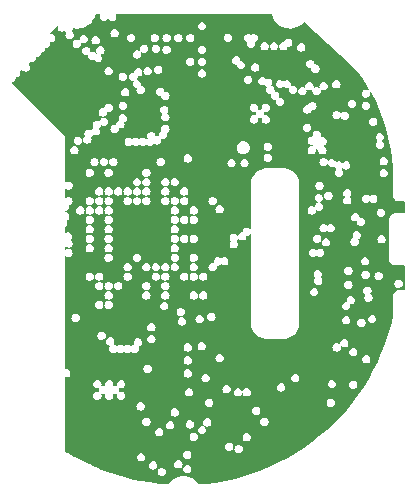
<source format=gbr>
%TF.GenerationSoftware,KiCad,Pcbnew,7.0.1*%
%TF.CreationDate,2023-12-24T21:56:22+00:00*%
%TF.ProjectId,watch_main,77617463-685f-46d6-9169-6e2e6b696361,rev?*%
%TF.SameCoordinates,Original*%
%TF.FileFunction,Copper,L2,Inr*%
%TF.FilePolarity,Positive*%
%FSLAX46Y46*%
G04 Gerber Fmt 4.6, Leading zero omitted, Abs format (unit mm)*
G04 Created by KiCad (PCBNEW 7.0.1) date 2023-12-24 21:56:22*
%MOMM*%
%LPD*%
G01*
G04 APERTURE LIST*
%TA.AperFunction,ComponentPad*%
%ADD10C,0.500000*%
%TD*%
%TA.AperFunction,ViaPad*%
%ADD11C,0.300000*%
%TD*%
G04 APERTURE END LIST*
D10*
%TO.N,GND*%
%TO.C,U301*%
X142517157Y-85368629D03*
X141668629Y-84520101D03*
X140820101Y-83671573D03*
X139971573Y-82823045D03*
X141574584Y-86311202D03*
X140726056Y-85462674D03*
X139877528Y-84614146D03*
X139029000Y-83765618D03*
X140632011Y-87253776D03*
X139783483Y-86405248D03*
X138934954Y-85556719D03*
X138086426Y-84708191D03*
X139689437Y-88196349D03*
X138840909Y-87347821D03*
X137992381Y-86499293D03*
X137143853Y-85650765D03*
%TD*%
D11*
%TO.N,GND*%
X159310000Y-81510000D03*
X147958000Y-84486000D03*
X161900000Y-97500000D03*
X160800000Y-98300000D03*
X156353000Y-89875000D03*
X141600000Y-110800000D03*
X141600000Y-109400000D03*
X142000000Y-112000000D03*
X143000000Y-112000000D03*
X144000000Y-112000000D03*
X146000000Y-115000000D03*
X145000000Y-115000000D03*
X145000000Y-114000000D03*
X144000000Y-114000000D03*
X144000000Y-115000000D03*
X143000000Y-115000000D03*
X142000000Y-115000000D03*
X143000000Y-114000000D03*
X142000000Y-114000000D03*
X145000000Y-113000000D03*
X144000000Y-113000000D03*
X143000000Y-113000000D03*
X142000000Y-113000000D03*
X166100000Y-102350000D03*
X162600000Y-95600000D03*
X164000000Y-102200000D03*
X147500000Y-98300000D03*
X147000000Y-97800000D03*
X158600000Y-115200000D03*
X160900000Y-94700000D03*
X147000000Y-97300000D03*
X160200000Y-83000000D03*
X166087500Y-91137500D03*
X161700000Y-99400000D03*
X165387500Y-91837500D03*
X152580000Y-105800000D03*
X166087500Y-91837500D03*
X154722000Y-91572000D03*
X165387500Y-91137500D03*
X163000000Y-88180000D03*
X150700000Y-110200000D03*
X142900000Y-96100000D03*
X166087500Y-90437500D03*
X162700000Y-107400000D03*
X154220000Y-95900000D03*
X146500000Y-98300000D03*
X145600000Y-80000000D03*
X165300000Y-106400000D03*
X166800000Y-96600000D03*
X160900000Y-96500000D03*
X146400000Y-109000000D03*
X163800000Y-104000000D03*
X157700000Y-88500000D03*
X147000000Y-96800000D03*
X158100000Y-81100000D03*
X145500000Y-97300000D03*
X145500000Y-96300000D03*
X161300000Y-98500000D03*
X150100000Y-95300000D03*
X146000000Y-97300000D03*
X147700000Y-92900000D03*
X147000000Y-96300000D03*
X155600000Y-116600000D03*
X149300000Y-101700000D03*
X156900000Y-115800000D03*
X148100000Y-81200000D03*
X166800000Y-98900000D03*
X165300000Y-105400000D03*
X143100000Y-105300000D03*
X153400000Y-113500000D03*
X154400000Y-112500000D03*
X141300000Y-97700000D03*
X146700000Y-82100000D03*
X152600000Y-102900000D03*
X146500000Y-97300000D03*
X142560528Y-108927380D03*
X161222000Y-93671000D03*
X144420000Y-84600000D03*
X153900000Y-113000000D03*
X161400000Y-100100000D03*
X167600000Y-102350000D03*
X158880000Y-112820000D03*
X153712000Y-99091000D03*
X152510000Y-99290000D03*
X146000000Y-96800000D03*
X145500000Y-96800000D03*
X163175000Y-105775000D03*
X153400000Y-112500000D03*
X165707500Y-89100000D03*
X146500000Y-96300000D03*
X150580000Y-79020000D03*
X143300000Y-106500000D03*
X146000000Y-97800000D03*
X142900000Y-102500000D03*
X155500000Y-109600000D03*
X148700000Y-87900000D03*
X147500000Y-97800000D03*
X153000000Y-90800000D03*
X144540000Y-116210000D03*
X141300000Y-98500000D03*
X164300000Y-87000000D03*
X156100000Y-114200000D03*
X155410000Y-96587000D03*
X144139411Y-87260589D03*
X145500000Y-98300000D03*
X145600000Y-107400000D03*
X153200000Y-107300000D03*
X150900000Y-96900000D03*
X164110000Y-83800000D03*
X146400000Y-112600000D03*
X165707500Y-89737500D03*
X146000000Y-96300000D03*
X152610000Y-106800000D03*
X163750000Y-110050000D03*
X156361000Y-110210000D03*
X145400000Y-82400000D03*
X149600000Y-81700000D03*
X155500000Y-115200000D03*
X145500000Y-97800000D03*
X145600000Y-79000000D03*
X146500000Y-97800000D03*
X151500000Y-113000000D03*
X146500000Y-96800000D03*
X146472000Y-106964000D03*
X151600000Y-111700000D03*
X151100000Y-82200000D03*
X142809926Y-116364387D03*
X142900000Y-100100000D03*
X151100000Y-81200000D03*
X155100000Y-93300000D03*
X148000000Y-107400000D03*
X144500000Y-94500000D03*
X162200000Y-96350000D03*
X142900000Y-92100000D03*
X147000000Y-98300000D03*
X155430000Y-79720000D03*
X144200000Y-86300000D03*
X140900000Y-91200000D03*
X165387500Y-90437500D03*
X164000000Y-99400000D03*
X147700000Y-93700000D03*
X157300000Y-83100000D03*
X154400000Y-113500000D03*
X140200000Y-104600000D03*
X165300000Y-105900000D03*
X147700000Y-94500000D03*
X147500000Y-96300000D03*
X165600000Y-100200000D03*
X157300000Y-110320000D03*
X150600000Y-83700000D03*
X153000000Y-94700000D03*
X144400000Y-107400000D03*
X149300000Y-114600000D03*
X140100000Y-108000000D03*
X152600000Y-79700000D03*
X147500000Y-96800000D03*
X159320000Y-87980000D03*
X164700000Y-96800000D03*
X148800000Y-115900000D03*
X145000000Y-87000000D03*
X146100000Y-101700000D03*
X144500000Y-100100000D03*
X157300000Y-81100000D03*
X154795000Y-97965000D03*
X151700000Y-96900000D03*
X164200000Y-108600000D03*
X144500000Y-100900000D03*
X146000000Y-98300000D03*
X147500000Y-97300000D03*
X154150000Y-94700000D03*
X152100000Y-104900000D03*
X149300000Y-93700000D03*
%TD*%
%TA.AperFunction,Conductor*%
%TO.N,GND*%
G36*
X142989643Y-78660300D02*
G01*
X143004991Y-78685346D01*
X143001157Y-78714469D01*
X142962499Y-78790338D01*
X142945131Y-78900000D01*
X142962499Y-79009661D01*
X143012902Y-79108584D01*
X143091415Y-79187097D01*
X143190338Y-79237500D01*
X143205332Y-79239874D01*
X143300000Y-79254869D01*
X143409661Y-79237500D01*
X143420752Y-79231849D01*
X143508584Y-79187097D01*
X143508584Y-79187096D01*
X143508587Y-79187095D01*
X143587095Y-79108587D01*
X143610795Y-79062071D01*
X143634232Y-79040970D01*
X143665768Y-79040970D01*
X143689204Y-79062071D01*
X143696119Y-79075642D01*
X143712904Y-79108586D01*
X143791415Y-79187097D01*
X143890338Y-79237500D01*
X143905332Y-79239874D01*
X144000000Y-79254869D01*
X144109661Y-79237500D01*
X144120752Y-79231849D01*
X144208584Y-79187097D01*
X144208584Y-79187096D01*
X144208587Y-79187095D01*
X144287095Y-79108587D01*
X144292884Y-79097227D01*
X144337500Y-79009661D01*
X144339046Y-78999898D01*
X144354869Y-78900000D01*
X144337500Y-78790339D01*
X144337500Y-78790338D01*
X144298843Y-78714469D01*
X144295009Y-78685346D01*
X144310357Y-78660300D01*
X144338047Y-78650494D01*
X157493697Y-78650494D01*
X157521641Y-78660507D01*
X157536867Y-78685989D01*
X157552179Y-78763713D01*
X157595162Y-78883745D01*
X157630256Y-78981749D01*
X157739851Y-79185769D01*
X157739853Y-79185772D01*
X157878536Y-79371248D01*
X158043227Y-79534068D01*
X158102166Y-79577094D01*
X158230281Y-79670622D01*
X158365095Y-79741066D01*
X158435540Y-79777876D01*
X158513916Y-79804934D01*
X158654455Y-79853454D01*
X158882166Y-79895676D01*
X159113623Y-79903608D01*
X159343685Y-79877074D01*
X159343687Y-79877073D01*
X159343690Y-79877073D01*
X159567265Y-79816660D01*
X159779385Y-79723709D01*
X159975347Y-79600281D01*
X160150802Y-79449117D01*
X160181945Y-79412905D01*
X160196624Y-79395836D01*
X160215750Y-79382891D01*
X160238799Y-79381417D01*
X160259418Y-79391820D01*
X164330291Y-83055606D01*
X164335049Y-83060618D01*
X164776825Y-83606065D01*
X164778177Y-83607824D01*
X165203109Y-84190213D01*
X165204371Y-84192037D01*
X165599416Y-84795117D01*
X165600585Y-84797003D01*
X165763516Y-85075409D01*
X165768733Y-85106026D01*
X165752429Y-85132462D01*
X165722728Y-85141543D01*
X165694428Y-85128746D01*
X165688584Y-85122902D01*
X165589661Y-85072499D01*
X165480000Y-85055131D01*
X165370338Y-85072499D01*
X165271415Y-85122902D01*
X165192902Y-85201415D01*
X165142499Y-85300338D01*
X165125131Y-85409999D01*
X165142499Y-85519661D01*
X165192902Y-85618584D01*
X165271415Y-85697097D01*
X165370338Y-85747500D01*
X165385332Y-85749874D01*
X165480000Y-85764869D01*
X165589661Y-85747500D01*
X165599535Y-85742469D01*
X165688584Y-85697097D01*
X165688584Y-85697096D01*
X165688587Y-85697095D01*
X165767095Y-85618587D01*
X165768990Y-85614869D01*
X165817500Y-85519661D01*
X165822144Y-85490338D01*
X165834869Y-85410000D01*
X165825223Y-85349105D01*
X165830835Y-85319781D01*
X165853873Y-85300789D01*
X165883729Y-85300875D01*
X165906657Y-85319998D01*
X165964731Y-85419232D01*
X165965803Y-85421174D01*
X166298120Y-86060965D01*
X166299093Y-86062959D01*
X166598751Y-86718711D01*
X166599621Y-86720752D01*
X166865826Y-87390732D01*
X166866593Y-87392814D01*
X167098687Y-88075358D01*
X167099349Y-88077475D01*
X167296761Y-88770907D01*
X167297314Y-88773056D01*
X167459512Y-89475516D01*
X167459956Y-89477689D01*
X167586538Y-90187421D01*
X167586873Y-90189615D01*
X167677524Y-90904861D01*
X167677747Y-90907068D01*
X167732227Y-91625945D01*
X167732339Y-91628161D01*
X167750519Y-92349062D01*
X167750533Y-92350199D01*
X167749534Y-93945474D01*
X167749500Y-93945695D01*
X167749500Y-94000001D01*
X167749480Y-94031608D01*
X167749500Y-94031823D01*
X167749500Y-94062026D01*
X167777104Y-94182967D01*
X167830930Y-94294739D01*
X167908274Y-94391725D01*
X168005260Y-94469069D01*
X168005263Y-94469071D01*
X168117031Y-94522895D01*
X168237974Y-94550500D01*
X168237978Y-94550500D01*
X168237987Y-94550502D01*
X168243826Y-94550501D01*
X168243829Y-94550503D01*
X168706536Y-94550499D01*
X168728535Y-94556394D01*
X168744640Y-94572499D01*
X168750535Y-94594499D01*
X168750535Y-95505500D01*
X168737648Y-95536613D01*
X168706535Y-95549500D01*
X168047595Y-95549500D01*
X168000000Y-95549500D01*
X167932340Y-95549500D01*
X167902229Y-95556372D01*
X167800413Y-95579610D01*
X167678491Y-95638325D01*
X167572694Y-95722694D01*
X167488325Y-95828491D01*
X167429610Y-95950413D01*
X167415799Y-96010927D01*
X167399500Y-96082340D01*
X167399500Y-96093827D01*
X167399500Y-99302405D01*
X167399500Y-99350000D01*
X167399500Y-99417660D01*
X167405521Y-99444042D01*
X167429610Y-99549586D01*
X167488325Y-99671508D01*
X167572694Y-99777305D01*
X167678491Y-99861674D01*
X167678492Y-99861674D01*
X167678493Y-99861675D01*
X167800412Y-99920389D01*
X167932340Y-99950500D01*
X167943827Y-99950500D01*
X168000000Y-99950500D01*
X168047595Y-99950500D01*
X168706535Y-99950500D01*
X168737648Y-99963387D01*
X168750535Y-99994500D01*
X168750535Y-102005497D01*
X168737648Y-102036610D01*
X168706535Y-102049497D01*
X168272154Y-102049500D01*
X168237974Y-102049500D01*
X168117032Y-102077104D01*
X168005260Y-102130930D01*
X167908274Y-102208274D01*
X167830930Y-102305260D01*
X167777104Y-102417032D01*
X167749463Y-102538134D01*
X167749500Y-102599786D01*
X167749500Y-102654371D01*
X167749532Y-102654574D01*
X167750510Y-104309384D01*
X167749281Y-104319736D01*
X167567784Y-105071546D01*
X167567281Y-105073444D01*
X167343037Y-105848798D01*
X167342449Y-105850673D01*
X167083821Y-106615242D01*
X167083150Y-106617088D01*
X166790662Y-107369327D01*
X166789910Y-107371142D01*
X166464120Y-108109615D01*
X166463287Y-108111394D01*
X166104865Y-108834577D01*
X166103953Y-108836317D01*
X165713621Y-109542757D01*
X165712633Y-109544455D01*
X165291144Y-110232790D01*
X165290081Y-110234442D01*
X164838289Y-110903276D01*
X164837153Y-110904879D01*
X164355967Y-111552867D01*
X164354761Y-111554418D01*
X163845119Y-112180298D01*
X163843845Y-112181793D01*
X163306787Y-112784285D01*
X163305448Y-112785722D01*
X162742002Y-113363673D01*
X162740606Y-113365041D01*
X162151963Y-113917231D01*
X162150501Y-113918542D01*
X161537766Y-114443933D01*
X161536246Y-114445178D01*
X160900698Y-114942673D01*
X160899125Y-114943849D01*
X160241988Y-115412493D01*
X160240363Y-115413598D01*
X159562967Y-115852439D01*
X159561295Y-115853470D01*
X158864983Y-116261640D01*
X158863267Y-116262595D01*
X158149433Y-116639276D01*
X158147675Y-116640154D01*
X157417750Y-116984591D01*
X157415955Y-116985390D01*
X156671357Y-117296915D01*
X156669529Y-117297632D01*
X155911783Y-117575604D01*
X155909924Y-117576239D01*
X155140536Y-117820108D01*
X155138650Y-117820660D01*
X154359131Y-118029948D01*
X154357223Y-118030415D01*
X153569133Y-118204701D01*
X153567206Y-118205082D01*
X152772140Y-118344014D01*
X152770198Y-118344309D01*
X151969711Y-118447616D01*
X151967757Y-118447824D01*
X151373420Y-118497682D01*
X151350712Y-118493508D01*
X151333248Y-118478414D01*
X151271712Y-118387025D01*
X151113401Y-118214763D01*
X151090103Y-118196040D01*
X150931033Y-118068204D01*
X150728742Y-117950670D01*
X150728741Y-117950669D01*
X150728740Y-117950669D01*
X150511101Y-117864818D01*
X150511097Y-117864817D01*
X150283043Y-117812594D01*
X150049735Y-117795183D01*
X150049734Y-117795183D01*
X149933092Y-117804078D01*
X149816449Y-117812975D01*
X149588476Y-117865569D01*
X149370984Y-117951773D01*
X149168878Y-118069640D01*
X148986747Y-118216497D01*
X148828720Y-118389014D01*
X148767086Y-118480872D01*
X148749676Y-118495981D01*
X148727016Y-118500214D01*
X148082932Y-118448331D01*
X148080975Y-118448129D01*
X147231125Y-118341255D01*
X147229179Y-118340966D01*
X146384942Y-118196205D01*
X146383011Y-118195829D01*
X145546121Y-118013477D01*
X145544208Y-118013016D01*
X144788546Y-117812594D01*
X144716257Y-117793420D01*
X144714371Y-117792875D01*
X143897091Y-117536495D01*
X143895227Y-117535864D01*
X143659046Y-117450000D01*
X147845131Y-117450000D01*
X147862499Y-117559661D01*
X147912902Y-117658584D01*
X147991415Y-117737097D01*
X148090338Y-117787500D01*
X148105332Y-117789874D01*
X148200000Y-117804869D01*
X148309661Y-117787500D01*
X148309661Y-117787499D01*
X148408584Y-117737097D01*
X148408584Y-117737096D01*
X148408587Y-117737095D01*
X148487095Y-117658587D01*
X148537500Y-117559661D01*
X148554869Y-117450000D01*
X148537500Y-117340339D01*
X148537500Y-117340338D01*
X148487097Y-117241415D01*
X148445682Y-117200000D01*
X149995131Y-117200000D01*
X150012499Y-117309661D01*
X150062902Y-117408584D01*
X150141415Y-117487097D01*
X150240338Y-117537500D01*
X150255332Y-117539874D01*
X150350000Y-117554869D01*
X150459661Y-117537500D01*
X150461633Y-117536495D01*
X150558584Y-117487097D01*
X150558584Y-117487096D01*
X150558587Y-117487095D01*
X150637095Y-117408587D01*
X150638773Y-117405295D01*
X150687500Y-117309661D01*
X150696178Y-117254869D01*
X150704869Y-117200000D01*
X150687500Y-117090339D01*
X150687500Y-117090338D01*
X150637097Y-116991415D01*
X150558584Y-116912902D01*
X150459661Y-116862499D01*
X150350000Y-116845131D01*
X150240338Y-116862499D01*
X150141415Y-116912902D01*
X150062902Y-116991415D01*
X150012499Y-117090338D01*
X149995131Y-117200000D01*
X148445682Y-117200000D01*
X148408584Y-117162902D01*
X148309661Y-117112499D01*
X148200000Y-117095131D01*
X148090338Y-117112499D01*
X147991415Y-117162902D01*
X147912902Y-117241415D01*
X147862499Y-117340338D01*
X147845131Y-117450000D01*
X143659046Y-117450000D01*
X143090231Y-117243206D01*
X143088398Y-117242493D01*
X142877283Y-117154869D01*
X142297267Y-116914131D01*
X142295484Y-116913344D01*
X142267000Y-116899999D01*
X147105131Y-116899999D01*
X147122499Y-117009661D01*
X147172902Y-117108584D01*
X147251415Y-117187097D01*
X147350338Y-117237500D01*
X147365332Y-117239874D01*
X147460000Y-117254869D01*
X147569661Y-117237500D01*
X147569661Y-117237499D01*
X147668584Y-117187097D01*
X147668584Y-117187096D01*
X147668587Y-117187095D01*
X147747095Y-117108587D01*
X147753952Y-117095131D01*
X147797500Y-117009661D01*
X147801344Y-116985390D01*
X147814869Y-116900000D01*
X147799030Y-116800000D01*
X149245131Y-116800000D01*
X149262499Y-116909661D01*
X149312902Y-117008584D01*
X149391415Y-117087097D01*
X149490338Y-117137500D01*
X149505332Y-117139874D01*
X149600000Y-117154869D01*
X149709661Y-117137500D01*
X149758729Y-117112499D01*
X149808584Y-117087097D01*
X149808584Y-117087096D01*
X149808587Y-117087095D01*
X149887095Y-117008587D01*
X149898915Y-116985390D01*
X149937500Y-116909661D01*
X149939030Y-116899999D01*
X149954869Y-116800000D01*
X149939874Y-116705332D01*
X149937500Y-116690338D01*
X149887097Y-116591415D01*
X149808584Y-116512902D01*
X149709661Y-116462499D01*
X149600000Y-116445131D01*
X149490338Y-116462499D01*
X149391415Y-116512902D01*
X149312902Y-116591415D01*
X149262499Y-116690338D01*
X149245131Y-116800000D01*
X147799030Y-116800000D01*
X147797500Y-116790339D01*
X147797500Y-116790338D01*
X147747097Y-116691415D01*
X147668584Y-116612902D01*
X147569661Y-116562499D01*
X147460000Y-116545131D01*
X147350338Y-116562499D01*
X147251415Y-116612902D01*
X147172902Y-116691415D01*
X147122499Y-116790338D01*
X147105131Y-116899999D01*
X142267000Y-116899999D01*
X141710500Y-116639276D01*
X141519847Y-116549954D01*
X141518084Y-116549080D01*
X140852211Y-116199999D01*
X146085131Y-116199999D01*
X146102499Y-116309661D01*
X146152902Y-116408584D01*
X146231415Y-116487097D01*
X146330338Y-116537500D01*
X146345332Y-116539874D01*
X146440000Y-116554869D01*
X146549661Y-116537500D01*
X146597938Y-116512902D01*
X146648584Y-116487097D01*
X146648584Y-116487096D01*
X146648587Y-116487095D01*
X146727095Y-116408587D01*
X146763316Y-116337500D01*
X146777500Y-116309661D01*
X146781074Y-116287095D01*
X146794869Y-116200000D01*
X146777500Y-116090339D01*
X146777500Y-116090338D01*
X146731471Y-116000000D01*
X149995131Y-116000000D01*
X150012499Y-116109661D01*
X150062902Y-116208584D01*
X150141415Y-116287097D01*
X150240338Y-116337500D01*
X150255332Y-116339874D01*
X150350000Y-116354869D01*
X150459661Y-116337500D01*
X150459660Y-116337500D01*
X150558584Y-116287097D01*
X150558584Y-116287096D01*
X150558587Y-116287095D01*
X150637095Y-116208587D01*
X150641471Y-116200000D01*
X150687500Y-116109661D01*
X150690560Y-116090339D01*
X150704869Y-116000000D01*
X150687500Y-115890339D01*
X150687500Y-115890338D01*
X150637097Y-115791415D01*
X150558584Y-115712902D01*
X150459661Y-115662499D01*
X150350000Y-115645131D01*
X150240338Y-115662499D01*
X150141415Y-115712902D01*
X150062902Y-115791415D01*
X150012499Y-115890338D01*
X149995131Y-116000000D01*
X146731471Y-116000000D01*
X146727097Y-115991415D01*
X146648584Y-115912902D01*
X146549661Y-115862499D01*
X146440000Y-115845131D01*
X146330338Y-115862499D01*
X146231415Y-115912902D01*
X146152902Y-115991415D01*
X146102499Y-116090338D01*
X146085131Y-116199999D01*
X140852211Y-116199999D01*
X140759430Y-116151359D01*
X140757709Y-116150406D01*
X140248090Y-115853470D01*
X140021848Y-115721647D01*
X140005851Y-115705555D01*
X140000000Y-115683631D01*
X140000000Y-115300000D01*
X153545131Y-115300000D01*
X153562499Y-115409661D01*
X153612902Y-115508584D01*
X153691415Y-115587097D01*
X153790338Y-115637500D01*
X153805332Y-115639874D01*
X153900000Y-115654869D01*
X154009661Y-115637500D01*
X154009661Y-115637499D01*
X154108584Y-115587097D01*
X154108584Y-115587096D01*
X154108587Y-115587095D01*
X154187095Y-115508587D01*
X154191471Y-115500000D01*
X154345131Y-115500000D01*
X154362499Y-115609661D01*
X154412902Y-115708584D01*
X154491415Y-115787097D01*
X154590338Y-115837500D01*
X154605332Y-115839874D01*
X154700000Y-115854869D01*
X154809661Y-115837500D01*
X154809661Y-115837499D01*
X154908584Y-115787097D01*
X154908584Y-115787096D01*
X154908587Y-115787095D01*
X154987095Y-115708587D01*
X154987454Y-115707884D01*
X155037500Y-115609661D01*
X155041074Y-115587095D01*
X155054869Y-115500000D01*
X155037500Y-115390339D01*
X155037500Y-115390338D01*
X154987097Y-115291415D01*
X154908584Y-115212902D01*
X154809661Y-115162499D01*
X154700000Y-115145131D01*
X154590338Y-115162499D01*
X154491415Y-115212902D01*
X154412902Y-115291415D01*
X154362499Y-115390338D01*
X154345131Y-115500000D01*
X154191471Y-115500000D01*
X154237500Y-115409661D01*
X154240560Y-115390339D01*
X154254869Y-115300000D01*
X154237500Y-115190339D01*
X154237500Y-115190338D01*
X154187097Y-115091415D01*
X154108584Y-115012902D01*
X154009661Y-114962499D01*
X153900000Y-114945131D01*
X153790338Y-114962499D01*
X153691415Y-115012902D01*
X153612902Y-115091415D01*
X153562499Y-115190338D01*
X153545131Y-115300000D01*
X140000000Y-115300000D01*
X140000000Y-114460000D01*
X150545131Y-114460000D01*
X150562499Y-114569661D01*
X150612902Y-114668584D01*
X150691415Y-114747097D01*
X150790338Y-114797500D01*
X150805332Y-114799874D01*
X150900000Y-114814869D01*
X151009661Y-114797500D01*
X151030082Y-114787095D01*
X151108584Y-114747097D01*
X151108584Y-114747096D01*
X151108587Y-114747095D01*
X151187095Y-114668587D01*
X151237500Y-114569661D01*
X151248533Y-114500000D01*
X155045131Y-114500000D01*
X155062499Y-114609661D01*
X155112902Y-114708584D01*
X155191415Y-114787097D01*
X155290338Y-114837500D01*
X155305332Y-114839874D01*
X155400000Y-114854869D01*
X155509661Y-114837500D01*
X155509661Y-114837499D01*
X155608584Y-114787097D01*
X155608584Y-114787096D01*
X155608587Y-114787095D01*
X155687095Y-114708587D01*
X155707478Y-114668584D01*
X155737500Y-114609661D01*
X155737500Y-114609660D01*
X155754869Y-114500000D01*
X155737500Y-114390339D01*
X155737500Y-114390338D01*
X155687097Y-114291415D01*
X155608584Y-114212902D01*
X155509661Y-114162499D01*
X155400000Y-114145131D01*
X155290338Y-114162499D01*
X155191415Y-114212902D01*
X155112902Y-114291415D01*
X155062499Y-114390338D01*
X155045131Y-114500000D01*
X151248533Y-114500000D01*
X151254869Y-114460000D01*
X151237500Y-114350339D01*
X151237500Y-114350338D01*
X151187097Y-114251415D01*
X151108584Y-114172902D01*
X151009661Y-114122499D01*
X150900000Y-114105131D01*
X150790338Y-114122499D01*
X150691415Y-114172902D01*
X150612902Y-114251415D01*
X150562499Y-114350338D01*
X150545131Y-114460000D01*
X140000000Y-114460000D01*
X140000000Y-114081641D01*
X147611226Y-114081641D01*
X147628594Y-114191303D01*
X147678997Y-114290226D01*
X147757510Y-114368739D01*
X147856433Y-114419142D01*
X147871427Y-114421516D01*
X147966095Y-114436511D01*
X148075756Y-114419142D01*
X148075755Y-114419142D01*
X148174679Y-114368739D01*
X148174679Y-114368738D01*
X148174682Y-114368737D01*
X148253190Y-114290229D01*
X148271208Y-114254868D01*
X148303595Y-114191303D01*
X148310908Y-114145131D01*
X148320964Y-114081642D01*
X148303595Y-113971981D01*
X148303595Y-113971980D01*
X148266920Y-113900000D01*
X151245131Y-113900000D01*
X151262499Y-114009661D01*
X151312902Y-114108584D01*
X151391415Y-114187097D01*
X151490338Y-114237500D01*
X151505332Y-114239874D01*
X151600000Y-114254869D01*
X151709661Y-114237500D01*
X151757938Y-114212902D01*
X151808584Y-114187097D01*
X151808584Y-114187096D01*
X151808587Y-114187095D01*
X151887095Y-114108587D01*
X151937500Y-114009661D01*
X151954869Y-113900000D01*
X151939874Y-113805332D01*
X151937500Y-113790338D01*
X151887097Y-113691415D01*
X151823632Y-113627950D01*
X151810881Y-113600289D01*
X151815258Y-113584765D01*
X151798526Y-113595946D01*
X151768279Y-113592367D01*
X151753359Y-113584765D01*
X151709661Y-113562500D01*
X151709659Y-113562499D01*
X151709658Y-113562499D01*
X151600000Y-113545131D01*
X151490338Y-113562499D01*
X151391415Y-113612902D01*
X151312902Y-113691415D01*
X151262499Y-113790338D01*
X151245131Y-113900000D01*
X148266920Y-113900000D01*
X148253192Y-113873057D01*
X148174679Y-113794544D01*
X148075756Y-113744141D01*
X147966095Y-113726773D01*
X147856433Y-113744141D01*
X147757510Y-113794544D01*
X147678997Y-113873057D01*
X147628594Y-113971980D01*
X147611226Y-114081641D01*
X140000000Y-114081641D01*
X140000000Y-113200000D01*
X146545131Y-113200000D01*
X146562499Y-113309661D01*
X146612902Y-113408584D01*
X146691415Y-113487097D01*
X146790338Y-113537500D01*
X146803983Y-113539661D01*
X146900000Y-113554869D01*
X147009661Y-113537500D01*
X147010456Y-113537095D01*
X147083260Y-113500000D01*
X148545131Y-113500000D01*
X148547505Y-113514993D01*
X148562499Y-113609661D01*
X148612902Y-113708584D01*
X148691415Y-113787097D01*
X148790338Y-113837500D01*
X148805332Y-113839874D01*
X148900000Y-113854869D01*
X149009661Y-113837500D01*
X149093962Y-113794547D01*
X149108584Y-113787097D01*
X149108584Y-113787096D01*
X149108587Y-113787095D01*
X149187095Y-113708587D01*
X149237500Y-113609661D01*
X149254869Y-113500000D01*
X149243782Y-113429999D01*
X150226131Y-113429999D01*
X150243499Y-113539661D01*
X150293902Y-113638584D01*
X150372415Y-113717097D01*
X150471338Y-113767500D01*
X150486332Y-113769874D01*
X150581000Y-113784869D01*
X150690661Y-113767500D01*
X150770593Y-113726773D01*
X150789584Y-113717097D01*
X150789584Y-113717096D01*
X150789587Y-113717095D01*
X150868095Y-113638587D01*
X150882834Y-113609661D01*
X150918500Y-113539661D01*
X150918906Y-113537095D01*
X150935869Y-113430000D01*
X150918500Y-113320339D01*
X150918500Y-113320338D01*
X150882661Y-113249999D01*
X151688131Y-113249999D01*
X151705499Y-113359661D01*
X151755902Y-113458584D01*
X151819367Y-113522049D01*
X151832118Y-113549710D01*
X151827740Y-113565233D01*
X151844473Y-113554053D01*
X151874720Y-113557633D01*
X151933338Y-113587500D01*
X151948332Y-113589874D01*
X152043000Y-113604869D01*
X152152661Y-113587500D01*
X152211279Y-113557633D01*
X152251584Y-113537097D01*
X152251584Y-113537096D01*
X152251587Y-113537095D01*
X152330095Y-113458587D01*
X152344662Y-113429999D01*
X152380500Y-113359661D01*
X152391309Y-113291415D01*
X152397869Y-113250000D01*
X152389950Y-113200000D01*
X156535131Y-113200000D01*
X156552499Y-113309661D01*
X156602902Y-113408584D01*
X156681415Y-113487097D01*
X156780338Y-113537500D01*
X156793983Y-113539661D01*
X156890000Y-113554869D01*
X156999661Y-113537500D01*
X157000456Y-113537095D01*
X157098584Y-113487097D01*
X157098584Y-113487096D01*
X157098587Y-113487095D01*
X157177095Y-113408587D01*
X157186394Y-113390338D01*
X157227500Y-113309661D01*
X157230390Y-113291413D01*
X157244869Y-113200000D01*
X157227500Y-113090339D01*
X157227500Y-113090338D01*
X157177097Y-112991415D01*
X157098584Y-112912902D01*
X156999661Y-112862499D01*
X156890000Y-112845131D01*
X156780338Y-112862499D01*
X156681415Y-112912902D01*
X156602902Y-112991415D01*
X156552499Y-113090338D01*
X156535131Y-113200000D01*
X152389950Y-113200000D01*
X152381259Y-113145131D01*
X152380500Y-113140338D01*
X152330097Y-113041415D01*
X152251584Y-112962902D01*
X152152661Y-112912499D01*
X152043000Y-112895131D01*
X151933338Y-112912499D01*
X151834415Y-112962902D01*
X151755902Y-113041415D01*
X151705499Y-113140338D01*
X151688131Y-113249999D01*
X150882661Y-113249999D01*
X150868097Y-113221415D01*
X150789584Y-113142902D01*
X150690661Y-113092499D01*
X150581000Y-113075131D01*
X150471338Y-113092499D01*
X150372415Y-113142902D01*
X150293902Y-113221415D01*
X150243499Y-113320338D01*
X150226131Y-113429999D01*
X149243782Y-113429999D01*
X149237500Y-113390339D01*
X149237500Y-113390338D01*
X149187097Y-113291415D01*
X149108584Y-113212902D01*
X149009661Y-113162499D01*
X148900000Y-113145131D01*
X148790338Y-113162499D01*
X148691415Y-113212902D01*
X148612902Y-113291415D01*
X148562499Y-113390338D01*
X148545131Y-113499999D01*
X148545131Y-113500000D01*
X147083260Y-113500000D01*
X147108584Y-113487097D01*
X147108584Y-113487096D01*
X147108587Y-113487095D01*
X147187095Y-113408587D01*
X147196394Y-113390338D01*
X147237500Y-113309661D01*
X147240390Y-113291413D01*
X147254869Y-113200000D01*
X147237500Y-113090339D01*
X147237500Y-113090338D01*
X147187097Y-112991415D01*
X147108584Y-112912902D01*
X147009661Y-112862499D01*
X146900000Y-112845131D01*
X146790338Y-112862499D01*
X146691415Y-112912902D01*
X146612902Y-112991415D01*
X146562499Y-113090338D01*
X146545131Y-113200000D01*
X140000000Y-113200000D01*
X140000000Y-112400000D01*
X148945131Y-112400000D01*
X148962499Y-112509661D01*
X149012902Y-112608584D01*
X149091415Y-112687097D01*
X149190338Y-112737500D01*
X149205332Y-112739874D01*
X149300000Y-112754869D01*
X149409661Y-112737500D01*
X149409661Y-112737499D01*
X149508584Y-112687097D01*
X149508584Y-112687096D01*
X149508587Y-112687095D01*
X149587095Y-112608587D01*
X149588990Y-112604869D01*
X149637500Y-112509661D01*
X149637499Y-112509661D01*
X149654869Y-112400000D01*
X149637500Y-112290339D01*
X149637500Y-112290338D01*
X149616947Y-112250000D01*
X155845131Y-112250000D01*
X155862499Y-112359661D01*
X155912902Y-112458584D01*
X155991415Y-112537097D01*
X156090338Y-112587500D01*
X156105332Y-112589874D01*
X156200000Y-112604869D01*
X156309661Y-112587500D01*
X156309660Y-112587500D01*
X156408584Y-112537097D01*
X156408584Y-112537096D01*
X156408587Y-112537095D01*
X156487095Y-112458587D01*
X156516947Y-112400000D01*
X156537500Y-112359661D01*
X156537500Y-112359660D01*
X156554869Y-112250000D01*
X156537500Y-112140339D01*
X156537500Y-112140338D01*
X156487097Y-112041415D01*
X156408584Y-111962902D01*
X156309661Y-111912499D01*
X156200000Y-111895131D01*
X156090338Y-111912499D01*
X155991415Y-111962902D01*
X155912902Y-112041415D01*
X155862499Y-112140338D01*
X155845131Y-112250000D01*
X149616947Y-112250000D01*
X149587097Y-112191415D01*
X149508584Y-112112902D01*
X149409661Y-112062499D01*
X149300000Y-112045131D01*
X149190338Y-112062499D01*
X149091415Y-112112902D01*
X149012902Y-112191415D01*
X148962499Y-112290338D01*
X148945131Y-112400000D01*
X140000000Y-112400000D01*
X140000000Y-111900000D01*
X146045131Y-111900000D01*
X146062499Y-112009661D01*
X146112902Y-112108584D01*
X146191415Y-112187097D01*
X146290338Y-112237500D01*
X146305332Y-112239874D01*
X146400000Y-112254869D01*
X146509661Y-112237500D01*
X146509660Y-112237500D01*
X146608584Y-112187097D01*
X146608584Y-112187096D01*
X146608587Y-112187095D01*
X146687095Y-112108587D01*
X146710578Y-112062500D01*
X146737500Y-112009661D01*
X146737499Y-112009661D01*
X146754869Y-111900000D01*
X146737500Y-111790339D01*
X146737500Y-111790338D01*
X146687097Y-111691415D01*
X146608584Y-111612902D01*
X146583260Y-111599999D01*
X151845131Y-111599999D01*
X151862499Y-111709661D01*
X151912902Y-111808584D01*
X151991415Y-111887097D01*
X152090338Y-111937500D01*
X152105332Y-111939874D01*
X152200000Y-111954869D01*
X152309661Y-111937500D01*
X152358729Y-111912499D01*
X152408584Y-111887097D01*
X152408584Y-111887096D01*
X152408587Y-111887095D01*
X152487095Y-111808587D01*
X152496394Y-111790338D01*
X152537500Y-111709661D01*
X152540390Y-111691413D01*
X152554869Y-111600000D01*
X152554869Y-111599999D01*
X162145131Y-111599999D01*
X162162499Y-111709661D01*
X162212902Y-111808584D01*
X162291415Y-111887097D01*
X162390338Y-111937500D01*
X162405332Y-111939874D01*
X162500000Y-111954869D01*
X162609661Y-111937500D01*
X162658729Y-111912499D01*
X162708584Y-111887097D01*
X162708584Y-111887096D01*
X162708587Y-111887095D01*
X162787095Y-111808587D01*
X162796394Y-111790338D01*
X162837500Y-111709661D01*
X162840390Y-111691413D01*
X162854869Y-111600000D01*
X162837500Y-111490339D01*
X162837500Y-111490338D01*
X162787097Y-111391415D01*
X162708584Y-111312902D01*
X162609661Y-111262499D01*
X162500000Y-111245131D01*
X162390338Y-111262499D01*
X162291415Y-111312902D01*
X162212902Y-111391415D01*
X162162499Y-111490338D01*
X162145131Y-111599999D01*
X152554869Y-111599999D01*
X152537500Y-111490339D01*
X152537500Y-111490338D01*
X152487097Y-111391415D01*
X152408584Y-111312902D01*
X152309661Y-111262499D01*
X152200000Y-111245131D01*
X152090338Y-111262499D01*
X151991415Y-111312902D01*
X151912902Y-111391415D01*
X151862499Y-111490338D01*
X151845131Y-111599999D01*
X146583260Y-111599999D01*
X146509661Y-111562499D01*
X146400000Y-111545131D01*
X146290338Y-111562499D01*
X146191415Y-111612902D01*
X146112902Y-111691415D01*
X146062499Y-111790338D01*
X146045131Y-111900000D01*
X140000000Y-111900000D01*
X140000000Y-111000000D01*
X142395131Y-111000000D01*
X142412499Y-111109661D01*
X142462902Y-111208584D01*
X142541415Y-111287097D01*
X142640338Y-111337500D01*
X142655332Y-111339874D01*
X142750000Y-111354869D01*
X142859661Y-111337500D01*
X142907938Y-111312902D01*
X142958584Y-111287097D01*
X142958584Y-111287096D01*
X142958587Y-111287095D01*
X143037095Y-111208587D01*
X143087500Y-111109661D01*
X143104869Y-111000000D01*
X143087500Y-110890339D01*
X143087030Y-110887371D01*
X143091284Y-110860512D01*
X143110512Y-110841284D01*
X143137371Y-110837030D01*
X143140339Y-110837500D01*
X143250000Y-110854869D01*
X143359661Y-110837500D01*
X143359661Y-110837499D01*
X143362628Y-110837030D01*
X143389486Y-110841284D01*
X143408715Y-110860512D01*
X143412969Y-110887371D01*
X143395131Y-110999999D01*
X143412499Y-111109661D01*
X143462902Y-111208584D01*
X143541415Y-111287097D01*
X143640338Y-111337500D01*
X143655332Y-111339874D01*
X143750000Y-111354869D01*
X143859661Y-111337500D01*
X143907938Y-111312902D01*
X143958584Y-111287097D01*
X143958584Y-111287096D01*
X143958587Y-111287095D01*
X144037095Y-111208587D01*
X144087500Y-111109661D01*
X144104869Y-111000000D01*
X144087500Y-110890339D01*
X144087030Y-110887371D01*
X144091284Y-110860512D01*
X144110512Y-110841284D01*
X144137371Y-110837030D01*
X144140339Y-110837500D01*
X144250000Y-110854869D01*
X144359661Y-110837500D01*
X144359661Y-110837499D01*
X144362628Y-110837030D01*
X144389486Y-110841284D01*
X144408715Y-110860512D01*
X144412969Y-110887371D01*
X144395131Y-110999999D01*
X144412499Y-111109661D01*
X144462902Y-111208584D01*
X144541415Y-111287097D01*
X144640338Y-111337500D01*
X144655332Y-111339874D01*
X144750000Y-111354869D01*
X144859661Y-111337500D01*
X144907938Y-111312902D01*
X144958584Y-111287097D01*
X144958584Y-111287096D01*
X144958587Y-111287095D01*
X145037095Y-111208587D01*
X145087500Y-111109661D01*
X145104869Y-111000000D01*
X145087500Y-110890339D01*
X145087500Y-110890338D01*
X145037097Y-110791415D01*
X144958584Y-110712902D01*
X144933262Y-110700000D01*
X150145131Y-110700000D01*
X150162499Y-110809661D01*
X150212902Y-110908584D01*
X150291415Y-110987097D01*
X150390338Y-111037500D01*
X150405332Y-111039874D01*
X150500000Y-111054869D01*
X150609661Y-111037500D01*
X150609660Y-111037500D01*
X150708584Y-110987097D01*
X150708584Y-110987096D01*
X150708587Y-110987095D01*
X150787095Y-110908587D01*
X150788985Y-110904879D01*
X150837500Y-110809661D01*
X150837499Y-110809661D01*
X150854869Y-110700000D01*
X150837500Y-110590339D01*
X150837500Y-110590338D01*
X150787097Y-110491415D01*
X150733681Y-110437999D01*
X153337131Y-110437999D01*
X153354499Y-110547661D01*
X153404902Y-110646584D01*
X153483415Y-110725097D01*
X153582338Y-110775500D01*
X153597332Y-110777874D01*
X153692000Y-110792869D01*
X153801661Y-110775500D01*
X153801660Y-110775500D01*
X153900584Y-110725097D01*
X153900584Y-110725096D01*
X153900587Y-110725095D01*
X153925683Y-110699999D01*
X154295131Y-110699999D01*
X154312499Y-110809661D01*
X154362902Y-110908584D01*
X154441415Y-110987097D01*
X154540338Y-111037500D01*
X154555332Y-111039874D01*
X154650000Y-111054869D01*
X154759661Y-111037500D01*
X154759660Y-111037500D01*
X154858584Y-110987097D01*
X154858584Y-110987096D01*
X154858587Y-110987095D01*
X154937095Y-110908587D01*
X154938985Y-110904879D01*
X154985796Y-110813006D01*
X155009232Y-110791904D01*
X155040768Y-110791904D01*
X155064204Y-110813006D01*
X155112902Y-110908584D01*
X155191415Y-110987097D01*
X155290338Y-111037500D01*
X155305332Y-111039874D01*
X155400000Y-111054869D01*
X155509661Y-111037500D01*
X155509660Y-111037500D01*
X155608584Y-110987097D01*
X155608584Y-110987096D01*
X155608587Y-110987095D01*
X155687095Y-110908587D01*
X155688985Y-110904879D01*
X155737500Y-110809661D01*
X155737499Y-110809661D01*
X155754869Y-110700000D01*
X155737500Y-110590339D01*
X155737500Y-110590338D01*
X155687097Y-110491415D01*
X155608584Y-110412902D01*
X155509661Y-110362499D01*
X155400000Y-110345131D01*
X155290338Y-110362499D01*
X155191415Y-110412902D01*
X155112902Y-110491415D01*
X155064204Y-110586993D01*
X155040768Y-110608096D01*
X155009232Y-110608096D01*
X154985796Y-110586993D01*
X154937097Y-110491415D01*
X154858584Y-110412902D01*
X154759661Y-110362499D01*
X154650000Y-110345131D01*
X154540338Y-110362499D01*
X154441415Y-110412902D01*
X154362902Y-110491415D01*
X154312499Y-110590338D01*
X154295131Y-110699999D01*
X153925683Y-110699999D01*
X153979095Y-110646587D01*
X153979971Y-110644869D01*
X154029500Y-110547661D01*
X154029500Y-110547660D01*
X154046869Y-110438000D01*
X154029500Y-110328339D01*
X154029500Y-110328338D01*
X154009966Y-110289999D01*
X157945131Y-110289999D01*
X157962499Y-110399661D01*
X158012902Y-110498584D01*
X158091415Y-110577097D01*
X158190338Y-110627500D01*
X158205332Y-110629874D01*
X158300000Y-110644869D01*
X158409661Y-110627500D01*
X158438849Y-110612628D01*
X158508584Y-110577097D01*
X158508584Y-110577096D01*
X158508587Y-110577095D01*
X158587095Y-110498587D01*
X158590750Y-110491415D01*
X158637500Y-110399661D01*
X158639426Y-110387500D01*
X158654869Y-110290000D01*
X158637500Y-110180339D01*
X158637500Y-110180338D01*
X158587097Y-110081415D01*
X158508584Y-110002902D01*
X158502888Y-110000000D01*
X162245131Y-110000000D01*
X162262499Y-110109661D01*
X162312902Y-110208584D01*
X162391415Y-110287097D01*
X162490338Y-110337500D01*
X162505332Y-110339874D01*
X162600000Y-110354869D01*
X162709661Y-110337500D01*
X162727643Y-110328338D01*
X162808584Y-110287097D01*
X162808584Y-110287096D01*
X162808587Y-110287095D01*
X162887095Y-110208587D01*
X162887773Y-110207258D01*
X162937500Y-110109661D01*
X162941974Y-110081413D01*
X162946950Y-110050000D01*
X164045131Y-110050000D01*
X164062499Y-110159661D01*
X164112902Y-110258584D01*
X164191415Y-110337097D01*
X164290338Y-110387500D01*
X164305332Y-110389874D01*
X164400000Y-110404869D01*
X164509661Y-110387500D01*
X164558729Y-110362499D01*
X164608584Y-110337097D01*
X164608584Y-110337096D01*
X164608587Y-110337095D01*
X164687095Y-110258587D01*
X164699398Y-110234442D01*
X164737500Y-110159661D01*
X164746870Y-110100500D01*
X164754869Y-110050000D01*
X164737500Y-109940339D01*
X164737500Y-109940338D01*
X164687097Y-109841415D01*
X164608584Y-109762902D01*
X164509661Y-109712499D01*
X164400000Y-109695131D01*
X164290338Y-109712499D01*
X164191415Y-109762902D01*
X164112902Y-109841415D01*
X164062499Y-109940338D01*
X164045131Y-110050000D01*
X162946950Y-110050000D01*
X162954869Y-110000000D01*
X162937500Y-109890339D01*
X162937500Y-109890338D01*
X162887097Y-109791415D01*
X162808584Y-109712902D01*
X162709661Y-109662499D01*
X162600000Y-109645131D01*
X162490338Y-109662499D01*
X162391415Y-109712902D01*
X162312902Y-109791415D01*
X162262499Y-109890338D01*
X162245131Y-110000000D01*
X158502888Y-110000000D01*
X158409661Y-109952499D01*
X158300000Y-109935131D01*
X158190338Y-109952499D01*
X158091415Y-110002902D01*
X158012902Y-110081415D01*
X157962499Y-110180338D01*
X157945131Y-110289999D01*
X154009966Y-110289999D01*
X153979097Y-110229415D01*
X153900584Y-110150902D01*
X153801661Y-110100499D01*
X153692000Y-110083131D01*
X153582338Y-110100499D01*
X153483415Y-110150902D01*
X153404902Y-110229415D01*
X153354499Y-110328338D01*
X153337131Y-110437999D01*
X150733681Y-110437999D01*
X150708584Y-110412902D01*
X150609661Y-110362499D01*
X150500000Y-110345131D01*
X150390338Y-110362499D01*
X150291415Y-110412902D01*
X150212902Y-110491415D01*
X150162499Y-110590338D01*
X150145131Y-110700000D01*
X144933262Y-110700000D01*
X144859661Y-110662499D01*
X144764993Y-110647505D01*
X144750000Y-110645131D01*
X144749999Y-110645131D01*
X144637371Y-110662969D01*
X144610512Y-110658715D01*
X144591284Y-110639486D01*
X144587030Y-110612628D01*
X144590560Y-110590339D01*
X144604869Y-110500000D01*
X144587500Y-110390339D01*
X144587030Y-110387371D01*
X144591284Y-110360512D01*
X144610512Y-110341284D01*
X144637371Y-110337030D01*
X144640339Y-110337500D01*
X144750000Y-110354869D01*
X144859661Y-110337500D01*
X144877643Y-110328338D01*
X144958584Y-110287097D01*
X144958584Y-110287096D01*
X144958587Y-110287095D01*
X145037095Y-110208587D01*
X145037773Y-110207258D01*
X145087500Y-110109661D01*
X145091974Y-110081413D01*
X145104869Y-110000000D01*
X145087500Y-109890339D01*
X145087500Y-109890338D01*
X145037097Y-109791415D01*
X144958584Y-109712902D01*
X144859661Y-109662499D01*
X144750000Y-109645131D01*
X144640338Y-109662499D01*
X144541415Y-109712902D01*
X144462902Y-109791415D01*
X144412499Y-109890338D01*
X144395131Y-110000000D01*
X144412969Y-110112628D01*
X144408715Y-110139487D01*
X144389487Y-110158715D01*
X144362628Y-110162969D01*
X144266276Y-110147708D01*
X144250000Y-110145131D01*
X144249999Y-110145131D01*
X144137371Y-110162969D01*
X144110512Y-110158715D01*
X144091284Y-110139486D01*
X144087030Y-110112628D01*
X144091702Y-110083131D01*
X144104869Y-110000000D01*
X144087500Y-109890339D01*
X144087500Y-109890338D01*
X144037097Y-109791415D01*
X143958584Y-109712902D01*
X143859661Y-109662499D01*
X143750000Y-109645131D01*
X143640338Y-109662499D01*
X143541415Y-109712902D01*
X143462902Y-109791415D01*
X143412499Y-109890338D01*
X143395131Y-110000000D01*
X143412969Y-110112628D01*
X143408715Y-110139487D01*
X143389487Y-110158715D01*
X143362628Y-110162969D01*
X143266276Y-110147708D01*
X143250000Y-110145131D01*
X143249999Y-110145131D01*
X143137371Y-110162969D01*
X143110512Y-110158715D01*
X143091284Y-110139486D01*
X143087030Y-110112628D01*
X143091702Y-110083131D01*
X143104869Y-110000000D01*
X143087500Y-109890339D01*
X143087500Y-109890338D01*
X143037097Y-109791415D01*
X142958584Y-109712902D01*
X142859661Y-109662499D01*
X142750000Y-109645131D01*
X142640338Y-109662499D01*
X142541415Y-109712902D01*
X142462902Y-109791415D01*
X142412499Y-109890338D01*
X142395131Y-110000000D01*
X142412499Y-110109661D01*
X142462902Y-110208584D01*
X142541415Y-110287097D01*
X142640338Y-110337500D01*
X142657706Y-110340250D01*
X142750000Y-110354869D01*
X142859661Y-110337500D01*
X142859661Y-110337499D01*
X142862628Y-110337030D01*
X142889486Y-110341284D01*
X142908715Y-110360512D01*
X142912969Y-110387371D01*
X142895131Y-110499999D01*
X142912969Y-110612628D01*
X142908715Y-110639487D01*
X142889487Y-110658715D01*
X142862628Y-110662969D01*
X142750000Y-110645131D01*
X142640338Y-110662499D01*
X142541415Y-110712902D01*
X142462902Y-110791415D01*
X142412499Y-110890338D01*
X142395131Y-111000000D01*
X140000000Y-111000000D01*
X140000000Y-109500000D01*
X151545131Y-109500000D01*
X151562499Y-109609661D01*
X151612902Y-109708584D01*
X151691415Y-109787097D01*
X151790338Y-109837500D01*
X151805332Y-109839874D01*
X151900000Y-109854869D01*
X152009661Y-109837500D01*
X152009660Y-109837500D01*
X152108584Y-109787097D01*
X152108584Y-109787096D01*
X152108587Y-109787095D01*
X152187095Y-109708587D01*
X152193952Y-109695131D01*
X152237500Y-109609661D01*
X152237499Y-109609661D01*
X152254869Y-109500000D01*
X159145131Y-109500000D01*
X159162499Y-109609661D01*
X159212902Y-109708584D01*
X159291415Y-109787097D01*
X159390338Y-109837500D01*
X159405332Y-109839874D01*
X159500000Y-109854869D01*
X159609661Y-109837500D01*
X159609660Y-109837500D01*
X159708584Y-109787097D01*
X159708584Y-109787096D01*
X159708587Y-109787095D01*
X159787095Y-109708587D01*
X159793952Y-109695131D01*
X159837500Y-109609661D01*
X159837499Y-109609661D01*
X159854869Y-109500000D01*
X159837500Y-109390339D01*
X159837500Y-109390338D01*
X159787097Y-109291415D01*
X159708584Y-109212902D01*
X159609661Y-109162499D01*
X159500000Y-109145131D01*
X159390338Y-109162499D01*
X159291415Y-109212902D01*
X159212902Y-109291415D01*
X159162499Y-109390338D01*
X159145131Y-109500000D01*
X152254869Y-109500000D01*
X152237500Y-109390339D01*
X152237500Y-109390338D01*
X152187097Y-109291415D01*
X152108584Y-109212902D01*
X152009661Y-109162499D01*
X151900000Y-109145131D01*
X151790338Y-109162499D01*
X151691415Y-109212902D01*
X151612902Y-109291415D01*
X151562499Y-109390338D01*
X151545131Y-109500000D01*
X140000000Y-109500000D01*
X140000000Y-109490547D01*
X140007099Y-109466583D01*
X140026104Y-109450351D01*
X140050881Y-109447089D01*
X140100000Y-109454869D01*
X140209661Y-109437500D01*
X140209661Y-109437499D01*
X140308584Y-109387097D01*
X140308584Y-109387096D01*
X140308587Y-109387095D01*
X140387095Y-109308587D01*
X140437500Y-109209661D01*
X140454869Y-109100000D01*
X150045131Y-109100000D01*
X150062499Y-109209661D01*
X150112902Y-109308584D01*
X150191415Y-109387097D01*
X150290338Y-109437500D01*
X150305332Y-109439874D01*
X150400000Y-109454869D01*
X150509661Y-109437500D01*
X150509661Y-109437499D01*
X150608584Y-109387097D01*
X150608584Y-109387096D01*
X150608587Y-109387095D01*
X150687095Y-109308587D01*
X150737500Y-109209661D01*
X150754869Y-109100000D01*
X150737500Y-108990339D01*
X150737500Y-108990338D01*
X150687097Y-108891415D01*
X150608584Y-108812902D01*
X150509661Y-108762499D01*
X150400000Y-108745131D01*
X150290338Y-108762499D01*
X150191415Y-108812902D01*
X150112902Y-108891415D01*
X150062499Y-108990338D01*
X150045131Y-109100000D01*
X140454869Y-109100000D01*
X140437500Y-108990339D01*
X140437500Y-108990338D01*
X140387097Y-108891415D01*
X140308584Y-108812902D01*
X140209661Y-108762499D01*
X140100000Y-108745131D01*
X140050881Y-108752910D01*
X140026104Y-108749649D01*
X140007099Y-108733417D01*
X140000000Y-108709453D01*
X140000000Y-108699999D01*
X146645131Y-108699999D01*
X146662499Y-108809661D01*
X146712902Y-108908584D01*
X146791415Y-108987097D01*
X146890338Y-109037500D01*
X146905332Y-109039874D01*
X147000000Y-109054869D01*
X147109661Y-109037500D01*
X147109661Y-109037499D01*
X147208584Y-108987097D01*
X147208584Y-108987096D01*
X147208587Y-108987095D01*
X147287095Y-108908587D01*
X147337500Y-108809661D01*
X147354869Y-108700000D01*
X147337500Y-108590339D01*
X147337500Y-108590338D01*
X147287097Y-108491415D01*
X147208584Y-108412902D01*
X147109661Y-108362499D01*
X147000000Y-108345131D01*
X146890338Y-108362499D01*
X146791415Y-108412902D01*
X146712902Y-108491415D01*
X146662499Y-108590338D01*
X146645131Y-108699999D01*
X140000000Y-108699999D01*
X140000000Y-107999999D01*
X150045131Y-107999999D01*
X150062499Y-108109661D01*
X150112902Y-108208584D01*
X150191415Y-108287097D01*
X150290338Y-108337500D01*
X150305332Y-108339874D01*
X150400000Y-108354869D01*
X150509661Y-108337500D01*
X150509661Y-108337499D01*
X150608584Y-108287097D01*
X150608584Y-108287096D01*
X150608587Y-108287095D01*
X150687095Y-108208587D01*
X150723316Y-108137500D01*
X150737500Y-108109661D01*
X150741074Y-108087095D01*
X150754869Y-108000000D01*
X150737500Y-107890339D01*
X150737500Y-107890338D01*
X150691471Y-107800000D01*
X152745131Y-107800000D01*
X152762499Y-107909661D01*
X152812902Y-108008584D01*
X152891415Y-108087097D01*
X152990338Y-108137500D01*
X153005332Y-108139874D01*
X153100000Y-108154869D01*
X153209661Y-108137500D01*
X153209660Y-108137500D01*
X153308584Y-108087097D01*
X153308584Y-108087096D01*
X153308587Y-108087095D01*
X153387095Y-108008587D01*
X153391471Y-108000000D01*
X153437500Y-107909661D01*
X153439030Y-107900000D01*
X165145131Y-107900000D01*
X165162499Y-108009661D01*
X165212902Y-108108584D01*
X165291415Y-108187097D01*
X165390338Y-108237500D01*
X165405332Y-108239874D01*
X165500000Y-108254869D01*
X165609661Y-108237500D01*
X165609661Y-108237499D01*
X165708584Y-108187097D01*
X165708584Y-108187096D01*
X165708587Y-108187095D01*
X165787095Y-108108587D01*
X165837500Y-108009661D01*
X165854869Y-107900000D01*
X165839030Y-107800000D01*
X165837500Y-107790338D01*
X165787097Y-107691415D01*
X165708584Y-107612902D01*
X165609661Y-107562499D01*
X165500000Y-107545131D01*
X165390338Y-107562499D01*
X165291415Y-107612902D01*
X165212902Y-107691415D01*
X165162499Y-107790338D01*
X165145131Y-107900000D01*
X153439030Y-107900000D01*
X153440560Y-107890339D01*
X153454869Y-107800000D01*
X153439874Y-107705332D01*
X153437500Y-107690338D01*
X153387097Y-107591415D01*
X153308584Y-107512902D01*
X153209661Y-107462499D01*
X153100000Y-107445131D01*
X152990338Y-107462499D01*
X152891415Y-107512902D01*
X152812902Y-107591415D01*
X152762499Y-107690338D01*
X152745131Y-107800000D01*
X150691471Y-107800000D01*
X150687097Y-107791415D01*
X150608584Y-107712902D01*
X150509661Y-107662499D01*
X150400000Y-107645131D01*
X150290338Y-107662499D01*
X150191415Y-107712902D01*
X150112902Y-107791415D01*
X150062499Y-107890338D01*
X150045131Y-107999999D01*
X140000000Y-107999999D01*
X140000000Y-106400000D01*
X143470131Y-106400000D01*
X143487499Y-106509661D01*
X143537902Y-106608584D01*
X143616415Y-106687097D01*
X143715338Y-106737500D01*
X143739796Y-106741373D01*
X143771222Y-106746351D01*
X143795452Y-106758696D01*
X143807797Y-106782925D01*
X143803544Y-106809784D01*
X143762499Y-106890341D01*
X143745131Y-106999999D01*
X143762499Y-107109661D01*
X143812902Y-107208584D01*
X143891415Y-107287097D01*
X143990338Y-107337500D01*
X144005332Y-107339874D01*
X144100000Y-107354869D01*
X144209661Y-107337500D01*
X144209661Y-107337499D01*
X144308584Y-107287097D01*
X144308584Y-107287096D01*
X144308587Y-107287095D01*
X144368887Y-107226794D01*
X144400000Y-107213908D01*
X144431113Y-107226795D01*
X144491415Y-107287097D01*
X144590338Y-107337500D01*
X144605332Y-107339874D01*
X144700000Y-107354869D01*
X144809661Y-107337500D01*
X144809661Y-107337499D01*
X144908584Y-107287097D01*
X144908584Y-107287096D01*
X144908587Y-107287095D01*
X144968887Y-107226794D01*
X145000000Y-107213908D01*
X145031113Y-107226795D01*
X145091415Y-107287097D01*
X145190338Y-107337500D01*
X145205332Y-107339874D01*
X145300000Y-107354869D01*
X145409661Y-107337500D01*
X145409661Y-107337499D01*
X145508584Y-107287097D01*
X145508584Y-107287096D01*
X145508587Y-107287095D01*
X145568887Y-107226794D01*
X145600000Y-107213908D01*
X145631113Y-107226795D01*
X145691415Y-107287097D01*
X145790338Y-107337500D01*
X145805332Y-107339874D01*
X145900000Y-107354869D01*
X146009661Y-107337500D01*
X146009661Y-107337499D01*
X146083260Y-107300000D01*
X164045131Y-107300000D01*
X164062499Y-107409661D01*
X164112902Y-107508584D01*
X164191415Y-107587097D01*
X164290338Y-107637500D01*
X164305332Y-107639874D01*
X164400000Y-107654869D01*
X164509661Y-107637500D01*
X164557938Y-107612902D01*
X164608584Y-107587097D01*
X164608584Y-107587096D01*
X164608587Y-107587095D01*
X164687095Y-107508587D01*
X164710578Y-107462500D01*
X164737500Y-107409661D01*
X164746178Y-107354869D01*
X164754869Y-107300000D01*
X164737500Y-107190339D01*
X164737500Y-107190338D01*
X164687097Y-107091415D01*
X164608584Y-107012902D01*
X164509661Y-106962499D01*
X164400000Y-106945131D01*
X164290338Y-106962499D01*
X164191415Y-107012902D01*
X164112902Y-107091415D01*
X164062499Y-107190338D01*
X164045131Y-107300000D01*
X146083260Y-107300000D01*
X146108584Y-107287097D01*
X146108584Y-107287096D01*
X146108587Y-107287095D01*
X146187095Y-107208587D01*
X146196394Y-107190338D01*
X146237500Y-107109661D01*
X146241074Y-107087095D01*
X146254869Y-107000000D01*
X146239030Y-106900000D01*
X150045131Y-106900000D01*
X150062499Y-107009661D01*
X150112902Y-107108584D01*
X150191415Y-107187097D01*
X150290338Y-107237500D01*
X150305332Y-107239874D01*
X150400000Y-107254869D01*
X150509661Y-107237500D01*
X150555131Y-107214332D01*
X150608584Y-107187097D01*
X150608584Y-107187096D01*
X150608587Y-107187095D01*
X150687095Y-107108587D01*
X150737500Y-107009661D01*
X150754869Y-106900000D01*
X150739030Y-106800000D01*
X151235131Y-106800000D01*
X151252499Y-106909661D01*
X151302902Y-107008584D01*
X151381415Y-107087097D01*
X151480338Y-107137500D01*
X151495332Y-107139874D01*
X151590000Y-107154869D01*
X151699661Y-107137500D01*
X151699661Y-107137499D01*
X151798584Y-107087097D01*
X151798584Y-107087096D01*
X151798587Y-107087095D01*
X151877095Y-107008587D01*
X151881471Y-107000000D01*
X151927500Y-106909661D01*
X151929030Y-106900000D01*
X162645131Y-106900000D01*
X162662499Y-107009661D01*
X162712902Y-107108584D01*
X162791415Y-107187097D01*
X162890338Y-107237500D01*
X162905332Y-107239874D01*
X163000000Y-107254869D01*
X163109661Y-107237500D01*
X163155131Y-107214332D01*
X163208584Y-107187097D01*
X163208584Y-107187096D01*
X163208587Y-107187095D01*
X163287095Y-107108587D01*
X163337500Y-107009661D01*
X163354869Y-106900000D01*
X163347927Y-106856173D01*
X163352180Y-106829318D01*
X163371409Y-106810089D01*
X163398268Y-106805835D01*
X163422498Y-106818180D01*
X163441415Y-106837097D01*
X163540338Y-106887500D01*
X163555332Y-106889874D01*
X163650000Y-106904869D01*
X163759661Y-106887500D01*
X163775982Y-106879184D01*
X163858584Y-106837097D01*
X163858584Y-106837096D01*
X163858587Y-106837095D01*
X163937095Y-106758587D01*
X163938990Y-106754869D01*
X163987500Y-106659661D01*
X163989073Y-106649732D01*
X164004869Y-106550000D01*
X163987500Y-106440339D01*
X163987500Y-106440338D01*
X163937097Y-106341415D01*
X163858584Y-106262902D01*
X163759661Y-106212499D01*
X163650000Y-106195131D01*
X163540338Y-106212499D01*
X163441415Y-106262902D01*
X163362902Y-106341415D01*
X163312499Y-106440338D01*
X163295131Y-106550000D01*
X163302072Y-106593823D01*
X163297818Y-106620682D01*
X163278590Y-106639910D01*
X163251731Y-106644164D01*
X163227501Y-106631819D01*
X163208584Y-106612902D01*
X163109661Y-106562499D01*
X163000000Y-106545131D01*
X162890338Y-106562499D01*
X162791415Y-106612902D01*
X162712902Y-106691415D01*
X162662499Y-106790338D01*
X162645131Y-106900000D01*
X151929030Y-106900000D01*
X151938993Y-106837097D01*
X151944869Y-106800000D01*
X151929874Y-106705332D01*
X151927500Y-106690338D01*
X151877097Y-106591415D01*
X151798584Y-106512902D01*
X151699661Y-106462499D01*
X151590000Y-106445131D01*
X151480338Y-106462499D01*
X151381415Y-106512902D01*
X151302902Y-106591415D01*
X151252499Y-106690338D01*
X151235131Y-106800000D01*
X150739030Y-106800000D01*
X150737500Y-106790339D01*
X150737500Y-106790338D01*
X150687097Y-106691415D01*
X150608584Y-106612902D01*
X150509661Y-106562499D01*
X150400000Y-106545131D01*
X150290338Y-106562499D01*
X150191415Y-106612902D01*
X150112902Y-106691415D01*
X150062499Y-106790338D01*
X150045131Y-106900000D01*
X146239030Y-106900000D01*
X146237500Y-106890339D01*
X146231815Y-106879183D01*
X146227562Y-106852325D01*
X146239908Y-106828095D01*
X146264136Y-106815750D01*
X146284661Y-106812500D01*
X146351890Y-106778245D01*
X146383584Y-106762097D01*
X146383584Y-106762096D01*
X146383587Y-106762095D01*
X146462095Y-106683587D01*
X146472840Y-106662500D01*
X146512500Y-106584661D01*
X146516010Y-106562499D01*
X146529869Y-106475000D01*
X146512500Y-106365339D01*
X146512500Y-106365338D01*
X146462097Y-106266415D01*
X146395682Y-106200000D01*
X146965131Y-106200000D01*
X146982499Y-106309661D01*
X147032902Y-106408584D01*
X147111415Y-106487097D01*
X147210338Y-106537500D01*
X147225332Y-106539874D01*
X147320000Y-106554869D01*
X147429661Y-106537500D01*
X147477938Y-106512902D01*
X147528584Y-106487097D01*
X147528584Y-106487096D01*
X147528587Y-106487095D01*
X147607095Y-106408587D01*
X147611471Y-106400000D01*
X147657500Y-106309661D01*
X147660560Y-106290339D01*
X147674869Y-106200000D01*
X147657500Y-106090339D01*
X147657500Y-106090338D01*
X147607097Y-105991415D01*
X147528584Y-105912902D01*
X147429661Y-105862499D01*
X147320000Y-105845131D01*
X147210338Y-105862499D01*
X147111415Y-105912902D01*
X147032902Y-105991415D01*
X146982499Y-106090338D01*
X146965131Y-106200000D01*
X146395682Y-106200000D01*
X146383584Y-106187902D01*
X146284661Y-106137499D01*
X146175000Y-106120131D01*
X146065338Y-106137499D01*
X145966415Y-106187902D01*
X145887902Y-106266415D01*
X145837499Y-106365338D01*
X145820131Y-106475000D01*
X145837499Y-106584659D01*
X145837499Y-106584660D01*
X145837500Y-106584661D01*
X145840329Y-106590214D01*
X145843184Y-106595816D01*
X145847437Y-106622674D01*
X145835092Y-106646904D01*
X145810863Y-106659249D01*
X145790338Y-106662500D01*
X145691415Y-106712902D01*
X145631113Y-106773205D01*
X145600000Y-106786092D01*
X145568887Y-106773205D01*
X145508584Y-106712902D01*
X145409661Y-106662499D01*
X145300000Y-106645131D01*
X145190338Y-106662499D01*
X145091415Y-106712902D01*
X145031113Y-106773205D01*
X145000000Y-106786092D01*
X144968887Y-106773205D01*
X144908584Y-106712902D01*
X144809661Y-106662499D01*
X144700000Y-106645131D01*
X144590338Y-106662499D01*
X144491415Y-106712902D01*
X144431113Y-106773205D01*
X144400000Y-106786092D01*
X144368887Y-106773205D01*
X144308584Y-106712902D01*
X144209661Y-106662499D01*
X144153776Y-106653648D01*
X144129546Y-106641302D01*
X144117201Y-106617073D01*
X144121454Y-106590218D01*
X144162500Y-106509661D01*
X144179869Y-106400000D01*
X144162500Y-106290339D01*
X144162500Y-106290338D01*
X144112097Y-106191415D01*
X144033584Y-106112902D01*
X143934661Y-106062499D01*
X143825000Y-106045131D01*
X143715338Y-106062499D01*
X143616415Y-106112902D01*
X143537902Y-106191415D01*
X143487499Y-106290338D01*
X143470131Y-106400000D01*
X140000000Y-106400000D01*
X140000000Y-105900000D01*
X142745131Y-105900000D01*
X142762499Y-106009661D01*
X142812902Y-106108584D01*
X142891415Y-106187097D01*
X142990338Y-106237500D01*
X143005332Y-106239874D01*
X143100000Y-106254869D01*
X143209661Y-106237500D01*
X143258729Y-106212499D01*
X143308584Y-106187097D01*
X143308584Y-106187096D01*
X143308587Y-106187095D01*
X143387095Y-106108587D01*
X143396394Y-106090338D01*
X143437500Y-106009661D01*
X143445003Y-105962288D01*
X143454869Y-105900000D01*
X143437500Y-105790339D01*
X143437500Y-105790338D01*
X143387097Y-105691415D01*
X143308584Y-105612902D01*
X143209661Y-105562499D01*
X143100000Y-105545131D01*
X142990338Y-105562499D01*
X142891415Y-105612902D01*
X142812902Y-105691415D01*
X142762499Y-105790338D01*
X142745131Y-105900000D01*
X140000000Y-105900000D01*
X140000000Y-105200000D01*
X146965131Y-105200000D01*
X146982499Y-105309661D01*
X147032902Y-105408584D01*
X147111415Y-105487097D01*
X147210338Y-105537500D01*
X147225332Y-105539874D01*
X147320000Y-105554869D01*
X147429661Y-105537500D01*
X147441237Y-105531602D01*
X147528584Y-105487097D01*
X147528584Y-105487096D01*
X147528587Y-105487095D01*
X147607095Y-105408587D01*
X147657500Y-105309661D01*
X147674869Y-105200000D01*
X147657500Y-105090339D01*
X147657500Y-105090338D01*
X147607097Y-104991415D01*
X147528584Y-104912902D01*
X147429661Y-104862499D01*
X147320000Y-104845131D01*
X147210338Y-104862499D01*
X147111415Y-104912902D01*
X147032902Y-104991415D01*
X146982499Y-105090338D01*
X146965131Y-105200000D01*
X140000000Y-105200000D01*
X140000000Y-104400000D01*
X140545131Y-104400000D01*
X140562499Y-104509661D01*
X140612902Y-104608584D01*
X140691415Y-104687097D01*
X140790338Y-104737500D01*
X140805332Y-104739874D01*
X140900000Y-104754869D01*
X141009661Y-104737500D01*
X141009660Y-104737500D01*
X141083260Y-104700000D01*
X149545131Y-104700000D01*
X149562499Y-104809661D01*
X149612902Y-104908584D01*
X149691415Y-104987097D01*
X149790338Y-105037500D01*
X149805332Y-105039874D01*
X149900000Y-105054869D01*
X150009661Y-105037500D01*
X150009661Y-105037499D01*
X150108584Y-104987097D01*
X150108584Y-104987096D01*
X150108587Y-104987095D01*
X150187095Y-104908587D01*
X150200734Y-104881820D01*
X150237500Y-104809661D01*
X150246178Y-104754869D01*
X150254869Y-104700000D01*
X150239030Y-104599999D01*
X150237500Y-104590338D01*
X150191471Y-104500000D01*
X151045131Y-104500000D01*
X151062499Y-104609661D01*
X151112902Y-104708584D01*
X151191415Y-104787097D01*
X151290338Y-104837500D01*
X151305332Y-104839874D01*
X151400000Y-104854869D01*
X151509661Y-104837500D01*
X151509660Y-104837500D01*
X151608584Y-104787097D01*
X151608584Y-104787096D01*
X151608587Y-104787095D01*
X151687095Y-104708587D01*
X151691471Y-104700000D01*
X151737500Y-104609661D01*
X151740560Y-104590339D01*
X151754869Y-104500000D01*
X151739030Y-104399999D01*
X151737500Y-104390338D01*
X151691471Y-104300000D01*
X152045131Y-104300000D01*
X152062499Y-104409661D01*
X152112902Y-104508584D01*
X152191415Y-104587097D01*
X152290338Y-104637500D01*
X152305332Y-104639874D01*
X152400000Y-104654869D01*
X152509661Y-104637500D01*
X152509660Y-104637500D01*
X152608584Y-104587097D01*
X152608584Y-104587096D01*
X152608587Y-104587095D01*
X152687095Y-104508587D01*
X152691471Y-104500000D01*
X152737500Y-104409661D01*
X152740560Y-104390339D01*
X152754869Y-104300000D01*
X152739874Y-104205332D01*
X152737500Y-104190338D01*
X152687097Y-104091415D01*
X152608584Y-104012902D01*
X152509661Y-103962499D01*
X152400000Y-103945131D01*
X152290338Y-103962499D01*
X152191415Y-104012902D01*
X152112902Y-104091415D01*
X152062499Y-104190338D01*
X152045131Y-104300000D01*
X151691471Y-104300000D01*
X151687097Y-104291415D01*
X151608584Y-104212902D01*
X151509661Y-104162499D01*
X151400000Y-104145131D01*
X151290338Y-104162499D01*
X151191415Y-104212902D01*
X151112902Y-104291415D01*
X151062499Y-104390338D01*
X151045131Y-104500000D01*
X150191471Y-104500000D01*
X150187097Y-104491415D01*
X150108584Y-104412902D01*
X150009661Y-104362499D01*
X149900000Y-104345131D01*
X149790338Y-104362499D01*
X149691415Y-104412902D01*
X149612902Y-104491415D01*
X149562499Y-104590338D01*
X149545131Y-104700000D01*
X141083260Y-104700000D01*
X141108584Y-104687097D01*
X141108584Y-104687096D01*
X141108587Y-104687095D01*
X141187095Y-104608587D01*
X141191471Y-104600000D01*
X141237500Y-104509661D01*
X141240560Y-104490339D01*
X141254869Y-104400000D01*
X141239030Y-104300000D01*
X141237500Y-104290338D01*
X141187097Y-104191415D01*
X141108584Y-104112902D01*
X141009661Y-104062499D01*
X140900000Y-104045131D01*
X140790338Y-104062499D01*
X140691415Y-104112902D01*
X140612902Y-104191415D01*
X140562499Y-104290338D01*
X140545131Y-104400000D01*
X140000000Y-104400000D01*
X140000000Y-103899999D01*
X149445131Y-103899999D01*
X149462499Y-104009661D01*
X149512902Y-104108584D01*
X149591415Y-104187097D01*
X149690338Y-104237500D01*
X149705332Y-104239874D01*
X149800000Y-104254869D01*
X149909661Y-104237500D01*
X149957938Y-104212902D01*
X150008584Y-104187097D01*
X150008584Y-104187096D01*
X150008587Y-104187095D01*
X150087095Y-104108587D01*
X150110578Y-104062500D01*
X150137500Y-104009661D01*
X150137500Y-104009660D01*
X150154869Y-103900000D01*
X150137500Y-103790339D01*
X150137500Y-103790338D01*
X150087097Y-103691415D01*
X150008584Y-103612902D01*
X149909661Y-103562499D01*
X149800000Y-103545131D01*
X149690338Y-103562499D01*
X149591415Y-103612902D01*
X149512902Y-103691415D01*
X149462499Y-103790338D01*
X149445131Y-103899999D01*
X140000000Y-103899999D01*
X140000000Y-103299999D01*
X142545131Y-103299999D01*
X142562499Y-103409661D01*
X142612902Y-103508584D01*
X142691415Y-103587097D01*
X142790338Y-103637500D01*
X142805332Y-103639874D01*
X142900000Y-103654869D01*
X143009661Y-103637500D01*
X143057938Y-103612902D01*
X143108584Y-103587097D01*
X143108584Y-103587096D01*
X143108587Y-103587095D01*
X143187095Y-103508587D01*
X143237500Y-103409661D01*
X143254869Y-103300000D01*
X143254869Y-103299999D01*
X143345131Y-103299999D01*
X143362499Y-103409661D01*
X143412902Y-103508584D01*
X143491415Y-103587097D01*
X143590338Y-103637500D01*
X143605332Y-103639874D01*
X143700000Y-103654869D01*
X143809661Y-103637500D01*
X143857938Y-103612902D01*
X143908584Y-103587097D01*
X143908584Y-103587096D01*
X143908587Y-103587095D01*
X143987095Y-103508587D01*
X144037500Y-103409661D01*
X144039030Y-103399999D01*
X148045131Y-103399999D01*
X148062499Y-103509661D01*
X148112902Y-103608584D01*
X148191415Y-103687097D01*
X148290338Y-103737500D01*
X148305332Y-103739874D01*
X148400000Y-103754869D01*
X148509661Y-103737500D01*
X148509660Y-103737500D01*
X148608584Y-103687097D01*
X148608584Y-103687096D01*
X148608587Y-103687095D01*
X148687095Y-103608587D01*
X148710578Y-103562500D01*
X148737500Y-103509661D01*
X148737671Y-103508584D01*
X148754869Y-103400000D01*
X148737500Y-103290339D01*
X148737500Y-103290338D01*
X148687097Y-103191415D01*
X148608584Y-103112902D01*
X148509661Y-103062499D01*
X148400000Y-103045131D01*
X148290338Y-103062499D01*
X148191415Y-103112902D01*
X148112902Y-103191415D01*
X148062499Y-103290338D01*
X148045131Y-103399999D01*
X144039030Y-103399999D01*
X144054869Y-103300000D01*
X144039874Y-103205332D01*
X144037500Y-103190338D01*
X143987097Y-103091415D01*
X143908584Y-103012902D01*
X143809661Y-102962499D01*
X143700000Y-102945131D01*
X143590338Y-102962499D01*
X143491415Y-103012902D01*
X143412902Y-103091415D01*
X143362499Y-103190338D01*
X143345131Y-103299999D01*
X143254869Y-103299999D01*
X143239874Y-103205332D01*
X143237500Y-103190338D01*
X143187097Y-103091415D01*
X143108584Y-103012902D01*
X143009661Y-102962499D01*
X142900000Y-102945131D01*
X142790338Y-102962499D01*
X142691415Y-103012902D01*
X142612902Y-103091415D01*
X142562499Y-103190338D01*
X142545131Y-103299999D01*
X140000000Y-103299999D01*
X140000000Y-102500000D01*
X143345131Y-102500000D01*
X143362499Y-102609661D01*
X143412902Y-102708584D01*
X143491415Y-102787097D01*
X143590338Y-102837500D01*
X143605332Y-102839874D01*
X143700000Y-102854869D01*
X143809661Y-102837500D01*
X143809661Y-102837499D01*
X143908584Y-102787097D01*
X143908584Y-102787096D01*
X143908587Y-102787095D01*
X143987095Y-102708587D01*
X143991471Y-102700000D01*
X144037500Y-102609661D01*
X144040560Y-102590339D01*
X144054869Y-102500000D01*
X146545131Y-102500000D01*
X146562499Y-102609661D01*
X146612902Y-102708584D01*
X146691415Y-102787097D01*
X146790338Y-102837500D01*
X146805332Y-102839874D01*
X146900000Y-102854869D01*
X147009661Y-102837500D01*
X147009661Y-102837499D01*
X147108584Y-102787097D01*
X147108584Y-102787096D01*
X147108587Y-102787095D01*
X147187095Y-102708587D01*
X147191471Y-102700000D01*
X147237500Y-102609661D01*
X147240560Y-102590339D01*
X147254869Y-102500000D01*
X148145131Y-102500000D01*
X148162499Y-102609661D01*
X148212902Y-102708584D01*
X148291415Y-102787097D01*
X148390338Y-102837500D01*
X148405332Y-102839874D01*
X148500000Y-102854869D01*
X148609661Y-102837500D01*
X148609661Y-102837499D01*
X148708584Y-102787097D01*
X148708584Y-102787096D01*
X148708587Y-102787095D01*
X148787095Y-102708587D01*
X148791471Y-102700000D01*
X148837500Y-102609661D01*
X148840560Y-102590339D01*
X148854869Y-102500000D01*
X150545131Y-102500000D01*
X150562499Y-102609661D01*
X150612902Y-102708584D01*
X150691415Y-102787097D01*
X150790338Y-102837500D01*
X150805332Y-102839874D01*
X150900000Y-102854869D01*
X151009661Y-102837500D01*
X151009661Y-102837499D01*
X151108584Y-102787097D01*
X151108584Y-102787096D01*
X151108587Y-102787095D01*
X151187095Y-102708587D01*
X151191471Y-102700000D01*
X151237500Y-102609661D01*
X151240560Y-102590339D01*
X151254869Y-102500000D01*
X151345131Y-102500000D01*
X151362499Y-102609661D01*
X151412902Y-102708584D01*
X151491415Y-102787097D01*
X151590338Y-102837500D01*
X151605332Y-102839874D01*
X151700000Y-102854869D01*
X151809661Y-102837500D01*
X151809661Y-102837499D01*
X151908584Y-102787097D01*
X151908584Y-102787096D01*
X151908587Y-102787095D01*
X151987095Y-102708587D01*
X151991471Y-102700000D01*
X152037500Y-102609661D01*
X152040560Y-102590339D01*
X152054869Y-102500000D01*
X152037500Y-102390339D01*
X152037500Y-102390338D01*
X151987097Y-102291415D01*
X151908584Y-102212902D01*
X151809661Y-102162499D01*
X151700000Y-102145131D01*
X151590338Y-102162499D01*
X151491415Y-102212902D01*
X151412902Y-102291415D01*
X151362499Y-102390338D01*
X151345131Y-102500000D01*
X151254869Y-102500000D01*
X151237500Y-102390339D01*
X151237500Y-102390338D01*
X151187097Y-102291415D01*
X151108584Y-102212902D01*
X151009661Y-102162499D01*
X150900000Y-102145131D01*
X150790338Y-102162499D01*
X150691415Y-102212902D01*
X150612902Y-102291415D01*
X150562499Y-102390338D01*
X150545131Y-102500000D01*
X148854869Y-102500000D01*
X148837500Y-102390339D01*
X148837500Y-102390338D01*
X148787097Y-102291415D01*
X148708584Y-102212902D01*
X148609661Y-102162499D01*
X148500000Y-102145131D01*
X148390338Y-102162499D01*
X148291415Y-102212902D01*
X148212902Y-102291415D01*
X148162499Y-102390338D01*
X148145131Y-102500000D01*
X147254869Y-102500000D01*
X147237500Y-102390339D01*
X147237500Y-102390338D01*
X147187097Y-102291415D01*
X147108584Y-102212902D01*
X147009661Y-102162499D01*
X146900000Y-102145131D01*
X146790338Y-102162499D01*
X146691415Y-102212902D01*
X146612902Y-102291415D01*
X146562499Y-102390338D01*
X146545131Y-102500000D01*
X144054869Y-102500000D01*
X144037500Y-102390339D01*
X144037500Y-102390338D01*
X143987097Y-102291415D01*
X143908584Y-102212902D01*
X143809661Y-102162499D01*
X143700000Y-102145131D01*
X143590338Y-102162499D01*
X143491415Y-102212902D01*
X143412902Y-102291415D01*
X143362499Y-102390338D01*
X143345131Y-102500000D01*
X140000000Y-102500000D01*
X140000000Y-101699999D01*
X142545131Y-101699999D01*
X142562499Y-101809661D01*
X142612902Y-101908584D01*
X142691415Y-101987097D01*
X142790338Y-102037500D01*
X142805332Y-102039874D01*
X142900000Y-102054869D01*
X143009661Y-102037500D01*
X143011408Y-102036610D01*
X143108584Y-101987097D01*
X143108584Y-101987096D01*
X143108587Y-101987095D01*
X143187095Y-101908587D01*
X143201407Y-101880499D01*
X143237500Y-101809661D01*
X143241074Y-101787095D01*
X143254869Y-101700000D01*
X143254869Y-101699999D01*
X143345131Y-101699999D01*
X143362499Y-101809661D01*
X143412902Y-101908584D01*
X143491415Y-101987097D01*
X143590338Y-102037500D01*
X143605332Y-102039874D01*
X143700000Y-102054869D01*
X143809661Y-102037500D01*
X143811408Y-102036610D01*
X143908584Y-101987097D01*
X143908584Y-101987096D01*
X143908587Y-101987095D01*
X143987095Y-101908587D01*
X144001407Y-101880499D01*
X144037500Y-101809661D01*
X144041074Y-101787095D01*
X144054869Y-101700000D01*
X144054869Y-101699999D01*
X144145131Y-101699999D01*
X144162499Y-101809661D01*
X144212902Y-101908584D01*
X144291415Y-101987097D01*
X144390338Y-102037500D01*
X144405332Y-102039874D01*
X144500000Y-102054869D01*
X144609661Y-102037500D01*
X144611408Y-102036610D01*
X144708584Y-101987097D01*
X144708584Y-101987096D01*
X144708587Y-101987095D01*
X144787095Y-101908587D01*
X144801407Y-101880499D01*
X144837500Y-101809661D01*
X144841074Y-101787095D01*
X144854869Y-101700000D01*
X144854869Y-101699999D01*
X146545131Y-101699999D01*
X146562499Y-101809661D01*
X146612902Y-101908584D01*
X146691415Y-101987097D01*
X146790338Y-102037500D01*
X146805332Y-102039874D01*
X146900000Y-102054869D01*
X147009661Y-102037500D01*
X147011408Y-102036610D01*
X147108584Y-101987097D01*
X147108584Y-101987096D01*
X147108587Y-101987095D01*
X147187095Y-101908587D01*
X147201407Y-101880499D01*
X147237500Y-101809661D01*
X147241074Y-101787095D01*
X147254869Y-101700000D01*
X147254869Y-101699999D01*
X148145131Y-101699999D01*
X148162499Y-101809661D01*
X148212902Y-101908584D01*
X148291415Y-101987097D01*
X148390338Y-102037500D01*
X148405332Y-102039874D01*
X148500000Y-102054869D01*
X148609661Y-102037500D01*
X148611408Y-102036610D01*
X148708584Y-101987097D01*
X148708584Y-101987096D01*
X148708587Y-101987095D01*
X148787095Y-101908587D01*
X148801407Y-101880499D01*
X148837500Y-101809661D01*
X148841074Y-101787095D01*
X148854869Y-101700000D01*
X148837500Y-101590339D01*
X148837500Y-101590338D01*
X148787097Y-101491415D01*
X148708584Y-101412902D01*
X148609661Y-101362499D01*
X148500000Y-101345131D01*
X148390338Y-101362499D01*
X148291415Y-101412902D01*
X148212902Y-101491415D01*
X148162499Y-101590338D01*
X148145131Y-101699999D01*
X147254869Y-101699999D01*
X147237500Y-101590339D01*
X147237500Y-101590338D01*
X147187097Y-101491415D01*
X147108584Y-101412902D01*
X147009661Y-101362499D01*
X146900000Y-101345131D01*
X146790338Y-101362499D01*
X146691415Y-101412902D01*
X146612902Y-101491415D01*
X146562499Y-101590338D01*
X146545131Y-101699999D01*
X144854869Y-101699999D01*
X144837500Y-101590339D01*
X144837500Y-101590338D01*
X144787097Y-101491415D01*
X144708584Y-101412902D01*
X144609661Y-101362499D01*
X144500000Y-101345131D01*
X144390338Y-101362499D01*
X144291415Y-101412902D01*
X144212902Y-101491415D01*
X144162499Y-101590338D01*
X144145131Y-101699999D01*
X144054869Y-101699999D01*
X144037500Y-101590339D01*
X144037500Y-101590338D01*
X143987097Y-101491415D01*
X143908584Y-101412902D01*
X143809661Y-101362499D01*
X143700000Y-101345131D01*
X143590338Y-101362499D01*
X143491415Y-101412902D01*
X143412902Y-101491415D01*
X143362499Y-101590338D01*
X143345131Y-101699999D01*
X143254869Y-101699999D01*
X143237500Y-101590339D01*
X143237500Y-101590338D01*
X143187097Y-101491415D01*
X143108584Y-101412902D01*
X143009661Y-101362499D01*
X142900000Y-101345131D01*
X142790338Y-101362499D01*
X142691415Y-101412902D01*
X142612902Y-101491415D01*
X142562499Y-101590338D01*
X142545131Y-101699999D01*
X140000000Y-101699999D01*
X140000000Y-100900000D01*
X141745131Y-100900000D01*
X141762499Y-101009661D01*
X141812902Y-101108584D01*
X141891415Y-101187097D01*
X141990338Y-101237500D01*
X142005332Y-101239874D01*
X142100000Y-101254869D01*
X142209661Y-101237500D01*
X142257938Y-101212902D01*
X142308584Y-101187097D01*
X142308584Y-101187096D01*
X142308587Y-101187095D01*
X142387095Y-101108587D01*
X142388990Y-101104869D01*
X142437500Y-101009661D01*
X142441074Y-100987095D01*
X142454869Y-100900000D01*
X142545131Y-100900000D01*
X142562499Y-101009661D01*
X142612902Y-101108584D01*
X142691415Y-101187097D01*
X142790338Y-101237500D01*
X142805332Y-101239874D01*
X142900000Y-101254869D01*
X143009661Y-101237500D01*
X143057938Y-101212902D01*
X143108584Y-101187097D01*
X143108584Y-101187096D01*
X143108587Y-101187095D01*
X143187095Y-101108587D01*
X143188990Y-101104869D01*
X143237500Y-101009661D01*
X143241074Y-100987095D01*
X143254869Y-100900000D01*
X144945131Y-100900000D01*
X144962499Y-101009661D01*
X145012902Y-101108584D01*
X145091415Y-101187097D01*
X145190338Y-101237500D01*
X145205332Y-101239874D01*
X145300000Y-101254869D01*
X145409661Y-101237500D01*
X145457938Y-101212902D01*
X145508584Y-101187097D01*
X145508584Y-101187096D01*
X145508587Y-101187095D01*
X145587095Y-101108587D01*
X145588990Y-101104869D01*
X145637500Y-101009661D01*
X145641074Y-100987095D01*
X145654869Y-100900000D01*
X147345131Y-100900000D01*
X147362499Y-101009661D01*
X147412902Y-101108584D01*
X147491415Y-101187097D01*
X147590338Y-101237500D01*
X147605332Y-101239874D01*
X147700000Y-101254869D01*
X147809661Y-101237500D01*
X147857938Y-101212902D01*
X147908584Y-101187097D01*
X147908584Y-101187096D01*
X147908587Y-101187095D01*
X147987095Y-101108587D01*
X147988990Y-101104869D01*
X148037500Y-101009661D01*
X148041074Y-100987095D01*
X148054869Y-100900000D01*
X148145131Y-100900000D01*
X148162499Y-101009661D01*
X148212902Y-101108584D01*
X148291415Y-101187097D01*
X148390338Y-101237500D01*
X148405332Y-101239874D01*
X148500000Y-101254869D01*
X148609661Y-101237500D01*
X148657938Y-101212902D01*
X148708584Y-101187097D01*
X148708584Y-101187096D01*
X148708587Y-101187095D01*
X148787095Y-101108587D01*
X148788990Y-101104869D01*
X148837500Y-101009661D01*
X148841074Y-100987095D01*
X148854869Y-100900000D01*
X149745131Y-100900000D01*
X149762499Y-101009661D01*
X149812902Y-101108584D01*
X149891415Y-101187097D01*
X149990338Y-101237500D01*
X150005332Y-101239874D01*
X150100000Y-101254869D01*
X150209661Y-101237500D01*
X150257938Y-101212902D01*
X150308584Y-101187097D01*
X150308584Y-101187096D01*
X150308587Y-101187095D01*
X150387095Y-101108587D01*
X150388990Y-101104869D01*
X150437500Y-101009661D01*
X150441074Y-100987095D01*
X150454869Y-100900000D01*
X150545131Y-100900000D01*
X150562499Y-101009661D01*
X150612902Y-101108584D01*
X150691415Y-101187097D01*
X150790338Y-101237500D01*
X150805332Y-101239874D01*
X150900000Y-101254869D01*
X151009661Y-101237500D01*
X151057938Y-101212902D01*
X151108584Y-101187097D01*
X151108584Y-101187096D01*
X151108587Y-101187095D01*
X151187095Y-101108587D01*
X151188990Y-101104869D01*
X151237500Y-101009661D01*
X151241074Y-100987095D01*
X151254869Y-100900000D01*
X151345131Y-100900000D01*
X151362499Y-101009661D01*
X151412902Y-101108584D01*
X151491415Y-101187097D01*
X151590338Y-101237500D01*
X151605332Y-101239874D01*
X151700000Y-101254869D01*
X151809661Y-101237500D01*
X151857938Y-101212902D01*
X151908584Y-101187097D01*
X151908584Y-101187096D01*
X151908587Y-101187095D01*
X151987095Y-101108587D01*
X151988990Y-101104869D01*
X152037500Y-101009661D01*
X152041074Y-100987095D01*
X152054869Y-100900000D01*
X152037500Y-100790339D01*
X152037500Y-100790338D01*
X151987097Y-100691415D01*
X151908584Y-100612902D01*
X151809661Y-100562499D01*
X151700000Y-100545131D01*
X151590338Y-100562499D01*
X151491415Y-100612902D01*
X151412902Y-100691415D01*
X151362499Y-100790338D01*
X151345131Y-100900000D01*
X151254869Y-100900000D01*
X151237500Y-100790339D01*
X151237500Y-100790338D01*
X151187097Y-100691415D01*
X151108584Y-100612902D01*
X151009661Y-100562499D01*
X150900000Y-100545131D01*
X150790338Y-100562499D01*
X150691415Y-100612902D01*
X150612902Y-100691415D01*
X150562499Y-100790338D01*
X150545131Y-100900000D01*
X150454869Y-100900000D01*
X150437500Y-100790339D01*
X150437500Y-100790338D01*
X150387097Y-100691415D01*
X150308584Y-100612902D01*
X150209661Y-100562499D01*
X150100000Y-100545131D01*
X149990338Y-100562499D01*
X149891415Y-100612902D01*
X149812902Y-100691415D01*
X149762499Y-100790338D01*
X149745131Y-100900000D01*
X148854869Y-100900000D01*
X148837500Y-100790339D01*
X148837500Y-100790338D01*
X148787097Y-100691415D01*
X148708584Y-100612902D01*
X148609661Y-100562499D01*
X148500000Y-100545131D01*
X148390338Y-100562499D01*
X148291415Y-100612902D01*
X148212902Y-100691415D01*
X148162499Y-100790338D01*
X148145131Y-100900000D01*
X148054869Y-100900000D01*
X148037500Y-100790339D01*
X148037500Y-100790338D01*
X147987097Y-100691415D01*
X147908584Y-100612902D01*
X147809661Y-100562499D01*
X147700000Y-100545131D01*
X147590338Y-100562499D01*
X147491415Y-100612902D01*
X147412902Y-100691415D01*
X147362499Y-100790338D01*
X147345131Y-100900000D01*
X145654869Y-100900000D01*
X145637500Y-100790339D01*
X145637500Y-100790338D01*
X145587097Y-100691415D01*
X145508584Y-100612902D01*
X145409661Y-100562499D01*
X145300000Y-100545131D01*
X145190338Y-100562499D01*
X145091415Y-100612902D01*
X145012902Y-100691415D01*
X144962499Y-100790338D01*
X144945131Y-100900000D01*
X143254869Y-100900000D01*
X143237500Y-100790339D01*
X143237500Y-100790338D01*
X143187097Y-100691415D01*
X143108584Y-100612902D01*
X143009661Y-100562499D01*
X142900000Y-100545131D01*
X142790338Y-100562499D01*
X142691415Y-100612902D01*
X142612902Y-100691415D01*
X142562499Y-100790338D01*
X142545131Y-100900000D01*
X142454869Y-100900000D01*
X142437500Y-100790339D01*
X142437500Y-100790338D01*
X142387097Y-100691415D01*
X142308584Y-100612902D01*
X142209661Y-100562499D01*
X142100000Y-100545131D01*
X141990338Y-100562499D01*
X141891415Y-100612902D01*
X141812902Y-100691415D01*
X141762499Y-100790338D01*
X141745131Y-100900000D01*
X140000000Y-100900000D01*
X140000000Y-100100000D01*
X144945131Y-100100000D01*
X144962499Y-100209661D01*
X145012902Y-100308584D01*
X145091415Y-100387097D01*
X145190338Y-100437500D01*
X145205332Y-100439874D01*
X145300000Y-100454869D01*
X145409661Y-100437500D01*
X145458729Y-100412499D01*
X145508584Y-100387097D01*
X145508584Y-100387096D01*
X145508587Y-100387095D01*
X145587095Y-100308587D01*
X145596394Y-100290338D01*
X145637500Y-100209661D01*
X145640390Y-100191413D01*
X145654869Y-100100000D01*
X146545131Y-100100000D01*
X146562499Y-100209661D01*
X146612902Y-100308584D01*
X146691415Y-100387097D01*
X146790338Y-100437500D01*
X146805332Y-100439874D01*
X146900000Y-100454869D01*
X147009661Y-100437500D01*
X147058729Y-100412499D01*
X147108584Y-100387097D01*
X147108584Y-100387096D01*
X147108587Y-100387095D01*
X147187095Y-100308587D01*
X147196394Y-100290338D01*
X147237500Y-100209661D01*
X147240390Y-100191413D01*
X147254869Y-100100000D01*
X147345131Y-100100000D01*
X147362499Y-100209661D01*
X147412902Y-100308584D01*
X147491415Y-100387097D01*
X147590338Y-100437500D01*
X147605332Y-100439874D01*
X147700000Y-100454869D01*
X147809661Y-100437500D01*
X147858729Y-100412499D01*
X147908584Y-100387097D01*
X147908584Y-100387096D01*
X147908587Y-100387095D01*
X147987095Y-100308587D01*
X147996394Y-100290338D01*
X148037500Y-100209661D01*
X148040390Y-100191413D01*
X148054869Y-100100000D01*
X148145131Y-100100000D01*
X148162499Y-100209661D01*
X148212902Y-100308584D01*
X148291415Y-100387097D01*
X148390338Y-100437500D01*
X148405332Y-100439874D01*
X148500000Y-100454869D01*
X148609661Y-100437500D01*
X148658729Y-100412499D01*
X148708584Y-100387097D01*
X148708584Y-100387096D01*
X148708587Y-100387095D01*
X148787095Y-100308587D01*
X148796394Y-100290338D01*
X148837500Y-100209661D01*
X148840390Y-100191413D01*
X148854869Y-100100000D01*
X148945131Y-100100000D01*
X148962499Y-100209661D01*
X149012902Y-100308584D01*
X149091415Y-100387097D01*
X149190338Y-100437500D01*
X149205332Y-100439874D01*
X149300000Y-100454869D01*
X149409661Y-100437500D01*
X149458729Y-100412499D01*
X149508584Y-100387097D01*
X149508584Y-100387096D01*
X149508587Y-100387095D01*
X149587095Y-100308587D01*
X149596394Y-100290338D01*
X149637500Y-100209661D01*
X149640390Y-100191413D01*
X149654869Y-100100000D01*
X150545131Y-100100000D01*
X150562499Y-100209661D01*
X150612902Y-100308584D01*
X150691415Y-100387097D01*
X150790338Y-100437500D01*
X150805332Y-100439874D01*
X150900000Y-100454869D01*
X151009661Y-100437500D01*
X151058729Y-100412499D01*
X151108584Y-100387097D01*
X151108584Y-100387096D01*
X151108587Y-100387095D01*
X151187095Y-100308587D01*
X151196394Y-100290338D01*
X151237500Y-100209661D01*
X151240390Y-100191413D01*
X151254869Y-100100000D01*
X152145131Y-100100000D01*
X152162499Y-100209661D01*
X152212902Y-100308584D01*
X152291415Y-100387097D01*
X152390338Y-100437500D01*
X152405332Y-100439874D01*
X152500000Y-100454869D01*
X152609661Y-100437500D01*
X152658729Y-100412499D01*
X152708584Y-100387097D01*
X152708584Y-100387096D01*
X152708587Y-100387095D01*
X152787095Y-100308587D01*
X152796394Y-100290338D01*
X152837500Y-100209661D01*
X152840390Y-100191413D01*
X152854869Y-100100000D01*
X152842514Y-100022000D01*
X152846769Y-99995141D01*
X152865998Y-99975913D01*
X152892854Y-99971659D01*
X152951000Y-99980869D01*
X153060661Y-99963500D01*
X153060883Y-99963387D01*
X153159584Y-99913097D01*
X153159584Y-99913096D01*
X153159587Y-99913095D01*
X153194887Y-99877794D01*
X153226000Y-99864908D01*
X153257113Y-99877795D01*
X153266415Y-99887097D01*
X153365338Y-99937500D01*
X153380332Y-99939874D01*
X153475000Y-99954869D01*
X153584661Y-99937500D01*
X153584660Y-99937500D01*
X153683584Y-99887097D01*
X153683584Y-99887096D01*
X153683587Y-99887095D01*
X153762095Y-99808587D01*
X153785578Y-99762500D01*
X153812500Y-99709661D01*
X153816570Y-99683966D01*
X153829869Y-99600000D01*
X153812500Y-99490339D01*
X153812500Y-99490338D01*
X153762097Y-99391415D01*
X153683584Y-99312902D01*
X153584661Y-99262499D01*
X153475000Y-99245131D01*
X153365338Y-99262499D01*
X153266415Y-99312902D01*
X153231113Y-99348205D01*
X153200000Y-99361092D01*
X153168887Y-99348205D01*
X153159584Y-99338902D01*
X153060661Y-99288499D01*
X152951000Y-99271131D01*
X152841338Y-99288499D01*
X152742415Y-99338902D01*
X152663902Y-99417415D01*
X152613499Y-99516338D01*
X152596131Y-99626000D01*
X152608485Y-99703999D01*
X152604231Y-99730858D01*
X152585003Y-99750086D01*
X152558144Y-99754340D01*
X152500000Y-99745131D01*
X152390338Y-99762499D01*
X152291415Y-99812902D01*
X152212902Y-99891415D01*
X152162499Y-99990338D01*
X152145131Y-100100000D01*
X151254869Y-100100000D01*
X151237500Y-99990339D01*
X151237500Y-99990338D01*
X151187097Y-99891415D01*
X151108584Y-99812902D01*
X151009661Y-99762499D01*
X150900000Y-99745131D01*
X150790338Y-99762499D01*
X150691415Y-99812902D01*
X150612902Y-99891415D01*
X150562499Y-99990338D01*
X150545131Y-100100000D01*
X149654869Y-100100000D01*
X149637500Y-99990339D01*
X149637500Y-99990338D01*
X149587097Y-99891415D01*
X149508584Y-99812902D01*
X149409661Y-99762500D01*
X149335145Y-99750697D01*
X149308571Y-99735814D01*
X149305884Y-99728532D01*
X149303928Y-99733836D01*
X149277353Y-99748718D01*
X149190338Y-99762499D01*
X149091415Y-99812902D01*
X149012902Y-99891415D01*
X148962499Y-99990338D01*
X148945131Y-100100000D01*
X148854869Y-100100000D01*
X148837500Y-99990339D01*
X148837500Y-99990338D01*
X148787097Y-99891415D01*
X148708584Y-99812902D01*
X148609661Y-99762499D01*
X148500000Y-99745131D01*
X148390338Y-99762499D01*
X148291415Y-99812902D01*
X148212902Y-99891415D01*
X148162499Y-99990338D01*
X148145131Y-100100000D01*
X148054869Y-100100000D01*
X148037500Y-99990339D01*
X148037500Y-99990338D01*
X147987097Y-99891415D01*
X147908584Y-99812902D01*
X147809661Y-99762499D01*
X147700000Y-99745131D01*
X147590338Y-99762499D01*
X147491415Y-99812902D01*
X147412902Y-99891415D01*
X147362499Y-99990338D01*
X147345131Y-100100000D01*
X147254869Y-100100000D01*
X147237500Y-99990339D01*
X147237500Y-99990338D01*
X147187097Y-99891415D01*
X147108584Y-99812902D01*
X147009661Y-99762499D01*
X146900000Y-99745131D01*
X146790338Y-99762499D01*
X146691415Y-99812902D01*
X146612902Y-99891415D01*
X146562499Y-99990338D01*
X146545131Y-100100000D01*
X145654869Y-100100000D01*
X145637500Y-99990339D01*
X145637500Y-99990338D01*
X145587097Y-99891415D01*
X145508584Y-99812902D01*
X145409661Y-99762499D01*
X145300000Y-99745131D01*
X145190338Y-99762499D01*
X145091415Y-99812902D01*
X145012902Y-99891415D01*
X144962499Y-99990338D01*
X144945131Y-100100000D01*
X140000000Y-100100000D01*
X140000000Y-99299999D01*
X143345131Y-99299999D01*
X143362499Y-99409661D01*
X143412902Y-99508584D01*
X143491415Y-99587097D01*
X143590338Y-99637500D01*
X143605332Y-99639874D01*
X143700000Y-99654869D01*
X143809661Y-99637500D01*
X143832231Y-99626000D01*
X143908584Y-99587097D01*
X143908584Y-99587096D01*
X143908587Y-99587095D01*
X143987095Y-99508587D01*
X143996394Y-99490338D01*
X144037500Y-99409661D01*
X144042778Y-99376338D01*
X144054869Y-99300000D01*
X144054869Y-99299999D01*
X145745131Y-99299999D01*
X145762499Y-99409661D01*
X145812902Y-99508584D01*
X145891415Y-99587097D01*
X145990338Y-99637500D01*
X146005332Y-99639874D01*
X146100000Y-99654869D01*
X146209661Y-99637500D01*
X146232231Y-99626000D01*
X146308584Y-99587097D01*
X146308584Y-99587096D01*
X146308587Y-99587095D01*
X146387095Y-99508587D01*
X146396394Y-99490338D01*
X146437500Y-99409661D01*
X146442778Y-99376338D01*
X146452889Y-99312500D01*
X148957631Y-99312500D01*
X148974999Y-99422161D01*
X149025402Y-99521084D01*
X149103915Y-99599597D01*
X149202838Y-99650000D01*
X149233580Y-99654869D01*
X149277353Y-99661802D01*
X149303928Y-99676684D01*
X149306614Y-99683966D01*
X149308571Y-99678663D01*
X149335143Y-99663782D01*
X149422161Y-99650000D01*
X149489390Y-99615745D01*
X149521084Y-99599597D01*
X149521084Y-99599596D01*
X149521087Y-99599595D01*
X149599595Y-99521087D01*
X149602015Y-99516339D01*
X149650000Y-99422161D01*
X149654870Y-99391413D01*
X149667369Y-99312500D01*
X149665389Y-99299999D01*
X150545131Y-99299999D01*
X150562499Y-99409661D01*
X150612902Y-99508584D01*
X150691415Y-99587097D01*
X150790338Y-99637500D01*
X150805332Y-99639874D01*
X150900000Y-99654869D01*
X151009661Y-99637500D01*
X151032231Y-99626000D01*
X151108584Y-99587097D01*
X151108584Y-99587096D01*
X151108587Y-99587095D01*
X151187095Y-99508587D01*
X151196394Y-99490338D01*
X151237500Y-99409661D01*
X151242778Y-99376338D01*
X151254869Y-99300000D01*
X151237500Y-99190339D01*
X151237500Y-99190338D01*
X151187097Y-99091415D01*
X151108584Y-99012902D01*
X151009661Y-98962499D01*
X150900000Y-98945131D01*
X150790338Y-98962499D01*
X150691415Y-99012902D01*
X150612902Y-99091415D01*
X150562499Y-99190338D01*
X150545131Y-99299999D01*
X149665389Y-99299999D01*
X149650000Y-99202839D01*
X149650000Y-99202838D01*
X149599597Y-99103915D01*
X149521084Y-99025402D01*
X149422161Y-98974999D01*
X149312500Y-98957631D01*
X149202838Y-98974999D01*
X149103915Y-99025402D01*
X149025402Y-99103915D01*
X148974999Y-99202838D01*
X148957631Y-99312500D01*
X146452889Y-99312500D01*
X146454869Y-99300000D01*
X146437500Y-99190339D01*
X146437500Y-99190338D01*
X146387097Y-99091415D01*
X146308584Y-99012902D01*
X146209661Y-98962499D01*
X146100000Y-98945131D01*
X145990338Y-98962499D01*
X145891415Y-99012902D01*
X145812902Y-99091415D01*
X145762499Y-99190338D01*
X145745131Y-99299999D01*
X144054869Y-99299999D01*
X144037500Y-99190339D01*
X144037500Y-99190338D01*
X143987097Y-99091415D01*
X143908584Y-99012902D01*
X143809661Y-98962499D01*
X143700000Y-98945131D01*
X143590338Y-98962499D01*
X143491415Y-99012902D01*
X143412902Y-99091415D01*
X143362499Y-99190338D01*
X143345131Y-99299999D01*
X140000000Y-99299999D01*
X140000000Y-99201908D01*
X140012887Y-99170795D01*
X140044000Y-99157908D01*
X140075113Y-99170795D01*
X140091415Y-99187097D01*
X140190338Y-99237500D01*
X140205332Y-99239874D01*
X140300000Y-99254869D01*
X140409661Y-99237500D01*
X140409661Y-99237499D01*
X140508584Y-99187097D01*
X140508584Y-99187096D01*
X140508587Y-99187095D01*
X140587095Y-99108587D01*
X140589476Y-99103915D01*
X140637500Y-99009661D01*
X140642990Y-98974999D01*
X140654869Y-98900000D01*
X140637500Y-98790339D01*
X140637500Y-98790338D01*
X140587097Y-98691415D01*
X140508584Y-98612902D01*
X140409661Y-98562499D01*
X140300000Y-98545131D01*
X140190338Y-98562499D01*
X140091415Y-98612902D01*
X140075113Y-98629205D01*
X140044000Y-98642092D01*
X140012887Y-98629205D01*
X140000000Y-98598092D01*
X140000000Y-98500000D01*
X141745131Y-98500000D01*
X141762499Y-98609661D01*
X141812902Y-98708584D01*
X141891415Y-98787097D01*
X141990338Y-98837500D01*
X142005332Y-98839874D01*
X142100000Y-98854869D01*
X142209661Y-98837500D01*
X142209660Y-98837500D01*
X142308584Y-98787097D01*
X142308584Y-98787096D01*
X142308587Y-98787095D01*
X142387095Y-98708587D01*
X142437500Y-98609661D01*
X142454869Y-98500000D01*
X143345131Y-98500000D01*
X143362499Y-98609661D01*
X143412902Y-98708584D01*
X143491415Y-98787097D01*
X143590338Y-98837500D01*
X143605332Y-98839874D01*
X143700000Y-98854869D01*
X143809661Y-98837500D01*
X143809660Y-98837500D01*
X143908584Y-98787097D01*
X143908584Y-98787096D01*
X143908587Y-98787095D01*
X143987095Y-98708587D01*
X144037500Y-98609661D01*
X144054869Y-98500000D01*
X148945131Y-98500000D01*
X148962499Y-98609661D01*
X149012902Y-98708584D01*
X149091415Y-98787097D01*
X149190338Y-98837500D01*
X149205332Y-98839874D01*
X149300000Y-98854869D01*
X149409661Y-98837500D01*
X149409660Y-98837500D01*
X149508584Y-98787097D01*
X149508584Y-98787096D01*
X149508587Y-98787095D01*
X149587095Y-98708587D01*
X149637500Y-98609661D01*
X149654869Y-98500000D01*
X149637500Y-98390339D01*
X149637500Y-98390338D01*
X149587097Y-98291415D01*
X149508584Y-98212902D01*
X149434196Y-98175000D01*
X153945131Y-98175000D01*
X153962499Y-98284661D01*
X154012902Y-98383584D01*
X154091415Y-98462097D01*
X154190338Y-98512500D01*
X154205332Y-98514874D01*
X154300000Y-98529869D01*
X154409661Y-98512500D01*
X154434194Y-98500000D01*
X154508584Y-98462097D01*
X154508584Y-98462096D01*
X154508587Y-98462095D01*
X154587095Y-98383587D01*
X154601728Y-98354869D01*
X154637500Y-98284661D01*
X154648865Y-98212905D01*
X154654869Y-98175000D01*
X154637500Y-98065339D01*
X154637500Y-98065338D01*
X154587097Y-97966415D01*
X154551795Y-97931113D01*
X154538908Y-97900000D01*
X154551795Y-97868887D01*
X154561021Y-97859661D01*
X154587095Y-97833587D01*
X154600144Y-97807978D01*
X154620145Y-97768723D01*
X154637500Y-97734661D01*
X154639382Y-97722773D01*
X154655149Y-97695464D01*
X154685142Y-97685718D01*
X154713953Y-97698545D01*
X154796960Y-97781552D01*
X154895883Y-97831955D01*
X154910877Y-97834329D01*
X155005545Y-97849324D01*
X155115206Y-97831955D01*
X155164064Y-97807061D01*
X155214129Y-97781552D01*
X155214129Y-97781551D01*
X155214132Y-97781550D01*
X155292640Y-97703042D01*
X155294191Y-97699999D01*
X155343045Y-97604116D01*
X155360068Y-97496643D01*
X155372413Y-97472413D01*
X155396643Y-97460068D01*
X155504116Y-97443045D01*
X155603041Y-97392641D01*
X155674388Y-97321294D01*
X155696917Y-97309251D01*
X155722339Y-97311755D01*
X155742086Y-97327961D01*
X155749501Y-97352406D01*
X155749500Y-104881797D01*
X155749502Y-104881820D01*
X155749502Y-104952351D01*
X155781523Y-105154532D01*
X155844781Y-105349216D01*
X155937710Y-105531602D01*
X155937713Y-105531606D01*
X155937714Y-105531608D01*
X156058035Y-105697216D01*
X156202782Y-105841963D01*
X156368390Y-105962285D01*
X156368392Y-105962286D01*
X156368395Y-105962288D01*
X156425557Y-105991413D01*
X156550782Y-106055218D01*
X156658870Y-106090338D01*
X156745465Y-106118475D01*
X156947646Y-106150498D01*
X156993827Y-106150498D01*
X158493651Y-106150498D01*
X158493655Y-106150500D01*
X158502403Y-106150500D01*
X158549997Y-106150500D01*
X158577842Y-106150500D01*
X158581798Y-106150500D01*
X158581820Y-106150498D01*
X158652351Y-106150498D01*
X158854532Y-106118476D01*
X158854535Y-106118475D01*
X159049216Y-106055219D01*
X159231608Y-105962286D01*
X159397216Y-105841965D01*
X159541963Y-105697218D01*
X159662285Y-105531610D01*
X159755218Y-105349218D01*
X159818475Y-105154534D01*
X159829156Y-105087097D01*
X159850498Y-104952354D01*
X159850498Y-104802404D01*
X159850498Y-104599999D01*
X163445131Y-104599999D01*
X163462499Y-104709661D01*
X163512902Y-104808584D01*
X163591415Y-104887097D01*
X163690338Y-104937500D01*
X163705332Y-104939874D01*
X163800000Y-104954869D01*
X163909661Y-104937500D01*
X163957938Y-104912902D01*
X164008584Y-104887097D01*
X164008584Y-104887096D01*
X164008587Y-104887095D01*
X164087095Y-104808587D01*
X164090246Y-104802404D01*
X164091471Y-104799999D01*
X164745131Y-104799999D01*
X164762499Y-104909661D01*
X164812902Y-105008584D01*
X164891415Y-105087097D01*
X164990338Y-105137500D01*
X165005332Y-105139874D01*
X165100000Y-105154869D01*
X165209661Y-105137500D01*
X165209661Y-105137499D01*
X165308584Y-105087097D01*
X165308584Y-105087096D01*
X165308587Y-105087095D01*
X165387095Y-105008587D01*
X165398368Y-104986464D01*
X165437500Y-104909661D01*
X165441074Y-104887095D01*
X165454869Y-104800000D01*
X165437500Y-104690339D01*
X165437500Y-104690338D01*
X165387097Y-104591415D01*
X165308584Y-104512902D01*
X165283262Y-104500000D01*
X165645131Y-104500000D01*
X165662499Y-104609661D01*
X165712902Y-104708584D01*
X165791415Y-104787097D01*
X165890338Y-104837500D01*
X165905332Y-104839874D01*
X166000000Y-104854869D01*
X166109661Y-104837500D01*
X166109660Y-104837500D01*
X166208584Y-104787097D01*
X166208584Y-104787096D01*
X166208587Y-104787095D01*
X166287095Y-104708587D01*
X166291471Y-104700000D01*
X166337500Y-104609661D01*
X166340560Y-104590339D01*
X166354869Y-104500000D01*
X166339030Y-104399999D01*
X166337500Y-104390338D01*
X166287097Y-104291415D01*
X166208584Y-104212902D01*
X166109661Y-104162499D01*
X166000000Y-104145131D01*
X165890338Y-104162499D01*
X165791415Y-104212902D01*
X165712902Y-104291415D01*
X165662499Y-104390338D01*
X165645131Y-104500000D01*
X165283262Y-104500000D01*
X165209661Y-104462499D01*
X165100000Y-104445131D01*
X164990338Y-104462499D01*
X164891415Y-104512902D01*
X164812902Y-104591415D01*
X164762499Y-104690338D01*
X164745131Y-104799999D01*
X164091471Y-104799999D01*
X164137500Y-104709661D01*
X164140560Y-104690339D01*
X164154869Y-104600000D01*
X164139030Y-104500000D01*
X164137500Y-104490338D01*
X164087097Y-104391415D01*
X164008584Y-104312902D01*
X163909661Y-104262499D01*
X163800000Y-104245131D01*
X163690338Y-104262499D01*
X163591415Y-104312902D01*
X163512902Y-104391415D01*
X163462499Y-104490338D01*
X163445131Y-104599999D01*
X159850498Y-104599999D01*
X159850498Y-103399999D01*
X163445131Y-103399999D01*
X163462499Y-103509661D01*
X163512902Y-103608584D01*
X163591415Y-103687097D01*
X163690338Y-103737500D01*
X163705332Y-103739874D01*
X163800000Y-103754869D01*
X163909661Y-103737500D01*
X163909660Y-103737500D01*
X164008584Y-103687097D01*
X164008584Y-103687096D01*
X164008587Y-103687095D01*
X164087095Y-103608587D01*
X164110578Y-103562500D01*
X164137500Y-103509661D01*
X164137671Y-103508584D01*
X164154869Y-103400000D01*
X164139603Y-103303616D01*
X164143857Y-103276758D01*
X164163087Y-103257529D01*
X164189945Y-103253276D01*
X164200000Y-103254869D01*
X164200001Y-103254868D01*
X164200002Y-103254869D01*
X164309661Y-103237500D01*
X164408584Y-103187097D01*
X164408584Y-103187096D01*
X164408587Y-103187095D01*
X164487095Y-103108587D01*
X164510578Y-103062500D01*
X164537500Y-103009661D01*
X164541074Y-102987095D01*
X164554869Y-102900000D01*
X164537500Y-102790339D01*
X164537500Y-102790338D01*
X164487097Y-102691415D01*
X164408584Y-102612902D01*
X164309661Y-102562499D01*
X164200000Y-102545131D01*
X164090338Y-102562499D01*
X163991415Y-102612902D01*
X163912902Y-102691415D01*
X163862499Y-102790338D01*
X163845131Y-102900000D01*
X163860396Y-102996382D01*
X163856142Y-103023240D01*
X163836915Y-103042469D01*
X163810057Y-103046723D01*
X163800000Y-103045131D01*
X163799999Y-103045131D01*
X163690338Y-103062499D01*
X163591415Y-103112902D01*
X163512902Y-103191415D01*
X163462499Y-103290338D01*
X163445131Y-103399999D01*
X159850498Y-103399999D01*
X159850498Y-102217999D01*
X160735131Y-102217999D01*
X160752499Y-102327661D01*
X160802902Y-102426584D01*
X160881415Y-102505097D01*
X160980338Y-102555500D01*
X160995332Y-102557874D01*
X161090000Y-102572869D01*
X161199661Y-102555500D01*
X161199661Y-102555499D01*
X161298584Y-102505097D01*
X161298584Y-102505096D01*
X161298587Y-102505095D01*
X161377095Y-102426587D01*
X161379793Y-102421293D01*
X161427500Y-102327661D01*
X161430521Y-102308587D01*
X161444869Y-102218000D01*
X161427500Y-102108339D01*
X161427500Y-102108338D01*
X161423252Y-102100000D01*
X165245131Y-102100000D01*
X165262499Y-102209661D01*
X165312902Y-102308584D01*
X165312905Y-102308587D01*
X165391413Y-102387095D01*
X165420796Y-102402066D01*
X165440025Y-102421293D01*
X165444279Y-102448152D01*
X165431934Y-102472382D01*
X165412904Y-102491412D01*
X165362499Y-102590338D01*
X165345131Y-102699999D01*
X165362499Y-102809661D01*
X165412902Y-102908584D01*
X165491415Y-102987097D01*
X165590338Y-103037500D01*
X165605332Y-103039874D01*
X165700000Y-103054869D01*
X165809661Y-103037500D01*
X165857938Y-103012902D01*
X165908584Y-102987097D01*
X165908584Y-102987096D01*
X165908587Y-102987095D01*
X165987095Y-102908587D01*
X165991471Y-102900000D01*
X166037500Y-102809661D01*
X166040560Y-102790339D01*
X166054869Y-102700000D01*
X166037500Y-102590339D01*
X166037500Y-102590338D01*
X165987097Y-102491415D01*
X165908585Y-102412903D01*
X165879202Y-102397932D01*
X165859974Y-102378703D01*
X165855720Y-102351844D01*
X165868065Y-102327616D01*
X165887095Y-102308587D01*
X165937500Y-102209661D01*
X165954869Y-102100000D01*
X165937500Y-101990339D01*
X165937500Y-101990338D01*
X165887097Y-101891415D01*
X165808584Y-101812902D01*
X165709661Y-101762499D01*
X165600000Y-101745131D01*
X165490338Y-101762499D01*
X165391415Y-101812902D01*
X165312902Y-101891415D01*
X165262499Y-101990338D01*
X165245131Y-102100000D01*
X161423252Y-102100000D01*
X161377097Y-102009415D01*
X161298584Y-101930902D01*
X161199661Y-101880499D01*
X161090000Y-101863131D01*
X160980338Y-101880499D01*
X160881415Y-101930902D01*
X160802902Y-102009415D01*
X160752499Y-102108338D01*
X160735131Y-102217999D01*
X159850498Y-102217999D01*
X159850498Y-101863131D01*
X159850498Y-100700000D01*
X161045131Y-100700000D01*
X161062499Y-100809661D01*
X161112902Y-100908584D01*
X161176705Y-100972387D01*
X161189592Y-101003500D01*
X161176705Y-101034613D01*
X161146902Y-101064415D01*
X161096499Y-101163338D01*
X161079131Y-101272999D01*
X161096499Y-101382661D01*
X161146902Y-101481584D01*
X161225415Y-101560097D01*
X161324338Y-101610500D01*
X161339332Y-101612874D01*
X161434000Y-101627869D01*
X161543661Y-101610500D01*
X161564269Y-101600000D01*
X163645131Y-101600000D01*
X163662499Y-101709661D01*
X163712902Y-101808584D01*
X163791415Y-101887097D01*
X163890338Y-101937500D01*
X163905332Y-101939874D01*
X164000000Y-101954869D01*
X164109661Y-101937500D01*
X164109661Y-101937499D01*
X164208584Y-101887097D01*
X164208584Y-101887096D01*
X164208587Y-101887095D01*
X164287095Y-101808587D01*
X164310578Y-101762500D01*
X164337500Y-101709661D01*
X164339030Y-101699999D01*
X164354869Y-101600000D01*
X164339030Y-101499999D01*
X167895131Y-101499999D01*
X167912499Y-101609661D01*
X167962902Y-101708584D01*
X168041415Y-101787097D01*
X168140338Y-101837500D01*
X168155332Y-101839874D01*
X168250000Y-101854869D01*
X168359661Y-101837500D01*
X168407938Y-101812902D01*
X168458584Y-101787097D01*
X168458584Y-101787096D01*
X168458587Y-101787095D01*
X168537095Y-101708587D01*
X168541471Y-101700000D01*
X168587500Y-101609661D01*
X168590560Y-101590339D01*
X168604869Y-101500000D01*
X168590250Y-101407706D01*
X168587500Y-101390338D01*
X168537097Y-101291415D01*
X168458584Y-101212902D01*
X168359661Y-101162499D01*
X168250000Y-101145131D01*
X168140338Y-101162499D01*
X168041415Y-101212902D01*
X167962902Y-101291415D01*
X167912499Y-101390338D01*
X167895131Y-101499999D01*
X164339030Y-101499999D01*
X164337500Y-101490338D01*
X164287097Y-101391415D01*
X164208584Y-101312902D01*
X164109661Y-101262499D01*
X164000000Y-101245131D01*
X163890338Y-101262499D01*
X163791415Y-101312902D01*
X163712902Y-101391415D01*
X163662499Y-101490338D01*
X163645131Y-101600000D01*
X161564269Y-101600000D01*
X161642584Y-101560097D01*
X161642584Y-101560096D01*
X161642587Y-101560095D01*
X161721095Y-101481587D01*
X161771500Y-101382661D01*
X161788869Y-101273000D01*
X161771500Y-101163339D01*
X161771500Y-101163338D01*
X161721096Y-101064413D01*
X161657294Y-101000612D01*
X161645905Y-100980887D01*
X161645905Y-100958110D01*
X161657290Y-100938391D01*
X161687095Y-100908587D01*
X161737500Y-100809661D01*
X161754869Y-100700000D01*
X161737500Y-100590339D01*
X161737500Y-100590338D01*
X161687097Y-100491415D01*
X161608584Y-100412902D01*
X161583262Y-100400000D01*
X163645131Y-100400000D01*
X163662499Y-100509661D01*
X163712902Y-100608584D01*
X163791415Y-100687097D01*
X163890338Y-100737500D01*
X163905332Y-100739874D01*
X164000000Y-100754869D01*
X164030747Y-100749999D01*
X165095131Y-100749999D01*
X165112499Y-100859661D01*
X165162902Y-100958584D01*
X165241415Y-101037097D01*
X165340338Y-101087500D01*
X165355332Y-101089874D01*
X165450000Y-101104869D01*
X165559661Y-101087500D01*
X165559661Y-101087499D01*
X165658584Y-101037097D01*
X165658584Y-101037096D01*
X165658587Y-101037095D01*
X165737095Y-100958587D01*
X165737339Y-100958110D01*
X165787500Y-100859661D01*
X165789060Y-100849811D01*
X166195320Y-100849811D01*
X166212688Y-100959472D01*
X166263091Y-101058395D01*
X166341604Y-101136908D01*
X166440527Y-101187311D01*
X166455521Y-101189685D01*
X166550189Y-101204680D01*
X166659850Y-101187311D01*
X166708547Y-101162499D01*
X166758773Y-101136908D01*
X166758773Y-101136907D01*
X166758776Y-101136906D01*
X166837284Y-101058398D01*
X166848138Y-101037097D01*
X166887689Y-100959472D01*
X166891029Y-100938385D01*
X166905058Y-100849811D01*
X166887689Y-100740150D01*
X166887689Y-100740149D01*
X166837286Y-100641226D01*
X166758773Y-100562713D01*
X166659850Y-100512310D01*
X166550189Y-100494942D01*
X166440527Y-100512310D01*
X166341604Y-100562713D01*
X166263091Y-100641226D01*
X166212688Y-100740149D01*
X166195320Y-100849811D01*
X165789060Y-100849811D01*
X165795419Y-100809661D01*
X165804869Y-100750000D01*
X165790250Y-100657706D01*
X165787500Y-100640338D01*
X165737097Y-100541415D01*
X165658584Y-100462902D01*
X165559661Y-100412499D01*
X165450000Y-100395131D01*
X165340338Y-100412499D01*
X165241415Y-100462902D01*
X165162902Y-100541415D01*
X165112499Y-100640338D01*
X165095131Y-100749999D01*
X164030747Y-100749999D01*
X164109661Y-100737500D01*
X164109661Y-100737499D01*
X164208584Y-100687097D01*
X164208584Y-100687096D01*
X164208587Y-100687095D01*
X164287095Y-100608587D01*
X164296394Y-100590338D01*
X164337500Y-100509661D01*
X164340390Y-100491413D01*
X164354869Y-100400000D01*
X164337500Y-100290339D01*
X164337500Y-100290338D01*
X164287097Y-100191415D01*
X164208584Y-100112902D01*
X164109661Y-100062499D01*
X164000000Y-100045131D01*
X163890338Y-100062499D01*
X163791415Y-100112902D01*
X163712902Y-100191415D01*
X163662499Y-100290338D01*
X163645131Y-100400000D01*
X161583262Y-100400000D01*
X161509661Y-100362499D01*
X161400000Y-100345131D01*
X161290338Y-100362499D01*
X161191415Y-100412902D01*
X161112902Y-100491415D01*
X161062499Y-100590338D01*
X161045131Y-100700000D01*
X159850498Y-100700000D01*
X159850498Y-99600000D01*
X165045131Y-99600000D01*
X165062499Y-99709661D01*
X165112902Y-99808584D01*
X165191415Y-99887097D01*
X165290338Y-99937500D01*
X165305332Y-99939874D01*
X165400000Y-99954869D01*
X165509661Y-99937500D01*
X165509660Y-99937500D01*
X165608584Y-99887097D01*
X165608584Y-99887096D01*
X165608587Y-99887095D01*
X165687095Y-99808587D01*
X165710578Y-99762500D01*
X165737500Y-99709661D01*
X165741570Y-99683966D01*
X165754869Y-99600000D01*
X165737500Y-99490339D01*
X165737500Y-99490338D01*
X165687097Y-99391415D01*
X165608584Y-99312902D01*
X165509661Y-99262499D01*
X165400000Y-99245131D01*
X165290338Y-99262499D01*
X165191415Y-99312902D01*
X165112902Y-99391415D01*
X165062499Y-99490338D01*
X165045131Y-99600000D01*
X159850498Y-99600000D01*
X159850498Y-98900000D01*
X160645131Y-98900000D01*
X160662499Y-99009661D01*
X160712902Y-99108584D01*
X160791415Y-99187097D01*
X160890338Y-99237500D01*
X160905332Y-99239874D01*
X161000000Y-99254869D01*
X161109661Y-99237500D01*
X161109661Y-99237499D01*
X161208584Y-99187097D01*
X161208584Y-99187096D01*
X161208587Y-99187095D01*
X161268887Y-99126794D01*
X161300000Y-99113908D01*
X161331113Y-99126795D01*
X161391415Y-99187097D01*
X161490338Y-99237500D01*
X161505332Y-99239874D01*
X161600000Y-99254869D01*
X161709661Y-99237500D01*
X161709661Y-99237499D01*
X161808584Y-99187097D01*
X161808584Y-99187096D01*
X161808587Y-99187095D01*
X161887095Y-99108587D01*
X161889476Y-99103915D01*
X161937500Y-99009661D01*
X161942990Y-98974999D01*
X161954869Y-98900000D01*
X161937500Y-98790339D01*
X161937500Y-98790338D01*
X161887097Y-98691415D01*
X161808584Y-98612902D01*
X161709661Y-98562499D01*
X161600000Y-98545131D01*
X161490338Y-98562499D01*
X161391415Y-98612902D01*
X161331113Y-98673205D01*
X161300000Y-98686092D01*
X161268887Y-98673205D01*
X161208584Y-98612902D01*
X161109661Y-98562499D01*
X161000000Y-98545131D01*
X160890338Y-98562499D01*
X160791415Y-98612902D01*
X160712902Y-98691415D01*
X160662499Y-98790338D01*
X160645131Y-98900000D01*
X159850498Y-98900000D01*
X159850498Y-97700000D01*
X160995131Y-97700000D01*
X161012499Y-97809661D01*
X161062902Y-97908584D01*
X161141415Y-97987097D01*
X161240338Y-98037500D01*
X161255332Y-98039874D01*
X161350000Y-98054869D01*
X161459661Y-98037500D01*
X161460456Y-98037095D01*
X161533260Y-98000000D01*
X161745131Y-98000000D01*
X161762499Y-98109661D01*
X161812902Y-98208584D01*
X161891415Y-98287097D01*
X161990338Y-98337500D01*
X162005332Y-98339874D01*
X162100000Y-98354869D01*
X162209661Y-98337500D01*
X162256042Y-98313868D01*
X162308584Y-98287097D01*
X162308584Y-98287096D01*
X162308587Y-98287095D01*
X162387095Y-98208587D01*
X162404209Y-98175000D01*
X162437500Y-98109661D01*
X162446178Y-98054869D01*
X162454869Y-98000000D01*
X162448375Y-97959000D01*
X164174131Y-97959000D01*
X164191499Y-98068661D01*
X164241902Y-98167584D01*
X164320415Y-98246097D01*
X164419338Y-98296500D01*
X164434332Y-98298874D01*
X164529000Y-98313869D01*
X164638661Y-98296500D01*
X164657116Y-98287097D01*
X164737584Y-98246097D01*
X164737584Y-98246096D01*
X164737587Y-98246095D01*
X164816095Y-98167587D01*
X164818688Y-98162499D01*
X164866500Y-98068661D01*
X164868685Y-98054868D01*
X164883869Y-97959000D01*
X164866500Y-97849339D01*
X164866500Y-97849338D01*
X164829521Y-97776762D01*
X164824785Y-97754484D01*
X164826242Y-97750000D01*
X166445131Y-97750000D01*
X166462499Y-97859661D01*
X166512902Y-97958584D01*
X166591415Y-98037097D01*
X166690338Y-98087500D01*
X166705332Y-98089874D01*
X166800000Y-98104869D01*
X166909661Y-98087500D01*
X166953157Y-98065338D01*
X167008584Y-98037097D01*
X167008584Y-98037096D01*
X167008587Y-98037095D01*
X167087095Y-97958587D01*
X167108417Y-97916741D01*
X167137500Y-97859661D01*
X167141888Y-97831955D01*
X167154869Y-97750000D01*
X167137500Y-97640339D01*
X167137500Y-97640338D01*
X167087097Y-97541415D01*
X167008584Y-97462902D01*
X166909661Y-97412499D01*
X166800000Y-97395131D01*
X166690338Y-97412499D01*
X166591415Y-97462902D01*
X166512902Y-97541415D01*
X166462499Y-97640338D01*
X166445131Y-97750000D01*
X164826242Y-97750000D01*
X164831824Y-97732822D01*
X164848746Y-97717584D01*
X164908587Y-97687095D01*
X164987095Y-97608587D01*
X164989374Y-97604116D01*
X165037500Y-97509661D01*
X165040390Y-97491413D01*
X165054869Y-97400000D01*
X165040250Y-97307706D01*
X165037500Y-97290338D01*
X164987097Y-97191415D01*
X164908584Y-97112902D01*
X164809661Y-97062499D01*
X164700000Y-97045131D01*
X164590338Y-97062499D01*
X164491415Y-97112902D01*
X164412902Y-97191415D01*
X164362499Y-97290338D01*
X164345131Y-97399999D01*
X164362499Y-97509661D01*
X164399478Y-97582237D01*
X164402120Y-97615809D01*
X164380250Y-97641416D01*
X164320414Y-97671903D01*
X164241902Y-97750415D01*
X164191499Y-97849338D01*
X164174131Y-97959000D01*
X162448375Y-97959000D01*
X162439030Y-97900000D01*
X162437500Y-97890338D01*
X162387097Y-97791415D01*
X162308584Y-97712902D01*
X162209661Y-97662499D01*
X162100000Y-97645131D01*
X161990338Y-97662499D01*
X161891415Y-97712902D01*
X161812902Y-97791415D01*
X161762499Y-97890338D01*
X161745131Y-98000000D01*
X161533260Y-98000000D01*
X161558584Y-97987097D01*
X161558584Y-97987096D01*
X161558587Y-97987095D01*
X161637095Y-97908587D01*
X161641471Y-97900000D01*
X161687500Y-97809661D01*
X161696239Y-97754484D01*
X161704869Y-97700000D01*
X161687500Y-97590339D01*
X161687500Y-97590338D01*
X161637097Y-97491415D01*
X161558584Y-97412902D01*
X161459661Y-97362499D01*
X161350000Y-97345131D01*
X161240338Y-97362499D01*
X161141415Y-97412902D01*
X161062902Y-97491415D01*
X161012499Y-97590338D01*
X160995131Y-97700000D01*
X159850498Y-97700000D01*
X159850498Y-96800000D01*
X161545131Y-96800000D01*
X161562499Y-96909661D01*
X161612902Y-97008584D01*
X161691415Y-97087097D01*
X161790338Y-97137500D01*
X161803509Y-97139586D01*
X161900000Y-97154869D01*
X162009661Y-97137500D01*
X162009660Y-97137500D01*
X162108584Y-97087097D01*
X162108584Y-97087096D01*
X162108587Y-97087095D01*
X162168887Y-97026794D01*
X162200000Y-97013908D01*
X162231113Y-97026795D01*
X162291415Y-97087097D01*
X162390338Y-97137500D01*
X162403509Y-97139586D01*
X162500000Y-97154869D01*
X162609661Y-97137500D01*
X162609660Y-97137500D01*
X162708584Y-97087097D01*
X162708584Y-97087096D01*
X162708587Y-97087095D01*
X162787095Y-97008587D01*
X162793568Y-96995884D01*
X162837500Y-96909661D01*
X162845574Y-96858683D01*
X162854869Y-96800000D01*
X162837767Y-96692023D01*
X162837500Y-96690338D01*
X162787097Y-96591415D01*
X162708584Y-96512902D01*
X162609661Y-96462499D01*
X162500000Y-96445131D01*
X162390338Y-96462499D01*
X162291415Y-96512902D01*
X162231113Y-96573205D01*
X162200000Y-96586092D01*
X162168887Y-96573205D01*
X162108584Y-96512902D01*
X162009661Y-96462499D01*
X161900000Y-96445131D01*
X161790338Y-96462499D01*
X161691415Y-96512902D01*
X161612902Y-96591415D01*
X161562499Y-96690338D01*
X161545131Y-96800000D01*
X159850498Y-96800000D01*
X159850499Y-95883000D01*
X164212131Y-95883000D01*
X164229499Y-95992661D01*
X164279902Y-96091584D01*
X164358415Y-96170097D01*
X164457338Y-96220500D01*
X164474706Y-96223250D01*
X164567000Y-96237869D01*
X164646664Y-96225251D01*
X164669314Y-96227631D01*
X164687740Y-96241019D01*
X164697004Y-96261826D01*
X164712499Y-96359661D01*
X164762902Y-96458584D01*
X164841415Y-96537097D01*
X164940338Y-96587500D01*
X164955332Y-96589874D01*
X165050000Y-96604869D01*
X165159661Y-96587500D01*
X165208729Y-96562499D01*
X165258584Y-96537097D01*
X165258584Y-96537096D01*
X165258587Y-96537095D01*
X165337095Y-96458587D01*
X165338990Y-96454869D01*
X165387500Y-96359661D01*
X165387500Y-96359660D01*
X165404869Y-96250000D01*
X165389109Y-96150500D01*
X165387500Y-96140338D01*
X165337097Y-96041415D01*
X165258584Y-95962902D01*
X165159661Y-95912499D01*
X165064993Y-95897505D01*
X165050000Y-95895131D01*
X165049999Y-95895131D01*
X164970337Y-95907748D01*
X164937591Y-95899887D01*
X164919996Y-95871173D01*
X164904500Y-95773338D01*
X164854097Y-95674415D01*
X164775584Y-95595902D01*
X164676661Y-95545499D01*
X164567000Y-95528131D01*
X164457338Y-95545499D01*
X164358415Y-95595902D01*
X164279902Y-95674415D01*
X164229499Y-95773338D01*
X164212131Y-95883000D01*
X159850499Y-95883000D01*
X159850499Y-95299999D01*
X160545131Y-95299999D01*
X160562499Y-95409661D01*
X160612902Y-95508584D01*
X160691415Y-95587097D01*
X160790338Y-95637500D01*
X160805332Y-95639874D01*
X160900000Y-95654869D01*
X161009661Y-95637500D01*
X161009660Y-95637500D01*
X161108584Y-95587097D01*
X161108584Y-95587096D01*
X161108587Y-95587095D01*
X161187095Y-95508587D01*
X161191471Y-95500000D01*
X161191472Y-95499999D01*
X166395131Y-95499999D01*
X166412499Y-95609661D01*
X166462902Y-95708584D01*
X166541415Y-95787097D01*
X166640338Y-95837500D01*
X166655332Y-95839874D01*
X166750000Y-95854869D01*
X166859661Y-95837500D01*
X166859661Y-95837499D01*
X166958584Y-95787097D01*
X166958584Y-95787096D01*
X166958587Y-95787095D01*
X167037095Y-95708587D01*
X167045375Y-95692338D01*
X167087500Y-95609661D01*
X167091074Y-95587095D01*
X167104869Y-95500000D01*
X167087500Y-95390339D01*
X167087500Y-95390338D01*
X167037097Y-95291415D01*
X166958584Y-95212902D01*
X166859661Y-95162499D01*
X166750000Y-95145131D01*
X166640338Y-95162499D01*
X166541415Y-95212902D01*
X166462902Y-95291415D01*
X166412499Y-95390338D01*
X166395131Y-95499999D01*
X161191472Y-95499999D01*
X161237500Y-95409661D01*
X161240560Y-95390339D01*
X161250015Y-95330642D01*
X161262360Y-95306414D01*
X161286590Y-95294069D01*
X161313448Y-95298323D01*
X161390338Y-95337500D01*
X161405332Y-95339874D01*
X161500000Y-95354869D01*
X161609661Y-95337500D01*
X161623117Y-95330644D01*
X161708584Y-95287097D01*
X161708584Y-95287096D01*
X161708587Y-95287095D01*
X161787095Y-95208587D01*
X161791471Y-95200000D01*
X161837500Y-95109661D01*
X161840560Y-95090339D01*
X161854869Y-95000000D01*
X161837500Y-94890339D01*
X161837500Y-94890338D01*
X161787097Y-94791415D01*
X161708584Y-94712902D01*
X161613006Y-94664204D01*
X161591904Y-94640768D01*
X161591904Y-94609232D01*
X161613006Y-94585796D01*
X161708584Y-94537097D01*
X161708584Y-94537096D01*
X161708587Y-94537095D01*
X161787095Y-94458587D01*
X161791471Y-94450000D01*
X163545131Y-94450000D01*
X163562499Y-94559661D01*
X163612902Y-94658584D01*
X163691415Y-94737097D01*
X163790338Y-94787500D01*
X163805332Y-94789874D01*
X163900000Y-94804869D01*
X164009661Y-94787500D01*
X164010456Y-94787095D01*
X164108584Y-94737097D01*
X164108584Y-94737096D01*
X164108587Y-94737095D01*
X164187095Y-94658587D01*
X164188990Y-94654869D01*
X164237500Y-94559661D01*
X164238017Y-94556394D01*
X164254869Y-94450000D01*
X164237500Y-94340339D01*
X164237500Y-94340338D01*
X164216947Y-94300000D01*
X165145131Y-94300000D01*
X165162499Y-94409661D01*
X165212902Y-94508584D01*
X165291415Y-94587097D01*
X165390338Y-94637500D01*
X165405332Y-94639874D01*
X165500000Y-94654869D01*
X165609661Y-94637500D01*
X165609660Y-94637500D01*
X165708584Y-94587097D01*
X165708584Y-94587096D01*
X165708587Y-94587095D01*
X165768887Y-94526795D01*
X165800000Y-94513908D01*
X165831113Y-94526795D01*
X165891415Y-94587097D01*
X165990338Y-94637500D01*
X166005332Y-94639874D01*
X166100000Y-94654869D01*
X166209661Y-94637500D01*
X166209660Y-94637500D01*
X166308584Y-94587097D01*
X166308584Y-94587096D01*
X166308587Y-94587095D01*
X166387095Y-94508587D01*
X166391471Y-94500000D01*
X166437500Y-94409661D01*
X166440560Y-94390339D01*
X166454869Y-94300000D01*
X166437500Y-94190339D01*
X166437500Y-94190338D01*
X166387097Y-94091415D01*
X166308584Y-94012902D01*
X166209661Y-93962499D01*
X166100000Y-93945131D01*
X165990338Y-93962499D01*
X165891415Y-94012902D01*
X165831113Y-94073205D01*
X165800000Y-94086092D01*
X165768887Y-94073205D01*
X165708584Y-94012902D01*
X165609661Y-93962499D01*
X165500000Y-93945131D01*
X165390338Y-93962499D01*
X165291415Y-94012902D01*
X165212902Y-94091415D01*
X165162499Y-94190338D01*
X165145131Y-94300000D01*
X164216947Y-94300000D01*
X164187097Y-94241415D01*
X164126795Y-94181113D01*
X164113908Y-94150000D01*
X164126795Y-94118887D01*
X164154269Y-94091413D01*
X164187095Y-94058587D01*
X164188331Y-94056163D01*
X164237500Y-93959661D01*
X164240560Y-93940339D01*
X164254869Y-93850000D01*
X164237500Y-93740339D01*
X164237500Y-93740338D01*
X164187097Y-93641415D01*
X164108584Y-93562902D01*
X164009661Y-93512499D01*
X163900000Y-93495131D01*
X163790338Y-93512499D01*
X163691415Y-93562902D01*
X163612902Y-93641415D01*
X163562499Y-93740338D01*
X163545131Y-93850000D01*
X163562499Y-93959661D01*
X163612902Y-94058584D01*
X163673205Y-94118887D01*
X163686092Y-94150000D01*
X163673205Y-94181113D01*
X163612902Y-94241415D01*
X163562499Y-94340338D01*
X163545131Y-94450000D01*
X161791471Y-94450000D01*
X161837500Y-94359661D01*
X161840560Y-94340339D01*
X161854869Y-94250000D01*
X161837500Y-94140339D01*
X161837500Y-94140338D01*
X161791471Y-94050000D01*
X161945131Y-94050000D01*
X161962499Y-94159661D01*
X162012902Y-94258584D01*
X162091415Y-94337097D01*
X162190338Y-94387500D01*
X162205332Y-94389874D01*
X162300000Y-94404869D01*
X162409661Y-94387500D01*
X162409661Y-94387499D01*
X162508584Y-94337097D01*
X162508584Y-94337096D01*
X162508587Y-94337095D01*
X162587095Y-94258587D01*
X162591471Y-94250000D01*
X162637500Y-94159661D01*
X162640560Y-94140339D01*
X162654869Y-94050000D01*
X162637500Y-93940339D01*
X162637500Y-93940338D01*
X162587097Y-93841415D01*
X162508584Y-93762902D01*
X162409661Y-93712499D01*
X162300000Y-93695131D01*
X162190338Y-93712499D01*
X162091415Y-93762902D01*
X162012902Y-93841415D01*
X161962499Y-93940338D01*
X161945131Y-94050000D01*
X161791471Y-94050000D01*
X161787097Y-94041415D01*
X161708584Y-93962902D01*
X161609661Y-93912499D01*
X161500000Y-93895131D01*
X161390338Y-93912499D01*
X161291415Y-93962902D01*
X161212902Y-94041415D01*
X161162499Y-94140338D01*
X161145131Y-94249999D01*
X161162499Y-94359661D01*
X161212902Y-94458584D01*
X161291415Y-94537097D01*
X161386993Y-94585796D01*
X161408096Y-94609232D01*
X161408096Y-94640768D01*
X161386993Y-94664204D01*
X161291415Y-94712902D01*
X161212902Y-94791415D01*
X161162500Y-94890338D01*
X161149984Y-94969356D01*
X161137639Y-94993585D01*
X161113409Y-95005930D01*
X161086551Y-95001676D01*
X161009661Y-94962499D01*
X160900000Y-94945131D01*
X160790338Y-94962499D01*
X160691415Y-95012902D01*
X160612902Y-95091415D01*
X160562499Y-95190338D01*
X160545131Y-95299999D01*
X159850499Y-95299999D01*
X159850500Y-93200000D01*
X161195131Y-93200000D01*
X161212499Y-93309661D01*
X161262902Y-93408584D01*
X161341415Y-93487097D01*
X161440338Y-93537500D01*
X161455332Y-93539874D01*
X161550000Y-93554869D01*
X161659661Y-93537500D01*
X161659660Y-93537500D01*
X161758584Y-93487097D01*
X161758584Y-93487096D01*
X161758587Y-93487095D01*
X161837095Y-93408587D01*
X161839134Y-93404587D01*
X161887500Y-93309661D01*
X161896178Y-93254869D01*
X161904869Y-93200000D01*
X161887500Y-93090339D01*
X161887500Y-93090338D01*
X161837097Y-92991415D01*
X161758584Y-92912902D01*
X161659661Y-92862499D01*
X161550000Y-92845131D01*
X161440338Y-92862499D01*
X161341415Y-92912902D01*
X161262902Y-92991415D01*
X161212499Y-93090338D01*
X161195131Y-93200000D01*
X159850500Y-93200000D01*
X159850500Y-93022158D01*
X159850498Y-93022152D01*
X159850499Y-93018202D01*
X159850498Y-93018180D01*
X159850498Y-92947649D01*
X159818476Y-92745467D01*
X159775402Y-92612902D01*
X159755219Y-92550784D01*
X159680301Y-92403748D01*
X159662289Y-92368397D01*
X159662287Y-92368394D01*
X159662286Y-92368392D01*
X159541965Y-92202784D01*
X159397218Y-92058037D01*
X159231610Y-91937715D01*
X159231608Y-91937714D01*
X159231604Y-91937711D01*
X159049218Y-91844782D01*
X158854534Y-91781524D01*
X158652354Y-91749502D01*
X158652352Y-91749502D01*
X158606173Y-91749502D01*
X157097597Y-91749500D01*
X157050003Y-91749500D01*
X157022158Y-91749500D01*
X157018202Y-91749500D01*
X157018180Y-91749502D01*
X156947649Y-91749502D01*
X156745467Y-91781523D01*
X156550783Y-91844781D01*
X156368397Y-91937710D01*
X156202784Y-92058035D01*
X156058037Y-92202782D01*
X155937711Y-92368395D01*
X155844782Y-92550781D01*
X155781524Y-92745465D01*
X155749502Y-92947646D01*
X155749502Y-92993827D01*
X155749501Y-96858683D01*
X155736614Y-96889796D01*
X155705501Y-96902683D01*
X155674388Y-96889796D01*
X155603039Y-96818447D01*
X155504116Y-96768044D01*
X155394455Y-96750676D01*
X155284793Y-96768044D01*
X155185870Y-96818447D01*
X155107357Y-96896960D01*
X155056954Y-96995883D01*
X155039932Y-97103357D01*
X155027587Y-97127587D01*
X155003357Y-97139932D01*
X154895883Y-97156954D01*
X154796960Y-97207357D01*
X154718447Y-97285870D01*
X154668044Y-97384793D01*
X154666162Y-97396680D01*
X154650394Y-97423991D01*
X154620401Y-97433736D01*
X154591591Y-97420909D01*
X154508584Y-97337902D01*
X154409661Y-97287499D01*
X154300000Y-97270131D01*
X154190338Y-97287499D01*
X154091415Y-97337902D01*
X154012902Y-97416415D01*
X153962499Y-97515338D01*
X153945131Y-97625000D01*
X153962499Y-97734661D01*
X154012902Y-97833584D01*
X154048205Y-97868887D01*
X154061092Y-97900000D01*
X154048205Y-97931113D01*
X154012902Y-97966415D01*
X153962499Y-98065338D01*
X153945131Y-98175000D01*
X149434196Y-98175000D01*
X149409661Y-98162499D01*
X149300000Y-98145131D01*
X149190338Y-98162499D01*
X149091415Y-98212902D01*
X149012902Y-98291415D01*
X148962499Y-98390338D01*
X148945131Y-98500000D01*
X144054869Y-98500000D01*
X144037500Y-98390339D01*
X144037500Y-98390338D01*
X143987097Y-98291415D01*
X143908584Y-98212902D01*
X143809661Y-98162499D01*
X143700000Y-98145131D01*
X143590338Y-98162499D01*
X143491415Y-98212902D01*
X143412902Y-98291415D01*
X143362499Y-98390338D01*
X143345131Y-98500000D01*
X142454869Y-98500000D01*
X142437500Y-98390339D01*
X142437500Y-98390338D01*
X142387097Y-98291415D01*
X142308584Y-98212902D01*
X142209661Y-98162499D01*
X142100000Y-98145131D01*
X141990338Y-98162499D01*
X141891415Y-98212902D01*
X141812902Y-98291415D01*
X141762499Y-98390338D01*
X141745131Y-98500000D01*
X140000000Y-98500000D01*
X140000000Y-98401908D01*
X140012887Y-98370795D01*
X140044000Y-98357908D01*
X140075113Y-98370795D01*
X140091415Y-98387097D01*
X140190338Y-98437500D01*
X140205332Y-98439874D01*
X140300000Y-98454869D01*
X140409661Y-98437500D01*
X140479515Y-98401908D01*
X140508584Y-98387097D01*
X140508584Y-98387096D01*
X140508587Y-98387095D01*
X140587095Y-98308587D01*
X140600001Y-98283259D01*
X140637500Y-98209661D01*
X140644164Y-98167584D01*
X140654869Y-98100000D01*
X140637500Y-97990339D01*
X140637500Y-97990338D01*
X140587097Y-97891415D01*
X140555343Y-97859661D01*
X140508587Y-97812905D01*
X140508585Y-97812904D01*
X140503659Y-97807978D01*
X140504576Y-97807061D01*
X140493097Y-97795582D01*
X140488843Y-97768723D01*
X140501189Y-97744493D01*
X140537096Y-97708586D01*
X140541471Y-97700000D01*
X141745131Y-97700000D01*
X141762499Y-97809661D01*
X141812902Y-97908584D01*
X141891415Y-97987097D01*
X141990338Y-98037500D01*
X142005332Y-98039874D01*
X142100000Y-98054869D01*
X142209661Y-98037500D01*
X142210456Y-98037095D01*
X142308584Y-97987097D01*
X142308584Y-97987096D01*
X142308587Y-97987095D01*
X142387095Y-97908587D01*
X142391471Y-97900000D01*
X142437500Y-97809661D01*
X142441952Y-97781550D01*
X142454869Y-97700000D01*
X143345131Y-97700000D01*
X143362499Y-97809661D01*
X143412902Y-97908584D01*
X143491415Y-97987097D01*
X143590338Y-98037500D01*
X143605332Y-98039874D01*
X143700000Y-98054869D01*
X143809661Y-98037500D01*
X143810456Y-98037095D01*
X143908584Y-97987097D01*
X143908584Y-97987096D01*
X143908587Y-97987095D01*
X143987095Y-97908587D01*
X143991471Y-97900000D01*
X144037500Y-97809661D01*
X144041952Y-97781550D01*
X144054869Y-97700000D01*
X148945131Y-97700000D01*
X148962499Y-97809661D01*
X149012902Y-97908584D01*
X149091415Y-97987097D01*
X149190338Y-98037500D01*
X149205332Y-98039874D01*
X149300000Y-98054869D01*
X149409661Y-98037500D01*
X149410456Y-98037095D01*
X149508584Y-97987097D01*
X149508584Y-97987096D01*
X149508587Y-97987095D01*
X149587095Y-97908587D01*
X149591471Y-97900000D01*
X149637500Y-97809661D01*
X149641952Y-97781550D01*
X149654869Y-97700000D01*
X149745131Y-97700000D01*
X149762499Y-97809661D01*
X149812902Y-97908584D01*
X149891415Y-97987097D01*
X149990338Y-98037500D01*
X150005332Y-98039874D01*
X150100000Y-98054869D01*
X150209661Y-98037500D01*
X150210456Y-98037095D01*
X150308584Y-97987097D01*
X150308584Y-97987096D01*
X150308587Y-97987095D01*
X150387095Y-97908587D01*
X150391471Y-97900000D01*
X150437500Y-97809661D01*
X150446239Y-97754484D01*
X150454869Y-97700000D01*
X150545131Y-97700000D01*
X150562499Y-97809661D01*
X150612902Y-97908584D01*
X150691415Y-97987097D01*
X150790338Y-98037500D01*
X150805332Y-98039874D01*
X150900000Y-98054869D01*
X151009661Y-98037500D01*
X151010456Y-98037095D01*
X151108584Y-97987097D01*
X151108584Y-97987096D01*
X151108587Y-97987095D01*
X151187095Y-97908587D01*
X151191471Y-97900000D01*
X151237500Y-97809661D01*
X151246239Y-97754484D01*
X151254869Y-97700000D01*
X151237500Y-97590339D01*
X151237500Y-97590338D01*
X151187097Y-97491415D01*
X151108584Y-97412902D01*
X151009661Y-97362499D01*
X150900000Y-97345131D01*
X150790338Y-97362499D01*
X150691415Y-97412902D01*
X150612902Y-97491415D01*
X150562499Y-97590338D01*
X150545131Y-97700000D01*
X150454869Y-97700000D01*
X150437500Y-97590339D01*
X150437500Y-97590338D01*
X150387097Y-97491415D01*
X150308584Y-97412902D01*
X150209661Y-97362499D01*
X150100000Y-97345131D01*
X149990338Y-97362499D01*
X149891415Y-97412902D01*
X149812902Y-97491415D01*
X149762499Y-97590338D01*
X149745131Y-97700000D01*
X149654869Y-97700000D01*
X149637500Y-97590339D01*
X149637500Y-97590338D01*
X149587097Y-97491415D01*
X149508584Y-97412902D01*
X149409661Y-97362499D01*
X149300000Y-97345131D01*
X149190338Y-97362499D01*
X149091415Y-97412902D01*
X149012902Y-97491415D01*
X148962499Y-97590338D01*
X148945131Y-97700000D01*
X144054869Y-97700000D01*
X144037500Y-97590339D01*
X144037500Y-97590338D01*
X143987097Y-97491415D01*
X143908584Y-97412902D01*
X143809661Y-97362499D01*
X143700000Y-97345131D01*
X143590338Y-97362499D01*
X143491415Y-97412902D01*
X143412902Y-97491415D01*
X143362499Y-97590338D01*
X143345131Y-97700000D01*
X142454869Y-97700000D01*
X142437500Y-97590339D01*
X142437500Y-97590338D01*
X142387097Y-97491415D01*
X142308584Y-97412902D01*
X142209661Y-97362499D01*
X142100000Y-97345131D01*
X141990338Y-97362499D01*
X141891415Y-97412902D01*
X141812902Y-97491415D01*
X141762499Y-97590338D01*
X141745131Y-97700000D01*
X140541471Y-97700000D01*
X140587500Y-97609661D01*
X140590560Y-97590339D01*
X140604869Y-97500000D01*
X140587865Y-97392641D01*
X140587500Y-97390338D01*
X140537097Y-97291415D01*
X140458584Y-97212902D01*
X140359661Y-97162499D01*
X140250000Y-97145131D01*
X140140338Y-97162499D01*
X140063975Y-97201408D01*
X140034852Y-97205242D01*
X140009805Y-97189894D01*
X140000000Y-97162204D01*
X140000000Y-96899999D01*
X141745131Y-96899999D01*
X141762499Y-97009661D01*
X141812902Y-97108584D01*
X141891415Y-97187097D01*
X141990338Y-97237500D01*
X142005332Y-97239874D01*
X142100000Y-97254869D01*
X142209661Y-97237500D01*
X142257938Y-97212902D01*
X142308584Y-97187097D01*
X142308584Y-97187096D01*
X142308587Y-97187095D01*
X142387095Y-97108587D01*
X142410578Y-97062500D01*
X142437500Y-97009661D01*
X142441682Y-96983259D01*
X142454869Y-96900000D01*
X142454869Y-96899999D01*
X143345131Y-96899999D01*
X143362499Y-97009661D01*
X143412902Y-97108584D01*
X143491415Y-97187097D01*
X143590338Y-97237500D01*
X143605332Y-97239874D01*
X143700000Y-97254869D01*
X143809661Y-97237500D01*
X143857938Y-97212902D01*
X143908584Y-97187097D01*
X143908584Y-97187096D01*
X143908587Y-97187095D01*
X143987095Y-97108587D01*
X144010578Y-97062500D01*
X144037500Y-97009661D01*
X144041682Y-96983259D01*
X144054869Y-96900000D01*
X144054869Y-96899999D01*
X148945131Y-96899999D01*
X148962499Y-97009661D01*
X149012902Y-97108584D01*
X149091415Y-97187097D01*
X149190338Y-97237500D01*
X149205332Y-97239874D01*
X149300000Y-97254869D01*
X149409661Y-97237500D01*
X149457938Y-97212902D01*
X149508584Y-97187097D01*
X149508584Y-97187096D01*
X149508587Y-97187095D01*
X149587095Y-97108587D01*
X149610578Y-97062500D01*
X149637500Y-97009661D01*
X149639682Y-96995883D01*
X149654869Y-96900000D01*
X149637500Y-96790339D01*
X149637500Y-96790338D01*
X149587097Y-96691415D01*
X149508584Y-96612902D01*
X149409661Y-96562499D01*
X149300000Y-96545131D01*
X149190338Y-96562499D01*
X149091415Y-96612902D01*
X149012902Y-96691415D01*
X148962499Y-96790338D01*
X148945131Y-96899999D01*
X144054869Y-96899999D01*
X144037500Y-96790339D01*
X144037500Y-96790338D01*
X143987097Y-96691415D01*
X143908584Y-96612902D01*
X143809661Y-96562499D01*
X143700000Y-96545131D01*
X143590338Y-96562499D01*
X143491415Y-96612902D01*
X143412902Y-96691415D01*
X143362499Y-96790338D01*
X143345131Y-96899999D01*
X142454869Y-96899999D01*
X142437500Y-96790339D01*
X142437500Y-96790338D01*
X142387097Y-96691415D01*
X142308584Y-96612902D01*
X142209661Y-96562499D01*
X142100000Y-96545131D01*
X141990338Y-96562499D01*
X141891415Y-96612902D01*
X141812902Y-96691415D01*
X141762499Y-96790338D01*
X141745131Y-96899999D01*
X140000000Y-96899999D01*
X140000000Y-96718986D01*
X140006484Y-96695996D01*
X140024024Y-96679782D01*
X140066587Y-96658095D01*
X140145095Y-96579587D01*
X140153802Y-96562500D01*
X140195500Y-96480661D01*
X140198376Y-96462500D01*
X140212869Y-96371000D01*
X140195500Y-96261339D01*
X140195500Y-96261338D01*
X140151385Y-96174756D01*
X140146649Y-96152478D01*
X140153688Y-96130817D01*
X140170614Y-96115577D01*
X140201186Y-96100000D01*
X141745131Y-96100000D01*
X141762499Y-96209661D01*
X141812902Y-96308584D01*
X141891415Y-96387097D01*
X141990338Y-96437500D01*
X142005332Y-96439874D01*
X142100000Y-96454869D01*
X142209661Y-96437500D01*
X142209660Y-96437500D01*
X142308584Y-96387097D01*
X142308584Y-96387096D01*
X142308587Y-96387095D01*
X142387095Y-96308587D01*
X142411170Y-96261338D01*
X142437500Y-96209661D01*
X142437815Y-96207673D01*
X142454869Y-96100000D01*
X143345131Y-96100000D01*
X143362499Y-96209661D01*
X143412902Y-96308584D01*
X143491415Y-96387097D01*
X143590338Y-96437500D01*
X143605332Y-96439874D01*
X143700000Y-96454869D01*
X143809661Y-96437500D01*
X143809660Y-96437500D01*
X143908584Y-96387097D01*
X143908584Y-96387096D01*
X143908587Y-96387095D01*
X143987095Y-96308587D01*
X144011170Y-96261338D01*
X144037500Y-96209661D01*
X144037815Y-96207673D01*
X144054869Y-96100000D01*
X148945131Y-96100000D01*
X148962499Y-96209661D01*
X149012902Y-96308584D01*
X149091415Y-96387097D01*
X149190338Y-96437500D01*
X149205332Y-96439874D01*
X149300000Y-96454869D01*
X149409661Y-96437500D01*
X149409660Y-96437500D01*
X149508584Y-96387097D01*
X149508584Y-96387096D01*
X149508587Y-96387095D01*
X149587095Y-96308587D01*
X149611170Y-96261338D01*
X149637500Y-96209661D01*
X149637815Y-96207673D01*
X149654869Y-96100000D01*
X149745131Y-96100000D01*
X149762499Y-96209661D01*
X149812902Y-96308584D01*
X149891415Y-96387097D01*
X149990338Y-96437500D01*
X150005332Y-96439874D01*
X150100000Y-96454869D01*
X150209661Y-96437500D01*
X150209660Y-96437500D01*
X150308584Y-96387097D01*
X150308584Y-96387096D01*
X150308587Y-96387095D01*
X150387095Y-96308587D01*
X150411170Y-96261338D01*
X150437500Y-96209661D01*
X150437815Y-96207673D01*
X150454869Y-96100000D01*
X150545131Y-96100000D01*
X150562499Y-96209661D01*
X150612902Y-96308584D01*
X150691415Y-96387097D01*
X150790338Y-96437500D01*
X150805332Y-96439874D01*
X150900000Y-96454869D01*
X151009661Y-96437500D01*
X151009660Y-96437500D01*
X151108584Y-96387097D01*
X151108584Y-96387096D01*
X151108587Y-96387095D01*
X151187095Y-96308587D01*
X151211170Y-96261338D01*
X151237500Y-96209661D01*
X151237815Y-96207673D01*
X151254869Y-96100000D01*
X151237500Y-95990339D01*
X151237500Y-95990338D01*
X151187097Y-95891415D01*
X151108584Y-95812902D01*
X151009661Y-95762499D01*
X150900000Y-95745131D01*
X150790338Y-95762499D01*
X150691415Y-95812902D01*
X150612902Y-95891415D01*
X150562499Y-95990338D01*
X150545131Y-96100000D01*
X150454869Y-96100000D01*
X150437500Y-95990339D01*
X150437500Y-95990338D01*
X150387097Y-95891415D01*
X150308584Y-95812902D01*
X150209661Y-95762499D01*
X150100000Y-95745131D01*
X149990338Y-95762499D01*
X149891415Y-95812902D01*
X149812902Y-95891415D01*
X149762499Y-95990338D01*
X149745131Y-96100000D01*
X149654869Y-96100000D01*
X149637500Y-95990339D01*
X149637500Y-95990338D01*
X149587097Y-95891415D01*
X149508584Y-95812902D01*
X149409661Y-95762499D01*
X149300000Y-95745131D01*
X149190338Y-95762499D01*
X149091415Y-95812902D01*
X149012902Y-95891415D01*
X148962499Y-95990338D01*
X148945131Y-96100000D01*
X144054869Y-96100000D01*
X144037500Y-95990339D01*
X144037500Y-95990338D01*
X143987097Y-95891415D01*
X143908584Y-95812902D01*
X143809661Y-95762499D01*
X143700000Y-95745131D01*
X143590338Y-95762499D01*
X143491415Y-95812902D01*
X143412902Y-95891415D01*
X143362499Y-95990338D01*
X143345131Y-96100000D01*
X142454869Y-96100000D01*
X142437500Y-95990339D01*
X142437500Y-95990338D01*
X142387097Y-95891415D01*
X142308584Y-95812902D01*
X142209661Y-95762499D01*
X142100000Y-95745131D01*
X141990338Y-95762499D01*
X141891415Y-95812902D01*
X141812902Y-95891415D01*
X141762499Y-95990338D01*
X141745131Y-96100000D01*
X140201186Y-96100000D01*
X140222584Y-96089097D01*
X140222584Y-96089096D01*
X140222587Y-96089095D01*
X140301095Y-96010587D01*
X140311413Y-95990338D01*
X140351500Y-95911661D01*
X140355203Y-95888280D01*
X140368869Y-95802000D01*
X140351500Y-95692339D01*
X140351500Y-95692338D01*
X140301097Y-95593415D01*
X140222584Y-95514902D01*
X140123661Y-95464499D01*
X140037117Y-95450792D01*
X140010542Y-95435910D01*
X140000000Y-95407334D01*
X140000000Y-95392448D01*
X140010542Y-95363872D01*
X140037116Y-95348990D01*
X140109661Y-95337500D01*
X140123117Y-95330644D01*
X140183260Y-95300000D01*
X140945131Y-95300000D01*
X140962499Y-95409661D01*
X141012902Y-95508584D01*
X141091415Y-95587097D01*
X141190338Y-95637500D01*
X141205332Y-95639874D01*
X141300000Y-95654869D01*
X141409661Y-95637500D01*
X141409660Y-95637500D01*
X141508584Y-95587097D01*
X141508584Y-95587096D01*
X141508587Y-95587095D01*
X141587095Y-95508587D01*
X141591471Y-95500000D01*
X141637500Y-95409661D01*
X141640560Y-95390339D01*
X141654869Y-95300000D01*
X141745131Y-95300000D01*
X141762499Y-95409661D01*
X141812902Y-95508584D01*
X141891415Y-95587097D01*
X141990338Y-95637500D01*
X142005332Y-95639874D01*
X142100000Y-95654869D01*
X142209661Y-95637500D01*
X142209660Y-95637500D01*
X142308584Y-95587097D01*
X142308584Y-95587096D01*
X142308587Y-95587095D01*
X142387095Y-95508587D01*
X142391471Y-95500000D01*
X142437500Y-95409661D01*
X142440560Y-95390339D01*
X142454869Y-95300000D01*
X142545131Y-95300000D01*
X142562499Y-95409661D01*
X142612902Y-95508584D01*
X142691415Y-95587097D01*
X142790338Y-95637500D01*
X142805332Y-95639874D01*
X142900000Y-95654869D01*
X143009661Y-95637500D01*
X143009660Y-95637500D01*
X143108584Y-95587097D01*
X143108584Y-95587096D01*
X143108587Y-95587095D01*
X143187095Y-95508587D01*
X143191471Y-95500000D01*
X143237500Y-95409661D01*
X143240560Y-95390339D01*
X143254869Y-95300000D01*
X143345131Y-95300000D01*
X143362499Y-95409661D01*
X143412902Y-95508584D01*
X143491415Y-95587097D01*
X143590338Y-95637500D01*
X143605332Y-95639874D01*
X143700000Y-95654869D01*
X143809661Y-95637500D01*
X143809660Y-95637500D01*
X143908584Y-95587097D01*
X143908584Y-95587096D01*
X143908587Y-95587095D01*
X143987095Y-95508587D01*
X143991471Y-95500000D01*
X144037500Y-95409661D01*
X144040560Y-95390339D01*
X144054869Y-95300000D01*
X148945131Y-95300000D01*
X148962499Y-95409661D01*
X149012902Y-95508584D01*
X149091415Y-95587097D01*
X149190338Y-95637500D01*
X149205332Y-95639874D01*
X149300000Y-95654869D01*
X149409661Y-95637500D01*
X149409660Y-95637500D01*
X149508584Y-95587097D01*
X149508584Y-95587096D01*
X149508587Y-95587095D01*
X149587095Y-95508587D01*
X149591471Y-95500000D01*
X149637500Y-95409661D01*
X149640560Y-95390339D01*
X149654869Y-95300000D01*
X149654869Y-95299999D01*
X150545131Y-95299999D01*
X150562499Y-95409661D01*
X150612902Y-95508584D01*
X150691415Y-95587097D01*
X150790338Y-95637500D01*
X150805332Y-95639874D01*
X150900000Y-95654869D01*
X151009661Y-95637500D01*
X151009660Y-95637500D01*
X151108584Y-95587097D01*
X151108584Y-95587096D01*
X151108587Y-95587095D01*
X151187095Y-95508587D01*
X151191471Y-95500000D01*
X151237500Y-95409661D01*
X151240560Y-95390339D01*
X151254869Y-95300000D01*
X151239030Y-95199999D01*
X152745131Y-95199999D01*
X152762499Y-95309661D01*
X152812902Y-95408584D01*
X152891415Y-95487097D01*
X152990338Y-95537500D01*
X153005332Y-95539874D01*
X153100000Y-95554869D01*
X153209661Y-95537500D01*
X153228049Y-95528131D01*
X153308584Y-95487097D01*
X153308584Y-95487096D01*
X153308587Y-95487095D01*
X153387095Y-95408587D01*
X153387734Y-95407334D01*
X153437500Y-95309661D01*
X153439296Y-95298323D01*
X153454869Y-95200000D01*
X153440250Y-95107707D01*
X153437500Y-95090338D01*
X153387097Y-94991415D01*
X153308584Y-94912902D01*
X153209661Y-94862499D01*
X153100000Y-94845131D01*
X152990338Y-94862499D01*
X152891415Y-94912902D01*
X152812902Y-94991415D01*
X152762499Y-95090338D01*
X152745131Y-95199999D01*
X151239030Y-95199999D01*
X151237500Y-95190339D01*
X151237500Y-95190338D01*
X151187097Y-95091415D01*
X151108584Y-95012902D01*
X151009661Y-94962499D01*
X150900000Y-94945131D01*
X150790338Y-94962499D01*
X150691415Y-95012902D01*
X150612902Y-95091415D01*
X150562499Y-95190338D01*
X150545131Y-95299999D01*
X149654869Y-95299999D01*
X149637500Y-95190339D01*
X149637500Y-95190338D01*
X149587097Y-95091415D01*
X149508584Y-95012902D01*
X149409661Y-94962499D01*
X149300000Y-94945131D01*
X149190338Y-94962499D01*
X149091415Y-95012902D01*
X149012902Y-95091415D01*
X148962499Y-95190338D01*
X148945131Y-95300000D01*
X144054869Y-95300000D01*
X144037500Y-95190339D01*
X144037500Y-95190338D01*
X143987097Y-95091415D01*
X143908584Y-95012902D01*
X143809661Y-94962499D01*
X143700000Y-94945131D01*
X143590338Y-94962499D01*
X143491415Y-95012902D01*
X143412902Y-95091415D01*
X143362499Y-95190338D01*
X143345131Y-95300000D01*
X143254869Y-95300000D01*
X143237500Y-95190339D01*
X143237500Y-95190338D01*
X143187097Y-95091415D01*
X143108584Y-95012902D01*
X143009661Y-94962499D01*
X142900000Y-94945131D01*
X142790338Y-94962499D01*
X142691415Y-95012902D01*
X142612902Y-95091415D01*
X142562499Y-95190338D01*
X142545131Y-95300000D01*
X142454869Y-95300000D01*
X142437500Y-95190339D01*
X142437500Y-95190338D01*
X142387097Y-95091415D01*
X142308584Y-95012902D01*
X142209661Y-94962499D01*
X142100000Y-94945131D01*
X141990338Y-94962499D01*
X141891415Y-95012902D01*
X141812902Y-95091415D01*
X141762499Y-95190338D01*
X141745131Y-95300000D01*
X141654869Y-95300000D01*
X141637500Y-95190339D01*
X141637500Y-95190338D01*
X141587097Y-95091415D01*
X141508584Y-95012902D01*
X141409661Y-94962499D01*
X141300000Y-94945131D01*
X141190338Y-94962499D01*
X141091415Y-95012902D01*
X141012902Y-95091415D01*
X140962499Y-95190338D01*
X140945131Y-95300000D01*
X140183260Y-95300000D01*
X140208584Y-95287097D01*
X140208584Y-95287096D01*
X140208587Y-95287095D01*
X140287095Y-95208587D01*
X140291471Y-95200000D01*
X140337500Y-95109661D01*
X140340560Y-95090339D01*
X140354869Y-95000000D01*
X140337984Y-94893400D01*
X140340366Y-94870749D01*
X140353753Y-94852322D01*
X140374560Y-94843059D01*
X140409661Y-94837500D01*
X140409660Y-94837500D01*
X140508584Y-94787097D01*
X140508584Y-94787096D01*
X140508587Y-94787095D01*
X140587095Y-94708587D01*
X140610578Y-94662500D01*
X140637500Y-94609661D01*
X140645419Y-94559661D01*
X140654869Y-94500000D01*
X140654869Y-94499999D01*
X141745131Y-94499999D01*
X141762499Y-94609661D01*
X141812902Y-94708584D01*
X141891415Y-94787097D01*
X141990338Y-94837500D01*
X142005332Y-94839874D01*
X142100000Y-94854869D01*
X142209661Y-94837500D01*
X142209660Y-94837500D01*
X142308584Y-94787097D01*
X142308584Y-94787096D01*
X142308587Y-94787095D01*
X142387095Y-94708587D01*
X142410578Y-94662500D01*
X142437500Y-94609661D01*
X142445419Y-94559661D01*
X142454869Y-94500000D01*
X142454869Y-94499999D01*
X142545131Y-94499999D01*
X142562499Y-94609661D01*
X142612902Y-94708584D01*
X142691415Y-94787097D01*
X142790338Y-94837500D01*
X142805332Y-94839874D01*
X142900000Y-94854869D01*
X143009661Y-94837500D01*
X143009660Y-94837500D01*
X143108584Y-94787097D01*
X143108584Y-94787096D01*
X143108587Y-94787095D01*
X143187095Y-94708587D01*
X143210578Y-94662500D01*
X143237500Y-94609661D01*
X143245419Y-94559661D01*
X143254869Y-94500000D01*
X143254869Y-94499999D01*
X143345131Y-94499999D01*
X143362499Y-94609661D01*
X143412902Y-94708584D01*
X143491415Y-94787097D01*
X143590338Y-94837500D01*
X143605332Y-94839874D01*
X143700000Y-94854869D01*
X143809661Y-94837500D01*
X143809660Y-94837500D01*
X143908584Y-94787097D01*
X143908584Y-94787096D01*
X143908587Y-94787095D01*
X143987095Y-94708587D01*
X144010578Y-94662500D01*
X144037500Y-94609661D01*
X144045419Y-94559661D01*
X144054869Y-94500000D01*
X144054869Y-94499999D01*
X144945131Y-94499999D01*
X144962499Y-94609661D01*
X145012902Y-94708584D01*
X145091415Y-94787097D01*
X145190338Y-94837500D01*
X145205332Y-94839874D01*
X145300000Y-94854869D01*
X145409661Y-94837500D01*
X145409660Y-94837500D01*
X145508584Y-94787097D01*
X145508584Y-94787096D01*
X145508587Y-94787095D01*
X145587095Y-94708587D01*
X145610578Y-94662500D01*
X145637500Y-94609661D01*
X145645419Y-94559661D01*
X145654869Y-94500000D01*
X145654869Y-94499999D01*
X145745131Y-94499999D01*
X145762499Y-94609661D01*
X145812902Y-94708584D01*
X145891415Y-94787097D01*
X145990338Y-94837500D01*
X146005332Y-94839874D01*
X146100000Y-94854869D01*
X146209661Y-94837500D01*
X146209660Y-94837500D01*
X146308584Y-94787097D01*
X146308584Y-94787096D01*
X146308587Y-94787095D01*
X146387095Y-94708587D01*
X146410578Y-94662500D01*
X146437500Y-94609661D01*
X146445419Y-94559661D01*
X146454869Y-94500000D01*
X146454869Y-94499999D01*
X146545131Y-94499999D01*
X146562499Y-94609661D01*
X146612902Y-94708584D01*
X146691415Y-94787097D01*
X146790338Y-94837500D01*
X146805332Y-94839874D01*
X146900000Y-94854869D01*
X147009661Y-94837500D01*
X147009660Y-94837500D01*
X147108584Y-94787097D01*
X147108584Y-94787096D01*
X147108587Y-94787095D01*
X147187095Y-94708587D01*
X147210578Y-94662500D01*
X147237500Y-94609661D01*
X147245419Y-94559661D01*
X147254869Y-94500000D01*
X147254869Y-94499999D01*
X148145131Y-94499999D01*
X148162499Y-94609661D01*
X148212902Y-94708584D01*
X148291415Y-94787097D01*
X148390338Y-94837500D01*
X148405332Y-94839874D01*
X148500000Y-94854869D01*
X148609661Y-94837500D01*
X148609660Y-94837500D01*
X148708584Y-94787097D01*
X148708584Y-94787096D01*
X148708587Y-94787095D01*
X148787095Y-94708587D01*
X148810578Y-94662500D01*
X148837500Y-94609661D01*
X148845419Y-94559661D01*
X148854869Y-94500000D01*
X148854869Y-94499999D01*
X148945131Y-94499999D01*
X148962499Y-94609661D01*
X149012902Y-94708584D01*
X149091415Y-94787097D01*
X149190338Y-94837500D01*
X149205332Y-94839874D01*
X149300000Y-94854869D01*
X149409661Y-94837500D01*
X149409660Y-94837500D01*
X149508584Y-94787097D01*
X149508584Y-94787096D01*
X149508587Y-94787095D01*
X149587095Y-94708587D01*
X149610578Y-94662500D01*
X149637500Y-94609661D01*
X149645419Y-94559661D01*
X149654869Y-94500000D01*
X149654869Y-94499999D01*
X149745131Y-94499999D01*
X149762499Y-94609661D01*
X149812902Y-94708584D01*
X149891415Y-94787097D01*
X149990338Y-94837500D01*
X150005332Y-94839874D01*
X150100000Y-94854869D01*
X150209661Y-94837500D01*
X150209660Y-94837500D01*
X150308584Y-94787097D01*
X150308584Y-94787096D01*
X150308587Y-94787095D01*
X150387095Y-94708587D01*
X150410578Y-94662500D01*
X150437500Y-94609661D01*
X150445419Y-94559661D01*
X150454869Y-94500000D01*
X150454869Y-94499999D01*
X152145131Y-94499999D01*
X152162499Y-94609661D01*
X152212902Y-94708584D01*
X152291415Y-94787097D01*
X152390338Y-94837500D01*
X152405332Y-94839874D01*
X152500000Y-94854869D01*
X152609661Y-94837500D01*
X152609660Y-94837500D01*
X152708584Y-94787097D01*
X152708584Y-94787096D01*
X152708587Y-94787095D01*
X152787095Y-94708587D01*
X152810578Y-94662500D01*
X152837500Y-94609661D01*
X152845419Y-94559661D01*
X152854869Y-94500000D01*
X152837500Y-94390339D01*
X152837500Y-94390338D01*
X152787097Y-94291415D01*
X152708584Y-94212902D01*
X152609661Y-94162499D01*
X152500000Y-94145131D01*
X152390338Y-94162499D01*
X152291415Y-94212902D01*
X152212902Y-94291415D01*
X152162499Y-94390338D01*
X152145131Y-94499999D01*
X150454869Y-94499999D01*
X150437500Y-94390339D01*
X150437500Y-94390338D01*
X150387097Y-94291415D01*
X150308584Y-94212902D01*
X150209661Y-94162499D01*
X150100000Y-94145131D01*
X149990338Y-94162499D01*
X149891415Y-94212902D01*
X149812902Y-94291415D01*
X149762499Y-94390338D01*
X149745131Y-94499999D01*
X149654869Y-94499999D01*
X149637500Y-94390339D01*
X149637500Y-94390338D01*
X149587097Y-94291415D01*
X149508584Y-94212902D01*
X149409661Y-94162499D01*
X149300000Y-94145131D01*
X149190338Y-94162499D01*
X149091415Y-94212902D01*
X149012902Y-94291415D01*
X148962499Y-94390338D01*
X148945131Y-94499999D01*
X148854869Y-94499999D01*
X148837500Y-94390339D01*
X148837500Y-94390338D01*
X148787097Y-94291415D01*
X148708584Y-94212902D01*
X148609661Y-94162499D01*
X148500000Y-94145131D01*
X148390338Y-94162499D01*
X148291415Y-94212902D01*
X148212902Y-94291415D01*
X148162499Y-94390338D01*
X148145131Y-94499999D01*
X147254869Y-94499999D01*
X147237500Y-94390339D01*
X147237500Y-94390338D01*
X147187097Y-94291415D01*
X147108584Y-94212902D01*
X147009661Y-94162499D01*
X146900000Y-94145131D01*
X146790338Y-94162499D01*
X146691415Y-94212902D01*
X146612902Y-94291415D01*
X146562499Y-94390338D01*
X146545131Y-94499999D01*
X146454869Y-94499999D01*
X146437500Y-94390339D01*
X146437500Y-94390338D01*
X146387097Y-94291415D01*
X146308584Y-94212902D01*
X146209661Y-94162499D01*
X146100000Y-94145131D01*
X145990338Y-94162499D01*
X145891415Y-94212902D01*
X145812902Y-94291415D01*
X145762499Y-94390338D01*
X145745131Y-94499999D01*
X145654869Y-94499999D01*
X145637500Y-94390339D01*
X145637500Y-94390338D01*
X145587097Y-94291415D01*
X145508584Y-94212902D01*
X145409661Y-94162499D01*
X145300000Y-94145131D01*
X145190338Y-94162499D01*
X145091415Y-94212902D01*
X145012902Y-94291415D01*
X144962499Y-94390338D01*
X144945131Y-94499999D01*
X144054869Y-94499999D01*
X144037500Y-94390339D01*
X144037500Y-94390338D01*
X143987097Y-94291415D01*
X143908584Y-94212902D01*
X143809661Y-94162499D01*
X143700000Y-94145131D01*
X143590338Y-94162499D01*
X143491415Y-94212902D01*
X143412902Y-94291415D01*
X143362499Y-94390338D01*
X143345131Y-94499999D01*
X143254869Y-94499999D01*
X143237500Y-94390339D01*
X143237500Y-94390338D01*
X143187097Y-94291415D01*
X143108584Y-94212902D01*
X143009661Y-94162499D01*
X142900000Y-94145131D01*
X142790338Y-94162499D01*
X142691415Y-94212902D01*
X142612902Y-94291415D01*
X142562499Y-94390338D01*
X142545131Y-94499999D01*
X142454869Y-94499999D01*
X142437500Y-94390339D01*
X142437500Y-94390338D01*
X142387097Y-94291415D01*
X142308584Y-94212902D01*
X142209661Y-94162499D01*
X142100000Y-94145131D01*
X141990338Y-94162499D01*
X141891415Y-94212902D01*
X141812902Y-94291415D01*
X141762499Y-94390338D01*
X141745131Y-94499999D01*
X140654869Y-94499999D01*
X140637500Y-94390339D01*
X140637500Y-94390338D01*
X140587097Y-94291415D01*
X140508584Y-94212902D01*
X140409661Y-94162499D01*
X140300000Y-94145131D01*
X140190338Y-94162499D01*
X140091415Y-94212902D01*
X140075113Y-94229205D01*
X140044000Y-94242092D01*
X140012887Y-94229205D01*
X140000000Y-94198092D01*
X140000000Y-93700000D01*
X142545131Y-93700000D01*
X142562499Y-93809661D01*
X142612902Y-93908584D01*
X142691415Y-93987097D01*
X142790338Y-94037500D01*
X142805332Y-94039874D01*
X142900000Y-94054869D01*
X143009661Y-94037500D01*
X143021225Y-94031608D01*
X143108584Y-93987097D01*
X143108584Y-93987096D01*
X143108587Y-93987095D01*
X143187095Y-93908587D01*
X143193952Y-93895131D01*
X143237500Y-93809661D01*
X143237500Y-93809660D01*
X143254869Y-93700000D01*
X143345131Y-93700000D01*
X143362499Y-93809661D01*
X143412902Y-93908584D01*
X143491415Y-93987097D01*
X143590338Y-94037500D01*
X143605332Y-94039874D01*
X143700000Y-94054869D01*
X143809661Y-94037500D01*
X143821225Y-94031608D01*
X143908584Y-93987097D01*
X143908584Y-93987096D01*
X143908587Y-93987095D01*
X143987095Y-93908587D01*
X143993952Y-93895131D01*
X144037500Y-93809661D01*
X144037500Y-93809660D01*
X144054869Y-93700000D01*
X144145131Y-93700000D01*
X144162499Y-93809661D01*
X144212902Y-93908584D01*
X144291415Y-93987097D01*
X144390338Y-94037500D01*
X144405332Y-94039874D01*
X144500000Y-94054869D01*
X144609661Y-94037500D01*
X144621225Y-94031608D01*
X144708584Y-93987097D01*
X144708584Y-93987096D01*
X144708587Y-93987095D01*
X144787095Y-93908587D01*
X144793952Y-93895131D01*
X144837500Y-93809661D01*
X144837500Y-93809660D01*
X144854869Y-93700000D01*
X144945131Y-93700000D01*
X144962499Y-93809661D01*
X145012902Y-93908584D01*
X145091415Y-93987097D01*
X145190338Y-94037500D01*
X145205332Y-94039874D01*
X145300000Y-94054869D01*
X145409661Y-94037500D01*
X145421225Y-94031608D01*
X145508584Y-93987097D01*
X145508584Y-93987096D01*
X145508587Y-93987095D01*
X145587095Y-93908587D01*
X145593952Y-93895131D01*
X145637500Y-93809661D01*
X145637500Y-93809660D01*
X145654869Y-93700000D01*
X145745131Y-93700000D01*
X145762499Y-93809661D01*
X145812902Y-93908584D01*
X145891415Y-93987097D01*
X145990338Y-94037500D01*
X146005332Y-94039874D01*
X146100000Y-94054869D01*
X146209661Y-94037500D01*
X146221225Y-94031608D01*
X146308584Y-93987097D01*
X146308584Y-93987096D01*
X146308587Y-93987095D01*
X146387095Y-93908587D01*
X146393952Y-93895131D01*
X146437500Y-93809661D01*
X146437500Y-93809660D01*
X146454869Y-93700000D01*
X146545131Y-93700000D01*
X146562499Y-93809661D01*
X146612902Y-93908584D01*
X146691415Y-93987097D01*
X146790338Y-94037500D01*
X146805332Y-94039874D01*
X146900000Y-94054869D01*
X147009661Y-94037500D01*
X147021225Y-94031608D01*
X147108584Y-93987097D01*
X147108584Y-93987096D01*
X147108587Y-93987095D01*
X147187095Y-93908587D01*
X147193952Y-93895131D01*
X147237500Y-93809661D01*
X147237500Y-93809660D01*
X147254869Y-93700000D01*
X148145131Y-93700000D01*
X148162499Y-93809661D01*
X148212902Y-93908584D01*
X148291415Y-93987097D01*
X148390338Y-94037500D01*
X148405332Y-94039874D01*
X148500000Y-94054869D01*
X148609661Y-94037500D01*
X148621225Y-94031608D01*
X148708584Y-93987097D01*
X148708584Y-93987096D01*
X148708587Y-93987095D01*
X148787095Y-93908587D01*
X148793952Y-93895131D01*
X148837500Y-93809661D01*
X148837500Y-93809660D01*
X148854869Y-93700000D01*
X149745131Y-93700000D01*
X149762499Y-93809661D01*
X149812902Y-93908584D01*
X149891415Y-93987097D01*
X149990338Y-94037500D01*
X150005332Y-94039874D01*
X150100000Y-94054869D01*
X150209661Y-94037500D01*
X150221225Y-94031608D01*
X150308584Y-93987097D01*
X150308584Y-93987096D01*
X150308587Y-93987095D01*
X150387095Y-93908587D01*
X150393952Y-93895131D01*
X150437500Y-93809661D01*
X150437500Y-93809660D01*
X150454869Y-93700000D01*
X150437500Y-93590339D01*
X150437500Y-93590338D01*
X150387097Y-93491415D01*
X150308584Y-93412902D01*
X150209661Y-93362499D01*
X150100000Y-93345131D01*
X149990338Y-93362499D01*
X149891415Y-93412902D01*
X149812902Y-93491415D01*
X149762499Y-93590338D01*
X149745131Y-93700000D01*
X148854869Y-93700000D01*
X148837500Y-93590339D01*
X148837500Y-93590338D01*
X148787097Y-93491415D01*
X148708584Y-93412902D01*
X148609661Y-93362499D01*
X148500000Y-93345131D01*
X148390338Y-93362499D01*
X148291415Y-93412902D01*
X148212902Y-93491415D01*
X148162499Y-93590338D01*
X148145131Y-93700000D01*
X147254869Y-93700000D01*
X147237500Y-93590339D01*
X147237500Y-93590338D01*
X147187097Y-93491415D01*
X147108584Y-93412902D01*
X147009661Y-93362499D01*
X146900000Y-93345131D01*
X146790338Y-93362499D01*
X146691415Y-93412902D01*
X146612902Y-93491415D01*
X146562499Y-93590338D01*
X146545131Y-93700000D01*
X146454869Y-93700000D01*
X146437500Y-93590339D01*
X146437500Y-93590338D01*
X146387097Y-93491415D01*
X146308584Y-93412902D01*
X146209661Y-93362499D01*
X146100000Y-93345131D01*
X145990338Y-93362499D01*
X145891415Y-93412902D01*
X145812902Y-93491415D01*
X145762499Y-93590338D01*
X145745131Y-93700000D01*
X145654869Y-93700000D01*
X145637500Y-93590339D01*
X145637500Y-93590338D01*
X145587097Y-93491415D01*
X145508584Y-93412902D01*
X145409661Y-93362499D01*
X145300000Y-93345131D01*
X145190338Y-93362499D01*
X145091415Y-93412902D01*
X145012902Y-93491415D01*
X144962499Y-93590338D01*
X144945131Y-93700000D01*
X144854869Y-93700000D01*
X144837500Y-93590339D01*
X144837500Y-93590338D01*
X144787097Y-93491415D01*
X144708584Y-93412902D01*
X144609661Y-93362499D01*
X144500000Y-93345131D01*
X144390338Y-93362499D01*
X144291415Y-93412902D01*
X144212902Y-93491415D01*
X144162499Y-93590338D01*
X144145131Y-93700000D01*
X144054869Y-93700000D01*
X144037500Y-93590339D01*
X144037500Y-93590338D01*
X143987097Y-93491415D01*
X143908584Y-93412902D01*
X143809661Y-93362499D01*
X143700000Y-93345131D01*
X143590338Y-93362499D01*
X143491415Y-93412902D01*
X143412902Y-93491415D01*
X143362499Y-93590338D01*
X143345131Y-93700000D01*
X143254869Y-93700000D01*
X143237500Y-93590339D01*
X143237500Y-93590338D01*
X143187097Y-93491415D01*
X143108584Y-93412902D01*
X143009661Y-93362499D01*
X142900000Y-93345131D01*
X142790338Y-93362499D01*
X142691415Y-93412902D01*
X142612902Y-93491415D01*
X142562499Y-93590338D01*
X142545131Y-93700000D01*
X140000000Y-93700000D01*
X140000000Y-93493908D01*
X140012887Y-93462795D01*
X140044000Y-93449908D01*
X140075113Y-93462795D01*
X140095415Y-93483097D01*
X140194338Y-93533500D01*
X140209332Y-93535874D01*
X140304000Y-93550869D01*
X140413661Y-93533500D01*
X140454878Y-93512499D01*
X140512584Y-93483097D01*
X140512584Y-93483096D01*
X140512587Y-93483095D01*
X140591095Y-93404587D01*
X140612540Y-93362500D01*
X140641500Y-93305661D01*
X140641500Y-93305660D01*
X140658869Y-93196000D01*
X140642134Y-93090339D01*
X140641500Y-93086338D01*
X140591097Y-92987415D01*
X140512584Y-92908902D01*
X140495113Y-92900000D01*
X145745131Y-92900000D01*
X145762499Y-93009661D01*
X145812902Y-93108584D01*
X145891415Y-93187097D01*
X145990338Y-93237500D01*
X146005332Y-93239874D01*
X146100000Y-93254869D01*
X146209661Y-93237500D01*
X146209661Y-93237499D01*
X146308584Y-93187097D01*
X146308584Y-93187096D01*
X146308587Y-93187095D01*
X146387095Y-93108587D01*
X146396394Y-93090338D01*
X146437500Y-93009661D01*
X146440390Y-92991413D01*
X146454869Y-92900000D01*
X146545131Y-92900000D01*
X146562499Y-93009661D01*
X146612902Y-93108584D01*
X146691415Y-93187097D01*
X146790338Y-93237500D01*
X146805332Y-93239874D01*
X146900000Y-93254869D01*
X147009661Y-93237500D01*
X147009661Y-93237499D01*
X147108584Y-93187097D01*
X147108584Y-93187096D01*
X147108587Y-93187095D01*
X147187095Y-93108587D01*
X147196394Y-93090338D01*
X147237500Y-93009661D01*
X147240390Y-92991413D01*
X147254869Y-92900000D01*
X148145131Y-92900000D01*
X148162499Y-93009661D01*
X148212902Y-93108584D01*
X148291415Y-93187097D01*
X148390338Y-93237500D01*
X148405332Y-93239874D01*
X148500000Y-93254869D01*
X148609661Y-93237500D01*
X148609661Y-93237499D01*
X148708584Y-93187097D01*
X148708584Y-93187096D01*
X148708587Y-93187095D01*
X148787095Y-93108587D01*
X148796394Y-93090338D01*
X148837500Y-93009661D01*
X148840390Y-92991413D01*
X148854869Y-92900000D01*
X148945131Y-92900000D01*
X148947175Y-92912902D01*
X148962499Y-93009661D01*
X149012902Y-93108584D01*
X149091415Y-93187097D01*
X149190338Y-93237500D01*
X149205332Y-93239874D01*
X149300000Y-93254869D01*
X149409661Y-93237500D01*
X149409661Y-93237499D01*
X149508584Y-93187097D01*
X149508584Y-93187096D01*
X149508587Y-93187095D01*
X149587095Y-93108587D01*
X149596394Y-93090338D01*
X149637500Y-93009661D01*
X149640390Y-92991413D01*
X149654869Y-92900000D01*
X149637500Y-92790339D01*
X149637500Y-92790338D01*
X149587097Y-92691415D01*
X149508584Y-92612902D01*
X149409661Y-92562499D01*
X149300000Y-92545131D01*
X149190338Y-92562499D01*
X149091415Y-92612902D01*
X149012902Y-92691415D01*
X148962499Y-92790338D01*
X148945433Y-92898092D01*
X148945131Y-92900000D01*
X148854869Y-92900000D01*
X148837500Y-92790339D01*
X148837500Y-92790338D01*
X148787097Y-92691415D01*
X148708584Y-92612902D01*
X148609661Y-92562499D01*
X148500000Y-92545131D01*
X148390338Y-92562499D01*
X148291415Y-92612902D01*
X148212902Y-92691415D01*
X148162499Y-92790338D01*
X148145131Y-92900000D01*
X147254869Y-92900000D01*
X147237500Y-92790339D01*
X147237500Y-92790338D01*
X147187097Y-92691415D01*
X147108584Y-92612902D01*
X147009661Y-92562499D01*
X146900000Y-92545131D01*
X146790338Y-92562499D01*
X146691415Y-92612902D01*
X146612902Y-92691415D01*
X146562499Y-92790338D01*
X146545131Y-92900000D01*
X146454869Y-92900000D01*
X146437500Y-92790339D01*
X146437500Y-92790338D01*
X146387097Y-92691415D01*
X146308584Y-92612902D01*
X146209661Y-92562499D01*
X146100000Y-92545131D01*
X145990338Y-92562499D01*
X145891415Y-92612902D01*
X145812902Y-92691415D01*
X145762499Y-92790338D01*
X145745131Y-92900000D01*
X140495113Y-92900000D01*
X140413661Y-92858499D01*
X140304000Y-92841131D01*
X140194338Y-92858499D01*
X140095415Y-92908902D01*
X140075113Y-92929205D01*
X140044000Y-92942092D01*
X140012887Y-92929205D01*
X140000000Y-92898092D01*
X140000000Y-92099999D01*
X141745131Y-92099999D01*
X141762499Y-92209661D01*
X141812902Y-92308584D01*
X141891415Y-92387097D01*
X141990338Y-92437500D01*
X142005332Y-92439874D01*
X142100000Y-92454869D01*
X142209661Y-92437500D01*
X142234989Y-92424595D01*
X142308584Y-92387097D01*
X142308584Y-92387096D01*
X142308587Y-92387095D01*
X142387095Y-92308587D01*
X142437500Y-92209661D01*
X142454869Y-92100000D01*
X142454869Y-92099999D01*
X143345131Y-92099999D01*
X143362499Y-92209661D01*
X143412902Y-92308584D01*
X143491415Y-92387097D01*
X143590338Y-92437500D01*
X143605332Y-92439874D01*
X143700000Y-92454869D01*
X143809661Y-92437500D01*
X143834989Y-92424595D01*
X143908584Y-92387097D01*
X143908584Y-92387096D01*
X143908587Y-92387095D01*
X143987095Y-92308587D01*
X144037500Y-92209661D01*
X144054869Y-92100000D01*
X144054869Y-92099999D01*
X146545131Y-92099999D01*
X146562499Y-92209661D01*
X146612902Y-92308584D01*
X146691415Y-92387097D01*
X146790338Y-92437500D01*
X146805332Y-92439874D01*
X146900000Y-92454869D01*
X147009661Y-92437500D01*
X147034989Y-92424595D01*
X147108584Y-92387097D01*
X147108584Y-92387096D01*
X147108587Y-92387095D01*
X147187095Y-92308587D01*
X147237500Y-92209661D01*
X147254869Y-92100000D01*
X147237500Y-91990339D01*
X147237500Y-91990338D01*
X147187097Y-91891415D01*
X147108584Y-91812902D01*
X147009661Y-91762499D01*
X146900000Y-91745131D01*
X146790338Y-91762499D01*
X146691415Y-91812902D01*
X146612902Y-91891415D01*
X146562499Y-91990338D01*
X146545131Y-92099999D01*
X144054869Y-92099999D01*
X144037500Y-91990339D01*
X144037500Y-91990338D01*
X143987097Y-91891415D01*
X143908584Y-91812902D01*
X143809661Y-91762499D01*
X143700000Y-91745131D01*
X143590338Y-91762499D01*
X143491415Y-91812902D01*
X143412902Y-91891415D01*
X143362499Y-91990338D01*
X143345131Y-92099999D01*
X142454869Y-92099999D01*
X142437500Y-91990339D01*
X142437500Y-91990338D01*
X142387097Y-91891415D01*
X142308584Y-91812902D01*
X142209661Y-91762499D01*
X142100000Y-91745131D01*
X141990338Y-91762499D01*
X141891415Y-91812902D01*
X141812902Y-91891415D01*
X141762499Y-91990338D01*
X141745131Y-92099999D01*
X140000000Y-92099999D01*
X140000000Y-91200000D01*
X142145131Y-91200000D01*
X142162499Y-91309661D01*
X142212902Y-91408584D01*
X142291415Y-91487097D01*
X142390338Y-91537500D01*
X142405332Y-91539874D01*
X142500000Y-91554869D01*
X142609661Y-91537500D01*
X142609660Y-91537500D01*
X142708584Y-91487097D01*
X142708584Y-91487096D01*
X142708587Y-91487095D01*
X142787095Y-91408587D01*
X142796394Y-91390338D01*
X142837500Y-91309661D01*
X142839030Y-91300000D01*
X142854869Y-91200000D01*
X142945131Y-91200000D01*
X142962499Y-91309661D01*
X143012902Y-91408584D01*
X143091415Y-91487097D01*
X143190338Y-91537500D01*
X143205332Y-91539874D01*
X143300000Y-91554869D01*
X143409661Y-91537500D01*
X143409660Y-91537500D01*
X143508584Y-91487097D01*
X143508584Y-91487096D01*
X143508587Y-91487095D01*
X143587095Y-91408587D01*
X143596394Y-91390338D01*
X143637500Y-91309661D01*
X143639030Y-91300000D01*
X143654869Y-91200000D01*
X143745131Y-91200000D01*
X143762499Y-91309661D01*
X143812902Y-91408584D01*
X143891415Y-91487097D01*
X143990338Y-91537500D01*
X144005332Y-91539874D01*
X144100000Y-91554869D01*
X144209661Y-91537500D01*
X144209660Y-91537500D01*
X144308584Y-91487097D01*
X144308584Y-91487096D01*
X144308587Y-91487095D01*
X144387095Y-91408587D01*
X144396394Y-91390338D01*
X144437500Y-91309661D01*
X144439030Y-91300000D01*
X144454869Y-91200000D01*
X147745131Y-91200000D01*
X147762499Y-91309661D01*
X147812902Y-91408584D01*
X147891415Y-91487097D01*
X147990338Y-91537500D01*
X148005332Y-91539874D01*
X148100000Y-91554869D01*
X148209661Y-91537500D01*
X148209660Y-91537500D01*
X148308584Y-91487097D01*
X148308584Y-91487096D01*
X148308587Y-91487095D01*
X148387095Y-91408587D01*
X148396394Y-91390338D01*
X148437500Y-91309661D01*
X148439030Y-91300000D01*
X153745131Y-91300000D01*
X153762499Y-91409661D01*
X153812902Y-91508584D01*
X153891415Y-91587097D01*
X153990338Y-91637500D01*
X154005332Y-91639874D01*
X154100000Y-91654869D01*
X154209661Y-91637500D01*
X154232339Y-91625945D01*
X154308584Y-91587097D01*
X154308584Y-91587096D01*
X154308587Y-91587095D01*
X154387095Y-91508587D01*
X154391471Y-91500000D01*
X154437500Y-91409661D01*
X154437671Y-91408584D01*
X154454869Y-91300000D01*
X154845131Y-91300000D01*
X154862499Y-91409661D01*
X154912902Y-91508584D01*
X154991415Y-91587097D01*
X155090338Y-91637500D01*
X155105332Y-91639874D01*
X155200000Y-91654869D01*
X155309661Y-91637500D01*
X155332339Y-91625945D01*
X155408584Y-91587097D01*
X155408584Y-91587096D01*
X155408587Y-91587095D01*
X155487095Y-91508587D01*
X155491471Y-91500000D01*
X155537500Y-91409661D01*
X155537671Y-91408584D01*
X155554869Y-91300000D01*
X155539031Y-91200000D01*
X161545131Y-91200000D01*
X161562499Y-91309661D01*
X161612902Y-91408584D01*
X161691415Y-91487097D01*
X161790338Y-91537500D01*
X161805332Y-91539874D01*
X161900000Y-91554869D01*
X162009661Y-91537500D01*
X162009660Y-91537500D01*
X162108584Y-91487097D01*
X162108584Y-91487096D01*
X162108587Y-91487095D01*
X162187095Y-91408587D01*
X162187095Y-91408586D01*
X162192023Y-91403659D01*
X162193274Y-91404910D01*
X162208752Y-91390971D01*
X162240291Y-91390969D01*
X162263728Y-91412072D01*
X162312902Y-91508584D01*
X162391415Y-91587097D01*
X162490338Y-91637500D01*
X162505332Y-91639874D01*
X162600000Y-91654869D01*
X162709661Y-91637500D01*
X162803057Y-91589912D01*
X162825333Y-91585177D01*
X162846994Y-91592215D01*
X162862234Y-91609141D01*
X162912903Y-91708585D01*
X162973205Y-91768887D01*
X162986092Y-91800000D01*
X162973205Y-91831113D01*
X162912902Y-91891415D01*
X162862499Y-91990338D01*
X162845131Y-92099999D01*
X162862499Y-92209661D01*
X162912902Y-92308584D01*
X162991415Y-92387097D01*
X163090338Y-92437500D01*
X163105332Y-92439874D01*
X163200000Y-92454869D01*
X163309661Y-92437500D01*
X163334989Y-92424595D01*
X163408584Y-92387097D01*
X163408584Y-92387096D01*
X163408587Y-92387095D01*
X163487095Y-92308587D01*
X163537500Y-92209661D01*
X163548929Y-92137500D01*
X166632631Y-92137500D01*
X166649999Y-92247161D01*
X166700402Y-92346084D01*
X166778915Y-92424597D01*
X166877838Y-92475000D01*
X166892832Y-92477374D01*
X166987500Y-92492369D01*
X167097161Y-92475000D01*
X167136673Y-92454868D01*
X167196084Y-92424597D01*
X167196084Y-92424596D01*
X167196087Y-92424595D01*
X167274595Y-92346087D01*
X167281435Y-92332664D01*
X167325000Y-92247161D01*
X167324999Y-92247161D01*
X167342369Y-92137500D01*
X167325000Y-92027839D01*
X167325000Y-92027838D01*
X167274597Y-91928915D01*
X167196084Y-91850402D01*
X167097161Y-91799999D01*
X166987500Y-91782631D01*
X166877838Y-91799999D01*
X166778915Y-91850402D01*
X166700402Y-91928915D01*
X166649999Y-92027838D01*
X166632631Y-92137500D01*
X163548929Y-92137500D01*
X163554869Y-92100000D01*
X163537500Y-91990339D01*
X163537500Y-91990338D01*
X163487097Y-91891415D01*
X163426795Y-91831113D01*
X163413908Y-91800000D01*
X163426795Y-91768887D01*
X163468887Y-91726795D01*
X163500000Y-91713908D01*
X163531113Y-91726795D01*
X163591415Y-91787097D01*
X163690338Y-91837500D01*
X163705332Y-91839874D01*
X163800000Y-91854869D01*
X163909661Y-91837500D01*
X163957938Y-91812902D01*
X164008584Y-91787097D01*
X164008584Y-91787096D01*
X164008587Y-91787095D01*
X164087095Y-91708587D01*
X164100001Y-91683259D01*
X164137500Y-91609661D01*
X164146178Y-91554869D01*
X164154869Y-91500000D01*
X164137500Y-91390339D01*
X164137500Y-91390338D01*
X164087097Y-91291415D01*
X164008584Y-91212902D01*
X163909661Y-91162499D01*
X163800000Y-91145131D01*
X163690338Y-91162499D01*
X163591415Y-91212902D01*
X163531113Y-91273205D01*
X163500000Y-91286092D01*
X163468887Y-91273205D01*
X163408584Y-91212902D01*
X163309661Y-91162499D01*
X163200000Y-91145131D01*
X163090338Y-91162499D01*
X162996943Y-91210086D01*
X162974665Y-91214822D01*
X162953003Y-91207783D01*
X162937764Y-91190857D01*
X162910578Y-91137500D01*
X166632631Y-91137500D01*
X166649999Y-91247161D01*
X166700402Y-91346084D01*
X166778915Y-91424597D01*
X166877838Y-91475000D01*
X166892832Y-91477374D01*
X166987500Y-91492369D01*
X167097161Y-91475000D01*
X167097160Y-91475000D01*
X167196084Y-91424597D01*
X167196084Y-91424596D01*
X167196087Y-91424595D01*
X167274595Y-91346087D01*
X167298078Y-91300000D01*
X167325000Y-91247161D01*
X167330122Y-91214822D01*
X167342369Y-91137500D01*
X167325000Y-91027839D01*
X167325000Y-91027838D01*
X167274597Y-90928915D01*
X167196084Y-90850402D01*
X167097161Y-90799999D01*
X166987500Y-90782631D01*
X166877838Y-90799999D01*
X166778915Y-90850402D01*
X166700402Y-90928915D01*
X166649999Y-91027838D01*
X166632631Y-91137500D01*
X162910578Y-91137500D01*
X162887097Y-91091415D01*
X162808584Y-91012902D01*
X162709661Y-90962499D01*
X162600000Y-90945131D01*
X162490338Y-90962499D01*
X162391415Y-91012902D01*
X162307977Y-91096341D01*
X162306726Y-91095090D01*
X162291235Y-91109033D01*
X162259702Y-91109028D01*
X162236271Y-91087928D01*
X162187095Y-90991413D01*
X162108587Y-90912905D01*
X162108584Y-90912902D01*
X162009661Y-90862499D01*
X161900000Y-90845131D01*
X161790338Y-90862499D01*
X161691415Y-90912902D01*
X161612902Y-90991415D01*
X161562499Y-91090338D01*
X161545131Y-91200000D01*
X155539031Y-91200000D01*
X155537822Y-91192369D01*
X155537500Y-91190338D01*
X155487097Y-91091415D01*
X155408584Y-91012902D01*
X155309661Y-90962499D01*
X155200000Y-90945131D01*
X155090338Y-90962499D01*
X154991415Y-91012902D01*
X154912902Y-91091415D01*
X154862499Y-91190338D01*
X154845131Y-91300000D01*
X154454869Y-91300000D01*
X154437822Y-91192369D01*
X154437500Y-91190338D01*
X154387097Y-91091415D01*
X154308584Y-91012902D01*
X154209661Y-90962499D01*
X154100000Y-90945131D01*
X153990338Y-90962499D01*
X153891415Y-91012902D01*
X153812902Y-91091415D01*
X153762499Y-91190338D01*
X153745131Y-91300000D01*
X148439030Y-91300000D01*
X148454869Y-91200000D01*
X148438253Y-91095090D01*
X148437500Y-91090338D01*
X148387097Y-90991415D01*
X148308584Y-90912902D01*
X148283262Y-90900000D01*
X150045131Y-90900000D01*
X150047175Y-90912902D01*
X150062499Y-91009661D01*
X150112902Y-91108584D01*
X150191415Y-91187097D01*
X150290338Y-91237500D01*
X150305332Y-91239874D01*
X150400000Y-91254869D01*
X150509661Y-91237500D01*
X150509660Y-91237500D01*
X150608584Y-91187097D01*
X150608584Y-91187096D01*
X150608587Y-91187095D01*
X150687095Y-91108587D01*
X150696394Y-91090338D01*
X150737500Y-91009661D01*
X150740390Y-90991413D01*
X150754869Y-90900000D01*
X150744970Y-90837499D01*
X156821731Y-90837499D01*
X156839099Y-90947161D01*
X156889502Y-91046084D01*
X156968015Y-91124597D01*
X157066938Y-91175000D01*
X157081932Y-91177374D01*
X157176600Y-91192369D01*
X157286261Y-91175000D01*
X157344883Y-91145131D01*
X157385184Y-91124597D01*
X157385184Y-91124596D01*
X157385187Y-91124595D01*
X157463695Y-91046087D01*
X157472994Y-91027838D01*
X157514100Y-90947161D01*
X157516990Y-90928913D01*
X157531469Y-90837500D01*
X157514100Y-90727839D01*
X157514100Y-90727838D01*
X157463697Y-90628915D01*
X157385184Y-90550402D01*
X157286261Y-90499999D01*
X157176600Y-90482631D01*
X157066938Y-90499999D01*
X156968015Y-90550402D01*
X156889502Y-90628915D01*
X156839099Y-90727838D01*
X156821731Y-90837499D01*
X150744970Y-90837499D01*
X150737500Y-90790339D01*
X150737500Y-90790338D01*
X150687097Y-90691415D01*
X150608584Y-90612902D01*
X150509661Y-90562499D01*
X150400000Y-90545131D01*
X150290338Y-90562499D01*
X150191415Y-90612902D01*
X150112902Y-90691415D01*
X150062499Y-90790338D01*
X150045131Y-90899999D01*
X150045131Y-90900000D01*
X148283262Y-90900000D01*
X148209661Y-90862499D01*
X148100000Y-90845131D01*
X147990338Y-90862499D01*
X147891415Y-90912902D01*
X147812902Y-90991415D01*
X147762499Y-91090338D01*
X147745131Y-91200000D01*
X144454869Y-91200000D01*
X144438253Y-91095090D01*
X144437500Y-91090338D01*
X144387097Y-90991415D01*
X144308584Y-90912902D01*
X144209661Y-90862499D01*
X144100000Y-90845131D01*
X143990338Y-90862499D01*
X143891415Y-90912902D01*
X143812902Y-90991415D01*
X143762499Y-91090338D01*
X143745131Y-91200000D01*
X143654869Y-91200000D01*
X143638253Y-91095090D01*
X143637500Y-91090338D01*
X143587097Y-90991415D01*
X143508584Y-90912902D01*
X143409661Y-90862499D01*
X143300000Y-90845131D01*
X143190338Y-90862499D01*
X143091415Y-90912902D01*
X143012902Y-90991415D01*
X142962499Y-91090338D01*
X142945131Y-91200000D01*
X142854869Y-91200000D01*
X142838253Y-91095090D01*
X142837500Y-91090338D01*
X142787097Y-90991415D01*
X142708584Y-90912902D01*
X142609661Y-90862499D01*
X142500000Y-90845131D01*
X142390338Y-90862499D01*
X142291415Y-90912902D01*
X142212902Y-90991415D01*
X142162499Y-91090338D01*
X142145131Y-91200000D01*
X140000000Y-91200000D01*
X140000000Y-90199999D01*
X140445131Y-90199999D01*
X140462499Y-90309661D01*
X140512902Y-90408584D01*
X140591415Y-90487097D01*
X140690338Y-90537500D01*
X140704450Y-90539735D01*
X140800000Y-90554869D01*
X140909661Y-90537500D01*
X140955555Y-90514116D01*
X141008584Y-90487097D01*
X141008584Y-90487096D01*
X141008587Y-90487095D01*
X141087095Y-90408587D01*
X141137500Y-90309661D01*
X141154869Y-90200000D01*
X141137822Y-90092369D01*
X141137500Y-90090338D01*
X141110959Y-90038248D01*
X154543385Y-90038248D01*
X154574443Y-90187707D01*
X154644669Y-90323239D01*
X154644671Y-90323241D01*
X154748862Y-90434802D01*
X154748864Y-90434803D01*
X154879288Y-90514116D01*
X155026274Y-90555300D01*
X155026276Y-90555300D01*
X155140585Y-90555300D01*
X155140587Y-90555300D01*
X155253827Y-90539735D01*
X155393838Y-90478920D01*
X155393838Y-90478919D01*
X155512249Y-90382585D01*
X155600278Y-90257876D01*
X155651397Y-90114041D01*
X155661814Y-89961749D01*
X155648982Y-89899999D01*
X156821731Y-89899999D01*
X156839099Y-90009661D01*
X156889502Y-90108584D01*
X156968015Y-90187097D01*
X157066938Y-90237500D01*
X157081932Y-90239874D01*
X157176600Y-90254869D01*
X157286261Y-90237500D01*
X157286260Y-90237500D01*
X157359862Y-90199999D01*
X160545131Y-90199999D01*
X160562499Y-90309661D01*
X160612902Y-90408584D01*
X160691415Y-90487097D01*
X160790338Y-90537500D01*
X160804450Y-90539735D01*
X160900000Y-90554869D01*
X161009661Y-90537500D01*
X161055555Y-90514116D01*
X161108584Y-90487097D01*
X161108584Y-90487096D01*
X161108587Y-90487095D01*
X161187095Y-90408587D01*
X161237500Y-90309661D01*
X161246179Y-90254868D01*
X161254869Y-90200001D01*
X161253920Y-90194008D01*
X161258173Y-90167148D01*
X161277402Y-90147919D01*
X161304262Y-90143665D01*
X161374998Y-90154869D01*
X161374998Y-90154868D01*
X161375000Y-90154869D01*
X161394450Y-90151788D01*
X161421307Y-90156040D01*
X161440536Y-90175265D01*
X161443383Y-90193221D01*
X161444041Y-90193117D01*
X161462499Y-90309661D01*
X161512902Y-90408584D01*
X161591415Y-90487097D01*
X161690338Y-90537500D01*
X161704450Y-90539735D01*
X161800000Y-90554869D01*
X161909661Y-90537500D01*
X161955555Y-90514116D01*
X162008584Y-90487097D01*
X162008584Y-90487096D01*
X162008587Y-90487095D01*
X162087095Y-90408587D01*
X162137500Y-90309661D01*
X162154869Y-90200000D01*
X162137822Y-90092369D01*
X162137500Y-90090338D01*
X162087097Y-89991415D01*
X162008584Y-89912902D01*
X161922875Y-89869232D01*
X161901772Y-89845796D01*
X161901773Y-89814259D01*
X161922872Y-89790825D01*
X162014587Y-89744095D01*
X162021182Y-89737500D01*
X166312631Y-89737500D01*
X166329999Y-89847161D01*
X166380402Y-89946084D01*
X166458915Y-90024597D01*
X166557838Y-90075000D01*
X166572832Y-90077374D01*
X166667500Y-90092369D01*
X166777161Y-90075000D01*
X166777160Y-90075000D01*
X166876084Y-90024597D01*
X166876084Y-90024596D01*
X166876087Y-90024595D01*
X166954595Y-89946087D01*
X166971504Y-89912902D01*
X167005000Y-89847161D01*
X167010211Y-89814259D01*
X167022369Y-89737500D01*
X167005000Y-89627839D01*
X167005000Y-89627838D01*
X166954597Y-89528915D01*
X166875545Y-89449863D01*
X166862658Y-89418750D01*
X166875545Y-89387637D01*
X166883182Y-89380000D01*
X166954595Y-89308587D01*
X166958971Y-89300000D01*
X167005000Y-89209661D01*
X167008060Y-89190339D01*
X167022369Y-89100000D01*
X167005000Y-88990339D01*
X167005000Y-88990338D01*
X166954597Y-88891415D01*
X166876084Y-88812902D01*
X166777161Y-88762499D01*
X166667500Y-88745131D01*
X166557838Y-88762499D01*
X166458915Y-88812902D01*
X166380402Y-88891415D01*
X166329999Y-88990338D01*
X166312631Y-89100000D01*
X166329999Y-89209661D01*
X166380402Y-89308584D01*
X166380404Y-89308586D01*
X166380405Y-89308587D01*
X166458913Y-89387095D01*
X166458915Y-89387096D01*
X166459455Y-89387636D01*
X166470843Y-89407361D01*
X166470843Y-89430137D01*
X166459455Y-89449862D01*
X166380402Y-89528915D01*
X166329999Y-89627838D01*
X166312631Y-89737500D01*
X162021182Y-89737500D01*
X162093095Y-89665587D01*
X162112329Y-89627839D01*
X162143500Y-89566661D01*
X162146910Y-89545131D01*
X162160869Y-89457000D01*
X162143500Y-89347339D01*
X162143500Y-89347338D01*
X162093097Y-89248415D01*
X162014584Y-89169902D01*
X161915661Y-89119499D01*
X161806000Y-89102131D01*
X161696337Y-89119500D01*
X161688947Y-89123265D01*
X161662089Y-89127518D01*
X161637860Y-89115172D01*
X161625516Y-89090942D01*
X161629770Y-89064084D01*
X161630578Y-89062499D01*
X161657500Y-89009661D01*
X161674869Y-88900000D01*
X161659030Y-88800000D01*
X161657500Y-88790338D01*
X161607097Y-88691415D01*
X161528584Y-88612902D01*
X161429661Y-88562499D01*
X161320000Y-88545131D01*
X161210338Y-88562499D01*
X161111415Y-88612902D01*
X161032902Y-88691415D01*
X160982499Y-88790338D01*
X160965131Y-88900000D01*
X160980911Y-88999631D01*
X160976657Y-89026489D01*
X160957429Y-89045718D01*
X160930571Y-89049972D01*
X160900001Y-89045130D01*
X160790338Y-89062499D01*
X160691415Y-89112902D01*
X160612902Y-89191415D01*
X160562499Y-89290338D01*
X160545131Y-89399999D01*
X160562499Y-89509661D01*
X160612902Y-89608584D01*
X160691415Y-89687097D01*
X160790338Y-89737500D01*
X160807707Y-89740250D01*
X160900000Y-89754869D01*
X160970740Y-89743664D01*
X160997597Y-89747917D01*
X161016826Y-89767145D01*
X161021081Y-89794003D01*
X161020131Y-89799999D01*
X161021081Y-89805996D01*
X161016826Y-89832854D01*
X160997597Y-89852082D01*
X160970739Y-89856335D01*
X160900000Y-89845131D01*
X160790338Y-89862499D01*
X160691415Y-89912902D01*
X160612902Y-89991415D01*
X160562499Y-90090338D01*
X160545131Y-90199999D01*
X157359862Y-90199999D01*
X157385184Y-90187097D01*
X157385184Y-90187096D01*
X157385187Y-90187095D01*
X157463695Y-90108587D01*
X157471959Y-90092369D01*
X157514100Y-90009661D01*
X157521688Y-89961751D01*
X157531469Y-89900000D01*
X157514100Y-89790339D01*
X157514100Y-89790338D01*
X157463697Y-89691415D01*
X157385184Y-89612902D01*
X157286261Y-89562499D01*
X157176600Y-89545131D01*
X157066938Y-89562499D01*
X156968015Y-89612902D01*
X156889502Y-89691415D01*
X156839099Y-89790338D01*
X156821731Y-89899999D01*
X155648982Y-89899999D01*
X155630757Y-89812293D01*
X155586456Y-89726795D01*
X155560530Y-89676760D01*
X155540084Y-89654868D01*
X155456338Y-89565198D01*
X155456335Y-89565196D01*
X155325911Y-89485883D01*
X155178926Y-89444700D01*
X155178924Y-89444700D01*
X155064615Y-89444700D01*
X155064613Y-89444700D01*
X154951372Y-89460264D01*
X154811361Y-89521079D01*
X154692952Y-89617413D01*
X154658688Y-89665955D01*
X154615743Y-89726795D01*
X154604921Y-89742126D01*
X154553802Y-89885959D01*
X154543385Y-90038248D01*
X141110959Y-90038248D01*
X141087097Y-89991415D01*
X141008584Y-89912902D01*
X140909661Y-89862499D01*
X140800000Y-89845131D01*
X140690338Y-89862499D01*
X140591415Y-89912902D01*
X140512902Y-89991415D01*
X140462499Y-90090338D01*
X140445131Y-90199999D01*
X140000000Y-90199999D01*
X140000000Y-89399999D01*
X140745131Y-89399999D01*
X140762499Y-89509661D01*
X140812902Y-89608584D01*
X140891415Y-89687097D01*
X140990338Y-89737500D01*
X141005332Y-89739874D01*
X141100000Y-89754869D01*
X141209661Y-89737500D01*
X141232143Y-89726045D01*
X141308584Y-89687097D01*
X141308584Y-89687096D01*
X141308587Y-89687095D01*
X141387095Y-89608587D01*
X141397286Y-89588587D01*
X141437500Y-89509661D01*
X141442908Y-89475516D01*
X141454869Y-89400000D01*
X141440250Y-89307707D01*
X141439030Y-89300000D01*
X141545131Y-89300000D01*
X141562499Y-89409661D01*
X141612902Y-89508584D01*
X141691415Y-89587097D01*
X141790338Y-89637500D01*
X141805332Y-89639874D01*
X141900000Y-89654869D01*
X142009661Y-89637500D01*
X142028624Y-89627838D01*
X142108584Y-89587097D01*
X142108584Y-89587096D01*
X142108587Y-89587095D01*
X142187095Y-89508587D01*
X142191471Y-89500000D01*
X145045131Y-89500000D01*
X145062499Y-89609661D01*
X145112902Y-89708584D01*
X145191415Y-89787097D01*
X145290338Y-89837500D01*
X145305332Y-89839874D01*
X145400000Y-89854869D01*
X145509661Y-89837500D01*
X145518779Y-89832854D01*
X145608584Y-89787097D01*
X145608584Y-89787096D01*
X145608587Y-89787095D01*
X145668887Y-89726795D01*
X145700000Y-89713908D01*
X145731113Y-89726795D01*
X145791415Y-89787097D01*
X145890338Y-89837500D01*
X145905332Y-89839874D01*
X146000000Y-89854869D01*
X146109661Y-89837500D01*
X146118779Y-89832854D01*
X146208584Y-89787097D01*
X146208584Y-89787096D01*
X146208587Y-89787095D01*
X146268137Y-89727545D01*
X146299250Y-89714658D01*
X146330363Y-89727545D01*
X146389915Y-89787097D01*
X146488838Y-89837500D01*
X146503832Y-89839874D01*
X146598500Y-89854869D01*
X146708161Y-89837500D01*
X146717279Y-89832854D01*
X146807084Y-89787097D01*
X146807084Y-89787096D01*
X146807087Y-89787095D01*
X146868137Y-89726045D01*
X146899250Y-89713158D01*
X146930363Y-89726045D01*
X146991415Y-89787097D01*
X147090338Y-89837500D01*
X147105332Y-89839874D01*
X147200000Y-89854869D01*
X147309661Y-89837500D01*
X147318779Y-89832854D01*
X147408584Y-89787097D01*
X147408584Y-89787096D01*
X147408587Y-89787095D01*
X147487095Y-89708587D01*
X147508817Y-89665953D01*
X147528045Y-89646725D01*
X147554904Y-89642471D01*
X147579134Y-89654816D01*
X147591415Y-89667097D01*
X147690338Y-89717500D01*
X147705332Y-89719874D01*
X147800000Y-89734869D01*
X147909661Y-89717500D01*
X147969335Y-89687095D01*
X148008584Y-89667097D01*
X148008584Y-89667096D01*
X148008587Y-89667095D01*
X148087095Y-89588587D01*
X148087855Y-89587097D01*
X148137500Y-89489661D01*
X148143452Y-89452081D01*
X148154869Y-89380000D01*
X148140279Y-89287884D01*
X148144533Y-89261026D01*
X148163762Y-89241798D01*
X148190618Y-89237544D01*
X148300000Y-89254869D01*
X148409661Y-89237500D01*
X148457938Y-89212902D01*
X148508584Y-89187097D01*
X148508584Y-89187096D01*
X148508587Y-89187095D01*
X148587095Y-89108587D01*
X148590385Y-89102131D01*
X148637500Y-89009661D01*
X148640560Y-88990339D01*
X148654869Y-88900000D01*
X148637500Y-88790339D01*
X148630362Y-88776331D01*
X148625627Y-88754054D01*
X148632666Y-88732392D01*
X148649589Y-88717155D01*
X148708587Y-88687095D01*
X148787095Y-88608587D01*
X148791471Y-88600000D01*
X148837500Y-88509661D01*
X148840560Y-88490339D01*
X148854869Y-88400000D01*
X148839030Y-88300000D01*
X160145131Y-88300000D01*
X160162499Y-88409661D01*
X160212902Y-88508584D01*
X160291415Y-88587097D01*
X160390338Y-88637500D01*
X160405332Y-88639874D01*
X160500000Y-88654869D01*
X160609661Y-88637500D01*
X160657938Y-88612902D01*
X160708584Y-88587097D01*
X160708584Y-88587096D01*
X160708587Y-88587095D01*
X160787095Y-88508587D01*
X160796394Y-88490338D01*
X160837500Y-88409661D01*
X160841931Y-88381683D01*
X160854869Y-88300000D01*
X160839874Y-88205332D01*
X160837500Y-88190338D01*
X160787097Y-88091415D01*
X160708584Y-88012902D01*
X160609661Y-87962499D01*
X160500000Y-87945131D01*
X160390338Y-87962499D01*
X160291415Y-88012902D01*
X160212902Y-88091415D01*
X160162499Y-88190338D01*
X160145131Y-88300000D01*
X148839030Y-88300000D01*
X148837500Y-88290339D01*
X148837500Y-88290338D01*
X148787097Y-88191415D01*
X148708584Y-88112902D01*
X148609661Y-88062499D01*
X148500000Y-88045131D01*
X148390338Y-88062499D01*
X148291415Y-88112902D01*
X148212902Y-88191415D01*
X148162499Y-88290338D01*
X148145131Y-88400000D01*
X148162499Y-88509659D01*
X148169636Y-88523666D01*
X148172277Y-88557238D01*
X148150407Y-88582845D01*
X148091414Y-88612904D01*
X148012902Y-88691415D01*
X147962499Y-88790338D01*
X147945131Y-88900000D01*
X147959720Y-88992114D01*
X147955466Y-89018973D01*
X147936238Y-89038201D01*
X147909379Y-89042455D01*
X147800000Y-89025131D01*
X147705762Y-89040057D01*
X147673017Y-89032196D01*
X147655421Y-89003482D01*
X147637500Y-88890338D01*
X147587097Y-88791415D01*
X147508584Y-88712902D01*
X147409661Y-88662499D01*
X147300000Y-88645131D01*
X147190338Y-88662499D01*
X147091415Y-88712902D01*
X147012902Y-88791415D01*
X146962499Y-88890338D01*
X146945131Y-89000000D01*
X146962499Y-89109660D01*
X146973512Y-89131274D01*
X146989422Y-89162499D01*
X146992595Y-89168725D01*
X146996849Y-89195584D01*
X146984504Y-89219814D01*
X146930363Y-89273955D01*
X146899250Y-89286842D01*
X146868137Y-89273955D01*
X146807084Y-89212902D01*
X146708161Y-89162499D01*
X146598500Y-89145131D01*
X146488838Y-89162499D01*
X146389915Y-89212902D01*
X146330363Y-89272455D01*
X146299250Y-89285342D01*
X146268137Y-89272455D01*
X146208584Y-89212902D01*
X146109661Y-89162499D01*
X146000000Y-89145131D01*
X145890338Y-89162499D01*
X145791415Y-89212902D01*
X145731113Y-89273205D01*
X145700000Y-89286092D01*
X145668887Y-89273205D01*
X145608584Y-89212902D01*
X145509661Y-89162499D01*
X145400000Y-89145131D01*
X145290338Y-89162499D01*
X145191415Y-89212902D01*
X145112902Y-89291415D01*
X145062499Y-89390338D01*
X145045131Y-89500000D01*
X142191471Y-89500000D01*
X142237500Y-89409661D01*
X142239030Y-89399999D01*
X142254869Y-89300000D01*
X142237500Y-89190339D01*
X142207403Y-89131272D01*
X142203150Y-89104415D01*
X142215494Y-89080187D01*
X142287095Y-89008587D01*
X142337500Y-88909661D01*
X142337500Y-88909656D01*
X142337763Y-88909142D01*
X142353004Y-88892216D01*
X142374665Y-88885177D01*
X142396943Y-88889913D01*
X142490338Y-88937500D01*
X142505332Y-88939874D01*
X142600000Y-88954869D01*
X142709661Y-88937500D01*
X142709660Y-88937500D01*
X142808584Y-88887097D01*
X142808584Y-88887096D01*
X142808587Y-88887095D01*
X142887095Y-88808587D01*
X142891471Y-88800000D01*
X142937500Y-88709661D01*
X142940560Y-88690339D01*
X142954869Y-88600000D01*
X142937500Y-88490339D01*
X142937500Y-88490338D01*
X142895823Y-88408541D01*
X142894470Y-88400000D01*
X143845131Y-88400000D01*
X143862499Y-88509661D01*
X143912902Y-88608584D01*
X143991415Y-88687097D01*
X144090338Y-88737500D01*
X144105332Y-88739874D01*
X144200000Y-88754869D01*
X144309661Y-88737500D01*
X144319686Y-88732392D01*
X144408584Y-88687097D01*
X144408584Y-88687096D01*
X144408587Y-88687095D01*
X144487095Y-88608587D01*
X144491471Y-88600000D01*
X144537500Y-88509661D01*
X144554869Y-88400002D01*
X144554869Y-88400000D01*
X144553276Y-88389945D01*
X144557529Y-88363087D01*
X144576758Y-88343857D01*
X144603617Y-88339603D01*
X144700000Y-88354869D01*
X144809661Y-88337500D01*
X144857932Y-88312905D01*
X144908584Y-88287097D01*
X144908584Y-88287096D01*
X144908587Y-88287095D01*
X144987095Y-88208587D01*
X144996394Y-88190338D01*
X145037500Y-88109661D01*
X145038420Y-88103852D01*
X145054869Y-88000000D01*
X145037500Y-87890339D01*
X145036392Y-87888164D01*
X145033751Y-87854592D01*
X145055621Y-87828986D01*
X145098587Y-87807095D01*
X145177095Y-87728587D01*
X145177300Y-87728186D01*
X145227500Y-87629661D01*
X145232198Y-87599999D01*
X145244869Y-87520000D01*
X145227500Y-87410339D01*
X145227500Y-87410338D01*
X145177097Y-87311415D01*
X145098584Y-87232902D01*
X144999661Y-87182499D01*
X144890000Y-87165131D01*
X144780338Y-87182499D01*
X144681415Y-87232902D01*
X144602902Y-87311415D01*
X144552499Y-87410338D01*
X144535131Y-87520000D01*
X144552499Y-87629660D01*
X144553607Y-87631834D01*
X144556248Y-87665405D01*
X144534379Y-87691012D01*
X144491413Y-87712905D01*
X144412902Y-87791415D01*
X144362499Y-87890338D01*
X144345131Y-87999998D01*
X144346724Y-88010057D01*
X144342469Y-88036915D01*
X144323240Y-88056142D01*
X144296382Y-88060396D01*
X144200000Y-88045131D01*
X144090338Y-88062499D01*
X143991415Y-88112902D01*
X143912902Y-88191415D01*
X143862499Y-88290338D01*
X143845131Y-88400000D01*
X142894470Y-88400000D01*
X142891569Y-88381683D01*
X142903914Y-88357453D01*
X142908584Y-88352782D01*
X142908587Y-88352781D01*
X142987095Y-88274273D01*
X143020564Y-88208587D01*
X143037500Y-88175347D01*
X143040744Y-88154868D01*
X143044986Y-88128081D01*
X143057331Y-88103852D01*
X143081561Y-88091507D01*
X143108419Y-88095761D01*
X143190338Y-88137500D01*
X143205332Y-88139874D01*
X143300000Y-88154869D01*
X143409661Y-88137500D01*
X143457938Y-88112902D01*
X143508584Y-88087097D01*
X143508584Y-88087096D01*
X143508587Y-88087095D01*
X143587095Y-88008587D01*
X143591471Y-88000000D01*
X143637500Y-87909661D01*
X143640560Y-87890339D01*
X143654869Y-87800000D01*
X143637500Y-87690339D01*
X143637500Y-87690338D01*
X143587097Y-87591415D01*
X143508584Y-87512902D01*
X143409661Y-87462499D01*
X143300000Y-87445131D01*
X143190338Y-87462499D01*
X143091415Y-87512902D01*
X143012902Y-87591415D01*
X142962500Y-87690338D01*
X142955013Y-87737604D01*
X142942667Y-87761833D01*
X142918438Y-87774178D01*
X142891580Y-87769925D01*
X142849628Y-87748550D01*
X142809661Y-87728186D01*
X142809659Y-87728185D01*
X142809658Y-87728185D01*
X142700000Y-87710817D01*
X142590338Y-87728185D01*
X142491415Y-87778588D01*
X142412902Y-87857101D01*
X142362499Y-87956024D01*
X142345131Y-88065686D01*
X142362499Y-88175345D01*
X142404177Y-88257145D01*
X142408430Y-88284003D01*
X142396085Y-88308233D01*
X142312903Y-88391414D01*
X142262235Y-88490857D01*
X142236628Y-88512727D01*
X142203056Y-88510086D01*
X142109659Y-88462499D01*
X142000000Y-88445131D01*
X141890338Y-88462499D01*
X141791415Y-88512902D01*
X141712902Y-88591415D01*
X141662499Y-88690338D01*
X141645131Y-88800000D01*
X141662499Y-88909660D01*
X141692595Y-88968725D01*
X141696849Y-88995584D01*
X141684504Y-89019814D01*
X141612902Y-89091415D01*
X141562499Y-89190338D01*
X141545131Y-89300000D01*
X141439030Y-89300000D01*
X141437500Y-89290338D01*
X141387097Y-89191415D01*
X141308584Y-89112902D01*
X141209661Y-89062499D01*
X141100000Y-89045131D01*
X140990338Y-89062499D01*
X140891415Y-89112902D01*
X140812902Y-89191415D01*
X140762499Y-89290338D01*
X140745131Y-89399999D01*
X140000000Y-89399999D01*
X140000000Y-89000001D01*
X140000000Y-89000000D01*
X137999999Y-86999999D01*
X142845131Y-86999999D01*
X142862499Y-87109661D01*
X142912902Y-87208584D01*
X142991415Y-87287097D01*
X143090338Y-87337500D01*
X143105332Y-87339874D01*
X143200000Y-87354869D01*
X143309661Y-87337500D01*
X143360860Y-87311413D01*
X143408584Y-87287097D01*
X143408584Y-87287096D01*
X143408587Y-87287095D01*
X143487095Y-87208587D01*
X143496394Y-87190338D01*
X143537500Y-87109661D01*
X143554869Y-87000002D01*
X143554869Y-86999999D01*
X143553276Y-86989945D01*
X143557529Y-86963087D01*
X143576758Y-86943857D01*
X143603617Y-86939603D01*
X143700000Y-86954869D01*
X143809661Y-86937500D01*
X143818685Y-86932902D01*
X143908584Y-86887097D01*
X143908584Y-86887096D01*
X143908587Y-86887095D01*
X143987095Y-86808587D01*
X143988415Y-86805998D01*
X143991472Y-86799999D01*
X148045131Y-86799999D01*
X148062499Y-86909661D01*
X148112902Y-87008584D01*
X148112905Y-87008586D01*
X148112905Y-87008587D01*
X148191413Y-87087095D01*
X148220796Y-87102066D01*
X148240025Y-87121293D01*
X148244279Y-87148152D01*
X148231934Y-87172382D01*
X148212904Y-87191412D01*
X148162499Y-87290338D01*
X148145131Y-87400000D01*
X148162499Y-87509661D01*
X148212902Y-87608584D01*
X148291415Y-87687097D01*
X148390338Y-87737500D01*
X148405332Y-87739874D01*
X148500000Y-87754869D01*
X148609661Y-87737500D01*
X148662030Y-87710817D01*
X148708584Y-87687097D01*
X148708584Y-87687096D01*
X148708587Y-87687095D01*
X148787095Y-87608587D01*
X148791471Y-87600000D01*
X148791472Y-87599999D01*
X155645131Y-87599999D01*
X155662499Y-87709661D01*
X155712902Y-87808584D01*
X155791415Y-87887097D01*
X155890338Y-87937500D01*
X155905332Y-87939874D01*
X156000000Y-87954869D01*
X156109661Y-87937500D01*
X156109660Y-87937500D01*
X156208584Y-87887097D01*
X156208584Y-87887096D01*
X156208587Y-87887095D01*
X156287095Y-87808587D01*
X156287856Y-87807095D01*
X156337500Y-87709661D01*
X156340560Y-87690339D01*
X156354869Y-87600000D01*
X156337500Y-87490339D01*
X156337030Y-87487371D01*
X156341284Y-87460512D01*
X156360512Y-87441284D01*
X156387371Y-87437030D01*
X156390339Y-87437500D01*
X156500000Y-87454869D01*
X156609661Y-87437500D01*
X156609661Y-87437499D01*
X156612628Y-87437030D01*
X156639486Y-87441284D01*
X156658715Y-87460512D01*
X156662969Y-87487371D01*
X156645131Y-87599999D01*
X156662499Y-87709661D01*
X156712902Y-87808584D01*
X156791415Y-87887097D01*
X156890338Y-87937500D01*
X156905332Y-87939874D01*
X157000000Y-87954869D01*
X157109661Y-87937500D01*
X157109660Y-87937500D01*
X157208584Y-87887097D01*
X157208584Y-87887096D01*
X157208587Y-87887095D01*
X157287095Y-87808587D01*
X157287856Y-87807095D01*
X157291472Y-87799999D01*
X165745131Y-87799999D01*
X165762499Y-87909661D01*
X165812902Y-88008584D01*
X165891415Y-88087097D01*
X165990338Y-88137500D01*
X166005332Y-88139874D01*
X166100000Y-88154869D01*
X166209661Y-88137500D01*
X166257938Y-88112902D01*
X166308584Y-88087097D01*
X166308584Y-88087096D01*
X166308587Y-88087095D01*
X166387095Y-88008587D01*
X166391471Y-88000000D01*
X166437500Y-87909661D01*
X166440560Y-87890339D01*
X166454869Y-87800000D01*
X166437500Y-87690339D01*
X166437500Y-87690338D01*
X166387097Y-87591415D01*
X166308584Y-87512902D01*
X166209661Y-87462499D01*
X166100000Y-87445131D01*
X165990338Y-87462499D01*
X165891415Y-87512902D01*
X165812902Y-87591415D01*
X165762499Y-87690338D01*
X165745131Y-87799999D01*
X157291472Y-87799999D01*
X157337500Y-87709661D01*
X157340560Y-87690339D01*
X157354869Y-87600000D01*
X157337500Y-87490339D01*
X157337500Y-87490338D01*
X157287097Y-87391415D01*
X157208584Y-87312902D01*
X157109661Y-87262499D01*
X157014993Y-87247505D01*
X157000000Y-87245131D01*
X156999999Y-87245131D01*
X156887371Y-87262969D01*
X156860512Y-87258715D01*
X156841284Y-87239486D01*
X156838197Y-87219999D01*
X162645131Y-87219999D01*
X162662499Y-87329661D01*
X162712902Y-87428584D01*
X162791415Y-87507097D01*
X162890338Y-87557500D01*
X162905332Y-87559874D01*
X163000000Y-87574869D01*
X163109661Y-87557500D01*
X163109660Y-87557500D01*
X163208584Y-87507097D01*
X163208584Y-87507096D01*
X163208587Y-87507095D01*
X163287095Y-87428587D01*
X163290414Y-87422072D01*
X163313850Y-87400970D01*
X163345387Y-87400969D01*
X163368823Y-87422072D01*
X163412902Y-87508584D01*
X163491415Y-87587097D01*
X163590338Y-87637500D01*
X163605332Y-87639874D01*
X163700000Y-87654869D01*
X163809661Y-87637500D01*
X163825048Y-87629660D01*
X163908584Y-87587097D01*
X163908584Y-87587096D01*
X163908587Y-87587095D01*
X163987095Y-87508587D01*
X163987855Y-87507097D01*
X164037500Y-87409661D01*
X164037500Y-87409660D01*
X164054869Y-87300000D01*
X164040250Y-87207707D01*
X164037500Y-87190338D01*
X163987097Y-87091415D01*
X163908584Y-87012902D01*
X163809661Y-86962499D01*
X163700000Y-86945131D01*
X163590338Y-86962499D01*
X163491415Y-87012902D01*
X163412902Y-87091415D01*
X163409583Y-87097930D01*
X163386147Y-87119030D01*
X163354611Y-87119029D01*
X163331176Y-87097927D01*
X163287097Y-87011415D01*
X163208584Y-86932902D01*
X163109661Y-86882499D01*
X163000000Y-86865131D01*
X162890338Y-86882499D01*
X162791415Y-86932902D01*
X162712902Y-87011415D01*
X162662499Y-87110338D01*
X162645131Y-87219999D01*
X156838197Y-87219999D01*
X156837030Y-87212628D01*
X156837670Y-87208587D01*
X156854869Y-87100000D01*
X156837500Y-86990339D01*
X156837030Y-86987371D01*
X156841284Y-86960512D01*
X156860512Y-86941284D01*
X156887371Y-86937030D01*
X156890339Y-86937500D01*
X157000000Y-86954869D01*
X157109661Y-86937500D01*
X157118685Y-86932902D01*
X157208584Y-86887097D01*
X157208584Y-86887096D01*
X157208587Y-86887095D01*
X157287095Y-86808587D01*
X157288415Y-86805998D01*
X157318985Y-86746000D01*
X160174131Y-86746000D01*
X160191499Y-86855661D01*
X160241902Y-86954584D01*
X160320415Y-87033097D01*
X160419338Y-87083500D01*
X160434332Y-87085874D01*
X160529000Y-87100869D01*
X160638661Y-87083500D01*
X160700790Y-87051844D01*
X160737584Y-87033097D01*
X160737584Y-87033096D01*
X160737587Y-87033095D01*
X160816095Y-86954587D01*
X160821563Y-86943857D01*
X160841297Y-86905123D01*
X160866500Y-86855661D01*
X160867482Y-86849454D01*
X160876744Y-86828650D01*
X160895171Y-86815262D01*
X160917822Y-86812881D01*
X160943000Y-86816869D01*
X161052661Y-86799500D01*
X161095839Y-86777500D01*
X161151584Y-86749097D01*
X161151584Y-86749096D01*
X161151587Y-86749095D01*
X161230095Y-86670587D01*
X161241305Y-86648587D01*
X161280500Y-86571661D01*
X161281223Y-86567095D01*
X161297869Y-86462000D01*
X161280500Y-86352339D01*
X161280500Y-86352338D01*
X161243643Y-86280000D01*
X163945131Y-86280000D01*
X163962499Y-86389661D01*
X164012902Y-86488584D01*
X164091415Y-86567097D01*
X164190338Y-86617500D01*
X164205332Y-86619874D01*
X164300000Y-86634869D01*
X164409661Y-86617500D01*
X164460860Y-86591413D01*
X164508584Y-86567097D01*
X164508584Y-86567096D01*
X164508587Y-86567095D01*
X164587095Y-86488587D01*
X164600388Y-86462499D01*
X164616947Y-86429999D01*
X165125131Y-86429999D01*
X165142499Y-86539661D01*
X165192902Y-86638584D01*
X165271415Y-86717097D01*
X165370338Y-86767500D01*
X165385332Y-86769874D01*
X165480000Y-86784869D01*
X165589661Y-86767500D01*
X165625783Y-86749095D01*
X165688584Y-86717097D01*
X165688584Y-86717096D01*
X165688587Y-86717095D01*
X165767095Y-86638587D01*
X165768241Y-86636339D01*
X165817500Y-86539661D01*
X165821738Y-86512902D01*
X165834869Y-86430000D01*
X165817500Y-86320339D01*
X165817500Y-86320338D01*
X165767097Y-86221415D01*
X165688584Y-86142902D01*
X165589661Y-86092499D01*
X165480000Y-86075131D01*
X165370338Y-86092499D01*
X165271415Y-86142902D01*
X165192902Y-86221415D01*
X165142499Y-86320338D01*
X165125131Y-86429999D01*
X164616947Y-86429999D01*
X164637500Y-86389661D01*
X164637906Y-86387095D01*
X164654869Y-86280000D01*
X164637500Y-86170339D01*
X164637500Y-86170338D01*
X164587097Y-86071415D01*
X164508584Y-85992902D01*
X164409661Y-85942499D01*
X164300000Y-85925131D01*
X164190338Y-85942499D01*
X164091415Y-85992902D01*
X164012902Y-86071415D01*
X163962499Y-86170338D01*
X163945131Y-86280000D01*
X161243643Y-86280000D01*
X161230097Y-86253415D01*
X161151584Y-86174902D01*
X161052661Y-86124499D01*
X160943000Y-86107131D01*
X160833338Y-86124499D01*
X160734415Y-86174902D01*
X160655902Y-86253415D01*
X160605500Y-86352338D01*
X160604517Y-86358544D01*
X160586922Y-86387257D01*
X160554177Y-86395118D01*
X160529000Y-86391131D01*
X160419338Y-86408499D01*
X160320415Y-86458902D01*
X160241902Y-86537415D01*
X160191499Y-86636338D01*
X160174131Y-86746000D01*
X157318985Y-86746000D01*
X157337500Y-86709661D01*
X157340560Y-86690339D01*
X157354869Y-86600000D01*
X157337500Y-86490339D01*
X157337500Y-86490338D01*
X157287097Y-86391415D01*
X157208584Y-86312902D01*
X157109661Y-86262499D01*
X157000000Y-86245131D01*
X156890338Y-86262499D01*
X156791415Y-86312902D01*
X156712902Y-86391415D01*
X156662499Y-86490338D01*
X156645131Y-86600000D01*
X156662969Y-86712628D01*
X156658715Y-86739487D01*
X156639487Y-86758715D01*
X156612628Y-86762969D01*
X156516276Y-86747708D01*
X156500000Y-86745131D01*
X156499999Y-86745131D01*
X156387371Y-86762969D01*
X156360512Y-86758715D01*
X156341284Y-86739486D01*
X156337030Y-86712628D01*
X156340560Y-86690339D01*
X156354869Y-86600000D01*
X156337500Y-86490339D01*
X156337500Y-86490338D01*
X156287097Y-86391415D01*
X156208584Y-86312902D01*
X156109661Y-86262499D01*
X156000000Y-86245131D01*
X155890338Y-86262499D01*
X155791415Y-86312902D01*
X155712902Y-86391415D01*
X155662499Y-86490338D01*
X155645131Y-86600000D01*
X155662499Y-86709661D01*
X155712902Y-86808584D01*
X155791415Y-86887097D01*
X155890338Y-86937500D01*
X155907706Y-86940250D01*
X156000000Y-86954869D01*
X156109661Y-86937500D01*
X156109661Y-86937499D01*
X156112628Y-86937030D01*
X156139486Y-86941284D01*
X156158715Y-86960512D01*
X156162969Y-86987371D01*
X156145131Y-87099999D01*
X156145131Y-87100000D01*
X156145269Y-87100869D01*
X156162969Y-87212628D01*
X156158715Y-87239487D01*
X156139487Y-87258715D01*
X156112628Y-87262969D01*
X156000000Y-87245131D01*
X155890338Y-87262499D01*
X155791415Y-87312902D01*
X155712902Y-87391415D01*
X155662499Y-87490338D01*
X155645131Y-87599999D01*
X148791472Y-87599999D01*
X148837500Y-87509661D01*
X148840560Y-87490339D01*
X148854869Y-87400000D01*
X148837500Y-87290339D01*
X148837500Y-87290338D01*
X148787097Y-87191415D01*
X148708585Y-87112903D01*
X148679202Y-87097932D01*
X148659974Y-87078703D01*
X148655720Y-87051844D01*
X148668065Y-87027616D01*
X148687095Y-87008587D01*
X148737500Y-86909661D01*
X148754869Y-86800000D01*
X148737500Y-86690339D01*
X148737500Y-86690338D01*
X148687097Y-86591415D01*
X148608584Y-86512902D01*
X148509661Y-86462499D01*
X148400000Y-86445131D01*
X148290338Y-86462499D01*
X148191415Y-86512902D01*
X148112902Y-86591415D01*
X148062499Y-86690338D01*
X148045131Y-86799999D01*
X143991472Y-86799999D01*
X144037500Y-86709661D01*
X144040560Y-86690339D01*
X144054869Y-86600000D01*
X144037500Y-86490339D01*
X144037500Y-86490338D01*
X144011852Y-86440000D01*
X144555131Y-86440000D01*
X144572499Y-86549661D01*
X144622902Y-86648584D01*
X144701415Y-86727097D01*
X144800338Y-86777500D01*
X144815332Y-86779874D01*
X144910000Y-86794869D01*
X145019661Y-86777500D01*
X145048180Y-86762969D01*
X145118584Y-86727097D01*
X145118584Y-86727096D01*
X145118587Y-86727095D01*
X145197095Y-86648587D01*
X145202191Y-86638587D01*
X145247500Y-86549661D01*
X145250870Y-86528383D01*
X145264869Y-86440000D01*
X145247500Y-86330339D01*
X145247500Y-86330338D01*
X145197097Y-86231415D01*
X145118584Y-86152902D01*
X145019661Y-86102499D01*
X144910000Y-86085131D01*
X144800338Y-86102499D01*
X144701415Y-86152902D01*
X144622902Y-86231415D01*
X144572499Y-86330338D01*
X144555131Y-86440000D01*
X144011852Y-86440000D01*
X143987097Y-86391415D01*
X143908584Y-86312902D01*
X143809661Y-86262499D01*
X143700000Y-86245131D01*
X143590338Y-86262499D01*
X143491415Y-86312902D01*
X143412902Y-86391415D01*
X143362499Y-86490338D01*
X143345131Y-86599998D01*
X143346724Y-86610057D01*
X143342469Y-86636915D01*
X143323240Y-86656142D01*
X143296382Y-86660396D01*
X143200000Y-86645131D01*
X143090338Y-86662499D01*
X142991415Y-86712902D01*
X142912902Y-86791415D01*
X142862499Y-86890338D01*
X142845131Y-86999999D01*
X137999999Y-86999999D01*
X136300000Y-85300000D01*
X144745131Y-85300000D01*
X144762499Y-85409661D01*
X144812902Y-85508584D01*
X144891415Y-85587097D01*
X144990338Y-85637500D01*
X145005332Y-85639874D01*
X145100000Y-85654869D01*
X145209661Y-85637500D01*
X145246786Y-85618584D01*
X145308584Y-85587097D01*
X145308584Y-85587096D01*
X145308587Y-85587095D01*
X145387095Y-85508587D01*
X145389628Y-85503617D01*
X145437500Y-85409661D01*
X145441074Y-85387095D01*
X145454869Y-85300000D01*
X145437500Y-85190339D01*
X145437500Y-85190338D01*
X145387097Y-85091415D01*
X145308584Y-85012902D01*
X145209661Y-84962499D01*
X145100000Y-84945131D01*
X144990338Y-84962499D01*
X144891415Y-85012902D01*
X144812902Y-85091415D01*
X144762499Y-85190338D01*
X144745131Y-85300000D01*
X136300000Y-85300000D01*
X135501956Y-84501956D01*
X135489129Y-84473146D01*
X135498875Y-84443152D01*
X135526185Y-84427386D01*
X135569661Y-84420500D01*
X135569660Y-84420500D01*
X135668584Y-84370097D01*
X135668584Y-84370096D01*
X135668587Y-84370095D01*
X135747095Y-84291587D01*
X135750962Y-84283999D01*
X135797500Y-84192661D01*
X135814869Y-84083000D01*
X135814832Y-84082763D01*
X135819086Y-84055904D01*
X135838314Y-84036675D01*
X135865172Y-84032421D01*
X135868000Y-84032869D01*
X135977661Y-84015500D01*
X136008082Y-84000000D01*
X144545131Y-84000000D01*
X144562499Y-84109661D01*
X144612902Y-84208584D01*
X144691415Y-84287097D01*
X144790338Y-84337500D01*
X144805332Y-84339874D01*
X144900000Y-84354869D01*
X145009661Y-84337500D01*
X145057938Y-84312902D01*
X145108584Y-84287097D01*
X145108584Y-84287096D01*
X145108587Y-84287095D01*
X145187095Y-84208587D01*
X145198324Y-84186550D01*
X145237500Y-84109661D01*
X145243955Y-84068905D01*
X145254869Y-84000000D01*
X145445131Y-84000000D01*
X145462499Y-84109661D01*
X145512902Y-84208584D01*
X145591415Y-84287097D01*
X145690338Y-84337500D01*
X145725657Y-84343094D01*
X145769355Y-84350015D01*
X145793585Y-84362360D01*
X145805930Y-84386589D01*
X145801677Y-84413448D01*
X145762499Y-84490340D01*
X145745131Y-84599999D01*
X145762499Y-84709661D01*
X145812902Y-84808584D01*
X145891415Y-84887097D01*
X145927776Y-84905623D01*
X145990339Y-84937500D01*
X146025439Y-84943059D01*
X146046246Y-84952322D01*
X146059633Y-84970748D01*
X146062014Y-84993400D01*
X146046661Y-85090338D01*
X146045131Y-85100000D01*
X146047505Y-85114993D01*
X146062499Y-85209661D01*
X146112902Y-85308584D01*
X146191415Y-85387097D01*
X146290338Y-85437500D01*
X146305332Y-85439874D01*
X146400000Y-85454869D01*
X146509661Y-85437500D01*
X146543626Y-85420194D01*
X146608584Y-85387097D01*
X146608584Y-85387096D01*
X146608587Y-85387095D01*
X146687095Y-85308587D01*
X146691025Y-85300875D01*
X146711851Y-85260000D01*
X147715131Y-85260000D01*
X147732499Y-85369661D01*
X147782902Y-85468584D01*
X147861415Y-85547097D01*
X147960338Y-85597500D01*
X148069998Y-85614869D01*
X148069998Y-85614868D01*
X148070000Y-85614869D01*
X148102132Y-85609779D01*
X148124781Y-85612159D01*
X148143208Y-85625546D01*
X148152472Y-85646353D01*
X148162500Y-85709661D01*
X148212902Y-85808584D01*
X148291415Y-85887097D01*
X148390338Y-85937500D01*
X148405332Y-85939874D01*
X148500000Y-85954869D01*
X148609661Y-85937500D01*
X148633937Y-85925131D01*
X148708584Y-85887097D01*
X148708584Y-85887096D01*
X148708587Y-85887095D01*
X148787095Y-85808587D01*
X148809371Y-85764869D01*
X148837500Y-85709661D01*
X148846178Y-85654869D01*
X148854869Y-85600000D01*
X148837500Y-85490339D01*
X148837500Y-85490338D01*
X148787097Y-85391415D01*
X148708584Y-85312902D01*
X148609661Y-85262499D01*
X148514993Y-85247505D01*
X148500000Y-85245131D01*
X148499999Y-85245131D01*
X148467867Y-85250220D01*
X148435121Y-85242358D01*
X148417527Y-85213646D01*
X148407500Y-85150339D01*
X148376929Y-85090339D01*
X148357097Y-85051415D01*
X148278584Y-84972902D01*
X148179661Y-84922499D01*
X148070000Y-84905131D01*
X147960338Y-84922499D01*
X147861415Y-84972902D01*
X147782902Y-85051415D01*
X147732499Y-85150338D01*
X147715131Y-85260000D01*
X146711851Y-85260000D01*
X146737500Y-85209661D01*
X146740560Y-85190339D01*
X146754869Y-85100000D01*
X146737985Y-84993400D01*
X146737500Y-84990338D01*
X146687097Y-84891415D01*
X146608584Y-84812902D01*
X146509662Y-84762500D01*
X146474559Y-84756940D01*
X146445846Y-84739344D01*
X146437985Y-84706599D01*
X146446374Y-84653633D01*
X146454869Y-84600000D01*
X146439030Y-84500000D01*
X146437500Y-84490338D01*
X146387097Y-84391415D01*
X146308584Y-84312902D01*
X146209661Y-84262499D01*
X146130643Y-84249984D01*
X146106413Y-84237638D01*
X146100960Y-84226936D01*
X155148131Y-84226936D01*
X155165499Y-84336597D01*
X155215902Y-84435520D01*
X155294415Y-84514033D01*
X155393338Y-84564436D01*
X155408332Y-84566810D01*
X155503000Y-84581805D01*
X155612661Y-84564436D01*
X155612661Y-84564435D01*
X155711584Y-84514033D01*
X155711584Y-84514032D01*
X155711587Y-84514031D01*
X155790095Y-84435523D01*
X155794242Y-84427385D01*
X155830614Y-84356000D01*
X156342131Y-84356000D01*
X156359499Y-84465661D01*
X156409902Y-84564584D01*
X156488415Y-84643097D01*
X156587338Y-84693500D01*
X156602332Y-84695874D01*
X156697000Y-84710869D01*
X156806661Y-84693500D01*
X156845701Y-84673607D01*
X156879271Y-84670965D01*
X156904878Y-84692834D01*
X156912905Y
... [43224 chars truncated]
</source>
